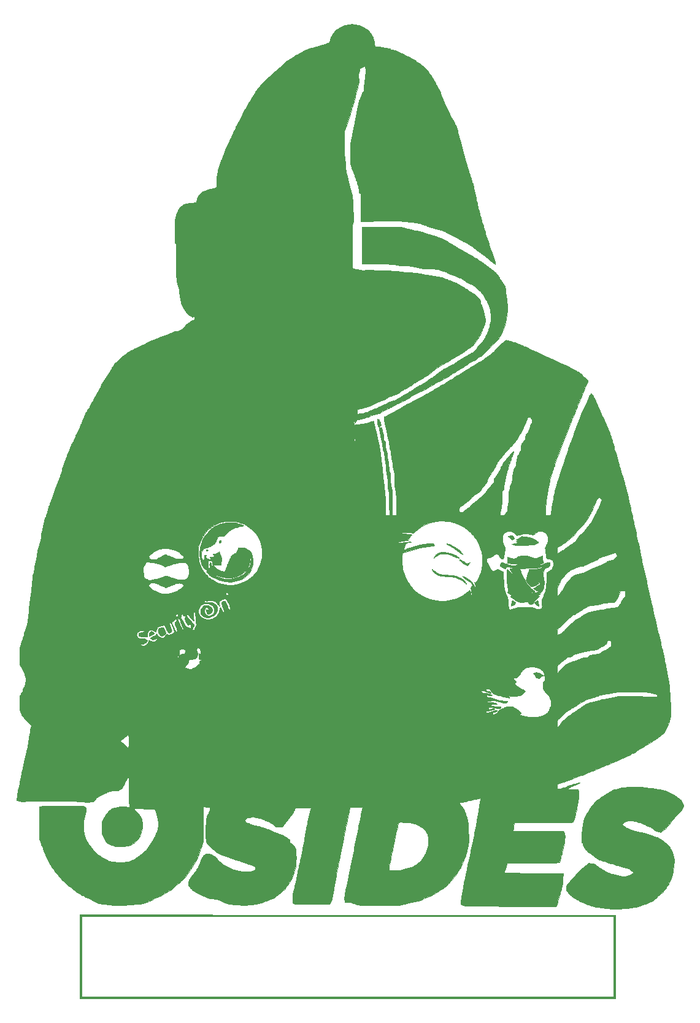
<source format=gbr>
%TF.GenerationSoftware,KiCad,Pcbnew,7.0.1*%
%TF.CreationDate,2023-09-13T18:48:41-05:00*%
%TF.ProjectId,Bsides-STL-Badge,42736964-6573-42d5-9354-4c2d42616467,rev?*%
%TF.SameCoordinates,Original*%
%TF.FileFunction,Soldermask,Top*%
%TF.FilePolarity,Negative*%
%FSLAX46Y46*%
G04 Gerber Fmt 4.6, Leading zero omitted, Abs format (unit mm)*
G04 Created by KiCad (PCBNEW 7.0.1) date 2023-09-13 18:48:41*
%MOMM*%
%LPD*%
G01*
G04 APERTURE LIST*
%ADD10C,0.010000*%
%ADD11C,6.400000*%
G04 APERTURE END LIST*
%TO.C,G\u002A\u002A\u002A*%
D10*
X128108842Y-143429866D02*
X165071133Y-143435164D01*
X165071133Y-154992164D01*
X128108842Y-154997461D01*
X91146550Y-155002759D01*
X91146550Y-143678580D01*
X91400550Y-143678580D01*
X91400550Y-154748747D01*
X164827717Y-154748747D01*
X164827717Y-143678580D01*
X91400550Y-143678580D01*
X91146550Y-143678580D01*
X91146550Y-143424568D01*
X128108842Y-143429866D01*
G36*
X128108842Y-143429866D02*
G01*
X165071133Y-143435164D01*
X165071133Y-154992164D01*
X128108842Y-154997461D01*
X91146550Y-155002759D01*
X91146550Y-143678580D01*
X91400550Y-143678580D01*
X91400550Y-154748747D01*
X164827717Y-154748747D01*
X164827717Y-143678580D01*
X91400550Y-143678580D01*
X91146550Y-143678580D01*
X91146550Y-143424568D01*
X128108842Y-143429866D01*
G37*
X168048760Y-125781018D02*
X168259409Y-125784437D01*
X168453833Y-125789711D01*
X168625938Y-125796843D01*
X168769634Y-125805832D01*
X168878827Y-125816679D01*
X168902300Y-125820035D01*
X168979535Y-125831193D01*
X169091980Y-125846107D01*
X169232763Y-125863931D01*
X169395013Y-125883820D01*
X169571857Y-125904926D01*
X169756424Y-125926405D01*
X169886550Y-125941210D01*
X170199210Y-125977285D01*
X170474490Y-126011088D01*
X170717224Y-126043497D01*
X170932247Y-126075394D01*
X171124396Y-126107656D01*
X171298504Y-126141164D01*
X171459407Y-126176796D01*
X171611941Y-126215433D01*
X171760940Y-126257952D01*
X171911239Y-126305235D01*
X171939717Y-126314622D01*
X172089826Y-126369258D01*
X172261576Y-126439856D01*
X172446893Y-126522409D01*
X172637703Y-126612910D01*
X172825930Y-126707353D01*
X173003502Y-126801730D01*
X173162342Y-126892033D01*
X173294378Y-126974257D01*
X173357883Y-127018420D01*
X173550282Y-127157807D01*
X173725419Y-127279834D01*
X173878558Y-127381289D01*
X174004963Y-127458961D01*
X174021660Y-127468552D01*
X174092784Y-127512435D01*
X174138123Y-127553150D01*
X174170555Y-127604770D01*
X174192682Y-127655445D01*
X174225905Y-127729468D01*
X174272364Y-127822549D01*
X174323398Y-127917516D01*
X174336805Y-127941195D01*
X174422319Y-128105678D01*
X174475614Y-128244703D01*
X174496504Y-128357712D01*
X174493937Y-128409684D01*
X174469817Y-128496549D01*
X174424555Y-128605188D01*
X174363618Y-128724447D01*
X174292475Y-128843176D01*
X174252559Y-128901992D01*
X174209289Y-128957023D01*
X174141689Y-129035834D01*
X174055345Y-129132251D01*
X173955842Y-129240098D01*
X173848764Y-129353201D01*
X173781438Y-129422830D01*
X173672523Y-129535189D01*
X173575975Y-129636705D01*
X173487631Y-129732347D01*
X173403329Y-129827086D01*
X173318907Y-129925894D01*
X173230203Y-130033740D01*
X173133054Y-130155597D01*
X173023298Y-130296433D01*
X172896773Y-130461221D01*
X172749317Y-130654931D01*
X172745315Y-130660201D01*
X172490228Y-130982753D01*
X172245321Y-131264870D01*
X172010072Y-131507077D01*
X171783957Y-131709898D01*
X171566455Y-131873856D01*
X171477498Y-131931286D01*
X171364530Y-132000480D01*
X171188148Y-131975805D01*
X170987576Y-131936267D01*
X170798128Y-131873658D01*
X170613030Y-131784527D01*
X170425510Y-131665422D01*
X170228794Y-131512892D01*
X170154293Y-131449022D01*
X170038437Y-131362084D01*
X169917202Y-131303504D01*
X169889710Y-131293890D01*
X169807822Y-131263744D01*
X169697230Y-131218672D01*
X169567073Y-131162723D01*
X169426486Y-131099947D01*
X169284609Y-131034394D01*
X169150580Y-130970114D01*
X169080639Y-130935314D01*
X168925948Y-130863745D01*
X168740839Y-130788849D01*
X168536625Y-130714416D01*
X168324619Y-130644235D01*
X168116134Y-130582098D01*
X167922482Y-130531792D01*
X167793059Y-130503970D01*
X167494388Y-130460286D01*
X167198401Y-130441910D01*
X166914282Y-130448863D01*
X166651219Y-130481169D01*
X166554879Y-130500977D01*
X166501827Y-130514961D01*
X166457284Y-130532772D01*
X166413343Y-130560002D01*
X166362096Y-130602242D01*
X166295636Y-130665085D01*
X166228065Y-130732086D01*
X166025942Y-130934210D01*
X166129092Y-131025187D01*
X166278063Y-131152947D01*
X166417132Y-131265158D01*
X166539725Y-131356690D01*
X166633984Y-131419241D01*
X166734945Y-131471581D01*
X166876747Y-131531347D01*
X167058597Y-131598289D01*
X167279704Y-131672155D01*
X167539276Y-131752695D01*
X167836522Y-131839657D01*
X168170651Y-131932790D01*
X168540871Y-132031844D01*
X168680050Y-132068182D01*
X169026437Y-132159126D01*
X169336049Y-132242813D01*
X169613528Y-132320732D01*
X169863518Y-132394372D01*
X170090664Y-132465222D01*
X170299608Y-132534772D01*
X170494996Y-132604509D01*
X170681471Y-132675923D01*
X170863676Y-132750503D01*
X171023008Y-132819420D01*
X171249120Y-132931842D01*
X171479589Y-133071631D01*
X171718798Y-133241776D01*
X171971125Y-133445266D01*
X172085611Y-133544524D01*
X172217637Y-133663376D01*
X172331930Y-133772442D01*
X172431256Y-133876530D01*
X172518381Y-133980449D01*
X172596070Y-134089005D01*
X172667090Y-134207006D01*
X172734207Y-134339260D01*
X172800186Y-134490575D01*
X172867793Y-134665758D01*
X172939794Y-134869618D01*
X173018955Y-135106961D01*
X173063677Y-135244619D01*
X173107429Y-135383004D01*
X173142975Y-135505110D01*
X173170538Y-135616686D01*
X173190344Y-135723476D01*
X173202618Y-135831227D01*
X173207585Y-135945686D01*
X173205471Y-136072599D01*
X173196500Y-136217712D01*
X173180899Y-136386772D01*
X173158891Y-136585525D01*
X173130704Y-136819717D01*
X173126687Y-136852330D01*
X173096538Y-137094031D01*
X173070186Y-137298388D01*
X173046846Y-137470143D01*
X173025734Y-137614037D01*
X173006066Y-137734811D01*
X172987058Y-137837207D01*
X172967925Y-137925966D01*
X172947883Y-138005829D01*
X172926148Y-138081538D01*
X172920111Y-138101164D01*
X172889673Y-138183486D01*
X172840942Y-138296387D01*
X172777030Y-138433919D01*
X172701048Y-138590137D01*
X172616109Y-138759095D01*
X172525324Y-138934848D01*
X172431806Y-139111451D01*
X172338667Y-139282956D01*
X172249018Y-139443419D01*
X172165971Y-139586895D01*
X172092638Y-139707436D01*
X172032131Y-139799099D01*
X172029416Y-139802932D01*
X171958010Y-139895261D01*
X171860907Y-140007263D01*
X171736839Y-140140244D01*
X171584540Y-140295509D01*
X171402742Y-140474363D01*
X171190176Y-140678114D01*
X171065963Y-140795369D01*
X170894314Y-140955544D01*
X170748445Y-141088955D01*
X170624357Y-141198924D01*
X170518051Y-141288775D01*
X170425529Y-141361832D01*
X170342791Y-141421419D01*
X170265840Y-141470858D01*
X170223740Y-141495375D01*
X170161750Y-141526754D01*
X170065538Y-141570958D01*
X169940452Y-141625765D01*
X169791839Y-141688955D01*
X169625048Y-141758307D01*
X169445427Y-141831601D01*
X169258322Y-141906615D01*
X169069082Y-141981128D01*
X168883055Y-142052920D01*
X168859967Y-142061717D01*
X168741445Y-142106895D01*
X168634005Y-142148018D01*
X168544989Y-142182266D01*
X168481737Y-142206812D01*
X168453186Y-142218161D01*
X168382178Y-142242070D01*
X168275439Y-142270457D01*
X168139191Y-142302150D01*
X167979657Y-142335972D01*
X167803059Y-142370750D01*
X167615620Y-142405309D01*
X167423563Y-142438474D01*
X167233110Y-142469072D01*
X167050484Y-142495927D01*
X166881907Y-142517865D01*
X166838550Y-142522912D01*
X166513910Y-142554438D01*
X166162091Y-142579413D01*
X165797834Y-142597192D01*
X165435879Y-142607134D01*
X165090966Y-142608595D01*
X164933550Y-142606041D01*
X164768755Y-142600799D01*
X164588287Y-142592824D01*
X164400895Y-142582693D01*
X164215331Y-142570985D01*
X164040343Y-142558275D01*
X163884684Y-142545142D01*
X163757103Y-142532163D01*
X163695300Y-142524355D01*
X163606954Y-142512259D01*
X163487260Y-142496446D01*
X163346899Y-142478296D01*
X163196547Y-142459189D01*
X163046885Y-142440506D01*
X163039133Y-142439548D01*
X162802780Y-142409355D01*
X162599782Y-142380526D01*
X162421306Y-142350913D01*
X162258520Y-142318367D01*
X162102593Y-142280738D01*
X161944692Y-142235878D01*
X161775984Y-142181635D01*
X161587637Y-142115863D01*
X161370819Y-142036410D01*
X161348773Y-142028204D01*
X161040260Y-141910750D01*
X160766934Y-141801080D01*
X160522955Y-141696540D01*
X160302484Y-141594480D01*
X160099679Y-141492246D01*
X159908701Y-141387188D01*
X159811217Y-141330016D01*
X159706300Y-141268281D01*
X159592708Y-141203193D01*
X159488302Y-141144923D01*
X159444634Y-141121261D01*
X159344315Y-141063408D01*
X159233502Y-140992899D01*
X159134415Y-140923943D01*
X159124773Y-140916752D01*
X159058377Y-140862090D01*
X158970770Y-140783240D01*
X158869141Y-140687350D01*
X158760679Y-140581570D01*
X158652573Y-140473047D01*
X158552011Y-140368928D01*
X158466182Y-140276363D01*
X158402275Y-140202500D01*
X158386976Y-140183124D01*
X158332852Y-140111997D01*
X158364785Y-139667497D01*
X158396717Y-139222997D01*
X158582033Y-139032497D01*
X158639866Y-138972205D01*
X158721658Y-138885730D01*
X158822738Y-138778073D01*
X158938434Y-138654233D01*
X159064074Y-138519210D01*
X159194986Y-138378004D01*
X159313853Y-138249330D01*
X159611620Y-137929437D01*
X159886159Y-137640974D01*
X160139840Y-137381651D01*
X160375031Y-137149180D01*
X160594102Y-136941273D01*
X160799421Y-136755639D01*
X160993357Y-136589992D01*
X161178279Y-136442041D01*
X161208217Y-136419074D01*
X161366967Y-136298037D01*
X161705633Y-136325562D01*
X161824957Y-136335053D01*
X161932836Y-136343247D01*
X162020668Y-136349521D01*
X162079851Y-136353251D01*
X162097539Y-136354001D01*
X162136573Y-136368060D01*
X162205910Y-136408688D01*
X162303832Y-136474760D01*
X162428624Y-136565154D01*
X162489122Y-136610468D01*
X162691165Y-136759890D01*
X162901062Y-136909312D01*
X163111117Y-137053566D01*
X163313630Y-137187486D01*
X163500901Y-137305905D01*
X163665234Y-137403657D01*
X163701093Y-137423850D01*
X163828740Y-137492071D01*
X163954539Y-137553014D01*
X164084215Y-137608606D01*
X164223498Y-137660772D01*
X164378112Y-137711437D01*
X164553786Y-137762529D01*
X164756246Y-137815972D01*
X164991220Y-137873693D01*
X165150762Y-137911311D01*
X165293118Y-137945496D01*
X165435198Y-137981425D01*
X165566644Y-138016351D01*
X165677099Y-138047523D01*
X165754012Y-138071445D01*
X165966419Y-138121981D01*
X166195581Y-138137068D01*
X166436803Y-138117752D01*
X166685390Y-138065082D01*
X166936646Y-137980103D01*
X167185876Y-137863864D01*
X167428384Y-137717410D01*
X167469607Y-137688877D01*
X167544325Y-137634226D01*
X167587895Y-137596598D01*
X167605203Y-137570792D01*
X167601132Y-137551607D01*
X167599947Y-137550104D01*
X167568808Y-137520748D01*
X167510383Y-137472623D01*
X167432040Y-137411275D01*
X167341146Y-137342250D01*
X167245071Y-137271094D01*
X167151180Y-137203354D01*
X167066843Y-137144574D01*
X167018467Y-137112396D01*
X166934477Y-137061342D01*
X166863650Y-137028688D01*
X166787316Y-137007560D01*
X166690383Y-136991578D01*
X166582029Y-136971202D01*
X166466505Y-136941228D01*
X166367701Y-136907907D01*
X166362300Y-136905722D01*
X166286055Y-136877896D01*
X166181150Y-136844316D01*
X166060163Y-136808791D01*
X165935671Y-136775131D01*
X165907217Y-136767890D01*
X165842435Y-136751244D01*
X165771915Y-136732286D01*
X165692983Y-136710187D01*
X165602963Y-136684119D01*
X165499179Y-136653250D01*
X165378957Y-136616753D01*
X165239621Y-136573797D01*
X165078495Y-136523553D01*
X164892905Y-136465191D01*
X164680175Y-136397883D01*
X164437630Y-136320799D01*
X164162594Y-136233108D01*
X163852393Y-136133983D01*
X163536550Y-136032904D01*
X163366022Y-135978302D01*
X163205937Y-135927045D01*
X163061340Y-135880748D01*
X162937274Y-135841027D01*
X162838785Y-135809496D01*
X162770917Y-135787771D01*
X162739826Y-135777822D01*
X162688482Y-135753183D01*
X162609056Y-135704388D01*
X162505737Y-135634675D01*
X162382718Y-135547286D01*
X162244188Y-135445457D01*
X162094338Y-135332430D01*
X161937360Y-135211444D01*
X161777445Y-135085737D01*
X161618782Y-134958550D01*
X161465563Y-134833122D01*
X161321978Y-134712692D01*
X161192219Y-134600499D01*
X161080477Y-134499783D01*
X161052145Y-134473284D01*
X160919434Y-134323508D01*
X160800590Y-134140853D01*
X160700002Y-133933699D01*
X160622062Y-133710425D01*
X160593531Y-133597955D01*
X160576610Y-133529591D01*
X160560191Y-133493081D01*
X160537405Y-133478592D01*
X160508480Y-133476247D01*
X160450479Y-133476247D01*
X160434348Y-133206372D01*
X160427244Y-132979493D01*
X160430372Y-132719076D01*
X160443160Y-132432514D01*
X160465037Y-132127199D01*
X160495431Y-131810525D01*
X160533770Y-131489884D01*
X160579482Y-131172670D01*
X160602563Y-131031497D01*
X160638127Y-130824351D01*
X160668739Y-130653079D01*
X160696067Y-130511741D01*
X160721779Y-130394398D01*
X160747542Y-130295111D01*
X160775025Y-130207941D01*
X160805896Y-130126948D01*
X160841822Y-130046193D01*
X160884471Y-129959738D01*
X160926037Y-129879651D01*
X161132303Y-129498277D01*
X161331665Y-129153538D01*
X161527225Y-128840934D01*
X161722086Y-128555968D01*
X161919350Y-128294139D01*
X162122118Y-128050950D01*
X162333494Y-127821900D01*
X162372383Y-127782142D01*
X162497323Y-127662829D01*
X162635445Y-127545875D01*
X162792774Y-127426780D01*
X162975335Y-127301045D01*
X163189152Y-127164170D01*
X163250800Y-127126084D01*
X163367772Y-127053249D01*
X163503730Y-126966977D01*
X163642598Y-126877555D01*
X163768298Y-126795267D01*
X163779967Y-126787534D01*
X164040173Y-126618987D01*
X164280688Y-126473126D01*
X164507891Y-126347692D01*
X164728159Y-126240426D01*
X164947872Y-126149068D01*
X165173408Y-126071358D01*
X165411146Y-126005039D01*
X165667464Y-125947849D01*
X165948741Y-125897531D01*
X166261355Y-125851824D01*
X166510467Y-125820377D01*
X166631613Y-125808980D01*
X166785269Y-125799431D01*
X166965343Y-125791733D01*
X167165743Y-125785885D01*
X167380377Y-125781889D01*
X167603152Y-125779745D01*
X167827977Y-125779455D01*
X168048760Y-125781018D01*
G36*
X168048760Y-125781018D02*
G01*
X168259409Y-125784437D01*
X168453833Y-125789711D01*
X168625938Y-125796843D01*
X168769634Y-125805832D01*
X168878827Y-125816679D01*
X168902300Y-125820035D01*
X168979535Y-125831193D01*
X169091980Y-125846107D01*
X169232763Y-125863931D01*
X169395013Y-125883820D01*
X169571857Y-125904926D01*
X169756424Y-125926405D01*
X169886550Y-125941210D01*
X170199210Y-125977285D01*
X170474490Y-126011088D01*
X170717224Y-126043497D01*
X170932247Y-126075394D01*
X171124396Y-126107656D01*
X171298504Y-126141164D01*
X171459407Y-126176796D01*
X171611941Y-126215433D01*
X171760940Y-126257952D01*
X171911239Y-126305235D01*
X171939717Y-126314622D01*
X172089826Y-126369258D01*
X172261576Y-126439856D01*
X172446893Y-126522409D01*
X172637703Y-126612910D01*
X172825930Y-126707353D01*
X173003502Y-126801730D01*
X173162342Y-126892033D01*
X173294378Y-126974257D01*
X173357883Y-127018420D01*
X173550282Y-127157807D01*
X173725419Y-127279834D01*
X173878558Y-127381289D01*
X174004963Y-127458961D01*
X174021660Y-127468552D01*
X174092784Y-127512435D01*
X174138123Y-127553150D01*
X174170555Y-127604770D01*
X174192682Y-127655445D01*
X174225905Y-127729468D01*
X174272364Y-127822549D01*
X174323398Y-127917516D01*
X174336805Y-127941195D01*
X174422319Y-128105678D01*
X174475614Y-128244703D01*
X174496504Y-128357712D01*
X174493937Y-128409684D01*
X174469817Y-128496549D01*
X174424555Y-128605188D01*
X174363618Y-128724447D01*
X174292475Y-128843176D01*
X174252559Y-128901992D01*
X174209289Y-128957023D01*
X174141689Y-129035834D01*
X174055345Y-129132251D01*
X173955842Y-129240098D01*
X173848764Y-129353201D01*
X173781438Y-129422830D01*
X173672523Y-129535189D01*
X173575975Y-129636705D01*
X173487631Y-129732347D01*
X173403329Y-129827086D01*
X173318907Y-129925894D01*
X173230203Y-130033740D01*
X173133054Y-130155597D01*
X173023298Y-130296433D01*
X172896773Y-130461221D01*
X172749317Y-130654931D01*
X172745315Y-130660201D01*
X172490228Y-130982753D01*
X172245321Y-131264870D01*
X172010072Y-131507077D01*
X171783957Y-131709898D01*
X171566455Y-131873856D01*
X171477498Y-131931286D01*
X171364530Y-132000480D01*
X171188148Y-131975805D01*
X170987576Y-131936267D01*
X170798128Y-131873658D01*
X170613030Y-131784527D01*
X170425510Y-131665422D01*
X170228794Y-131512892D01*
X170154293Y-131449022D01*
X170038437Y-131362084D01*
X169917202Y-131303504D01*
X169889710Y-131293890D01*
X169807822Y-131263744D01*
X169697230Y-131218672D01*
X169567073Y-131162723D01*
X169426486Y-131099947D01*
X169284609Y-131034394D01*
X169150580Y-130970114D01*
X169080639Y-130935314D01*
X168925948Y-130863745D01*
X168740839Y-130788849D01*
X168536625Y-130714416D01*
X168324619Y-130644235D01*
X168116134Y-130582098D01*
X167922482Y-130531792D01*
X167793059Y-130503970D01*
X167494388Y-130460286D01*
X167198401Y-130441910D01*
X166914282Y-130448863D01*
X166651219Y-130481169D01*
X166554879Y-130500977D01*
X166501827Y-130514961D01*
X166457284Y-130532772D01*
X166413343Y-130560002D01*
X166362096Y-130602242D01*
X166295636Y-130665085D01*
X166228065Y-130732086D01*
X166025942Y-130934210D01*
X166129092Y-131025187D01*
X166278063Y-131152947D01*
X166417132Y-131265158D01*
X166539725Y-131356690D01*
X166633984Y-131419241D01*
X166734945Y-131471581D01*
X166876747Y-131531347D01*
X167058597Y-131598289D01*
X167279704Y-131672155D01*
X167539276Y-131752695D01*
X167836522Y-131839657D01*
X168170651Y-131932790D01*
X168540871Y-132031844D01*
X168680050Y-132068182D01*
X169026437Y-132159126D01*
X169336049Y-132242813D01*
X169613528Y-132320732D01*
X169863518Y-132394372D01*
X170090664Y-132465222D01*
X170299608Y-132534772D01*
X170494996Y-132604509D01*
X170681471Y-132675923D01*
X170863676Y-132750503D01*
X171023008Y-132819420D01*
X171249120Y-132931842D01*
X171479589Y-133071631D01*
X171718798Y-133241776D01*
X171971125Y-133445266D01*
X172085611Y-133544524D01*
X172217637Y-133663376D01*
X172331930Y-133772442D01*
X172431256Y-133876530D01*
X172518381Y-133980449D01*
X172596070Y-134089005D01*
X172667090Y-134207006D01*
X172734207Y-134339260D01*
X172800186Y-134490575D01*
X172867793Y-134665758D01*
X172939794Y-134869618D01*
X173018955Y-135106961D01*
X173063677Y-135244619D01*
X173107429Y-135383004D01*
X173142975Y-135505110D01*
X173170538Y-135616686D01*
X173190344Y-135723476D01*
X173202618Y-135831227D01*
X173207585Y-135945686D01*
X173205471Y-136072599D01*
X173196500Y-136217712D01*
X173180899Y-136386772D01*
X173158891Y-136585525D01*
X173130704Y-136819717D01*
X173126687Y-136852330D01*
X173096538Y-137094031D01*
X173070186Y-137298388D01*
X173046846Y-137470143D01*
X173025734Y-137614037D01*
X173006066Y-137734811D01*
X172987058Y-137837207D01*
X172967925Y-137925966D01*
X172947883Y-138005829D01*
X172926148Y-138081538D01*
X172920111Y-138101164D01*
X172889673Y-138183486D01*
X172840942Y-138296387D01*
X172777030Y-138433919D01*
X172701048Y-138590137D01*
X172616109Y-138759095D01*
X172525324Y-138934848D01*
X172431806Y-139111451D01*
X172338667Y-139282956D01*
X172249018Y-139443419D01*
X172165971Y-139586895D01*
X172092638Y-139707436D01*
X172032131Y-139799099D01*
X172029416Y-139802932D01*
X171958010Y-139895261D01*
X171860907Y-140007263D01*
X171736839Y-140140244D01*
X171584540Y-140295509D01*
X171402742Y-140474363D01*
X171190176Y-140678114D01*
X171065963Y-140795369D01*
X170894314Y-140955544D01*
X170748445Y-141088955D01*
X170624357Y-141198924D01*
X170518051Y-141288775D01*
X170425529Y-141361832D01*
X170342791Y-141421419D01*
X170265840Y-141470858D01*
X170223740Y-141495375D01*
X170161750Y-141526754D01*
X170065538Y-141570958D01*
X169940452Y-141625765D01*
X169791839Y-141688955D01*
X169625048Y-141758307D01*
X169445427Y-141831601D01*
X169258322Y-141906615D01*
X169069082Y-141981128D01*
X168883055Y-142052920D01*
X168859967Y-142061717D01*
X168741445Y-142106895D01*
X168634005Y-142148018D01*
X168544989Y-142182266D01*
X168481737Y-142206812D01*
X168453186Y-142218161D01*
X168382178Y-142242070D01*
X168275439Y-142270457D01*
X168139191Y-142302150D01*
X167979657Y-142335972D01*
X167803059Y-142370750D01*
X167615620Y-142405309D01*
X167423563Y-142438474D01*
X167233110Y-142469072D01*
X167050484Y-142495927D01*
X166881907Y-142517865D01*
X166838550Y-142522912D01*
X166513910Y-142554438D01*
X166162091Y-142579413D01*
X165797834Y-142597192D01*
X165435879Y-142607134D01*
X165090966Y-142608595D01*
X164933550Y-142606041D01*
X164768755Y-142600799D01*
X164588287Y-142592824D01*
X164400895Y-142582693D01*
X164215331Y-142570985D01*
X164040343Y-142558275D01*
X163884684Y-142545142D01*
X163757103Y-142532163D01*
X163695300Y-142524355D01*
X163606954Y-142512259D01*
X163487260Y-142496446D01*
X163346899Y-142478296D01*
X163196547Y-142459189D01*
X163046885Y-142440506D01*
X163039133Y-142439548D01*
X162802780Y-142409355D01*
X162599782Y-142380526D01*
X162421306Y-142350913D01*
X162258520Y-142318367D01*
X162102593Y-142280738D01*
X161944692Y-142235878D01*
X161775984Y-142181635D01*
X161587637Y-142115863D01*
X161370819Y-142036410D01*
X161348773Y-142028204D01*
X161040260Y-141910750D01*
X160766934Y-141801080D01*
X160522955Y-141696540D01*
X160302484Y-141594480D01*
X160099679Y-141492246D01*
X159908701Y-141387188D01*
X159811217Y-141330016D01*
X159706300Y-141268281D01*
X159592708Y-141203193D01*
X159488302Y-141144923D01*
X159444634Y-141121261D01*
X159344315Y-141063408D01*
X159233502Y-140992899D01*
X159134415Y-140923943D01*
X159124773Y-140916752D01*
X159058377Y-140862090D01*
X158970770Y-140783240D01*
X158869141Y-140687350D01*
X158760679Y-140581570D01*
X158652573Y-140473047D01*
X158552011Y-140368928D01*
X158466182Y-140276363D01*
X158402275Y-140202500D01*
X158386976Y-140183124D01*
X158332852Y-140111997D01*
X158364785Y-139667497D01*
X158396717Y-139222997D01*
X158582033Y-139032497D01*
X158639866Y-138972205D01*
X158721658Y-138885730D01*
X158822738Y-138778073D01*
X158938434Y-138654233D01*
X159064074Y-138519210D01*
X159194986Y-138378004D01*
X159313853Y-138249330D01*
X159611620Y-137929437D01*
X159886159Y-137640974D01*
X160139840Y-137381651D01*
X160375031Y-137149180D01*
X160594102Y-136941273D01*
X160799421Y-136755639D01*
X160993357Y-136589992D01*
X161178279Y-136442041D01*
X161208217Y-136419074D01*
X161366967Y-136298037D01*
X161705633Y-136325562D01*
X161824957Y-136335053D01*
X161932836Y-136343247D01*
X162020668Y-136349521D01*
X162079851Y-136353251D01*
X162097539Y-136354001D01*
X162136573Y-136368060D01*
X162205910Y-136408688D01*
X162303832Y-136474760D01*
X162428624Y-136565154D01*
X162489122Y-136610468D01*
X162691165Y-136759890D01*
X162901062Y-136909312D01*
X163111117Y-137053566D01*
X163313630Y-137187486D01*
X163500901Y-137305905D01*
X163665234Y-137403657D01*
X163701093Y-137423850D01*
X163828740Y-137492071D01*
X163954539Y-137553014D01*
X164084215Y-137608606D01*
X164223498Y-137660772D01*
X164378112Y-137711437D01*
X164553786Y-137762529D01*
X164756246Y-137815972D01*
X164991220Y-137873693D01*
X165150762Y-137911311D01*
X165293118Y-137945496D01*
X165435198Y-137981425D01*
X165566644Y-138016351D01*
X165677099Y-138047523D01*
X165754012Y-138071445D01*
X165966419Y-138121981D01*
X166195581Y-138137068D01*
X166436803Y-138117752D01*
X166685390Y-138065082D01*
X166936646Y-137980103D01*
X167185876Y-137863864D01*
X167428384Y-137717410D01*
X167469607Y-137688877D01*
X167544325Y-137634226D01*
X167587895Y-137596598D01*
X167605203Y-137570792D01*
X167601132Y-137551607D01*
X167599947Y-137550104D01*
X167568808Y-137520748D01*
X167510383Y-137472623D01*
X167432040Y-137411275D01*
X167341146Y-137342250D01*
X167245071Y-137271094D01*
X167151180Y-137203354D01*
X167066843Y-137144574D01*
X167018467Y-137112396D01*
X166934477Y-137061342D01*
X166863650Y-137028688D01*
X166787316Y-137007560D01*
X166690383Y-136991578D01*
X166582029Y-136971202D01*
X166466505Y-136941228D01*
X166367701Y-136907907D01*
X166362300Y-136905722D01*
X166286055Y-136877896D01*
X166181150Y-136844316D01*
X166060163Y-136808791D01*
X165935671Y-136775131D01*
X165907217Y-136767890D01*
X165842435Y-136751244D01*
X165771915Y-136732286D01*
X165692983Y-136710187D01*
X165602963Y-136684119D01*
X165499179Y-136653250D01*
X165378957Y-136616753D01*
X165239621Y-136573797D01*
X165078495Y-136523553D01*
X164892905Y-136465191D01*
X164680175Y-136397883D01*
X164437630Y-136320799D01*
X164162594Y-136233108D01*
X163852393Y-136133983D01*
X163536550Y-136032904D01*
X163366022Y-135978302D01*
X163205937Y-135927045D01*
X163061340Y-135880748D01*
X162937274Y-135841027D01*
X162838785Y-135809496D01*
X162770917Y-135787771D01*
X162739826Y-135777822D01*
X162688482Y-135753183D01*
X162609056Y-135704388D01*
X162505737Y-135634675D01*
X162382718Y-135547286D01*
X162244188Y-135445457D01*
X162094338Y-135332430D01*
X161937360Y-135211444D01*
X161777445Y-135085737D01*
X161618782Y-134958550D01*
X161465563Y-134833122D01*
X161321978Y-134712692D01*
X161192219Y-134600499D01*
X161080477Y-134499783D01*
X161052145Y-134473284D01*
X160919434Y-134323508D01*
X160800590Y-134140853D01*
X160700002Y-133933699D01*
X160622062Y-133710425D01*
X160593531Y-133597955D01*
X160576610Y-133529591D01*
X160560191Y-133493081D01*
X160537405Y-133478592D01*
X160508480Y-133476247D01*
X160450479Y-133476247D01*
X160434348Y-133206372D01*
X160427244Y-132979493D01*
X160430372Y-132719076D01*
X160443160Y-132432514D01*
X160465037Y-132127199D01*
X160495431Y-131810525D01*
X160533770Y-131489884D01*
X160579482Y-131172670D01*
X160602563Y-131031497D01*
X160638127Y-130824351D01*
X160668739Y-130653079D01*
X160696067Y-130511741D01*
X160721779Y-130394398D01*
X160747542Y-130295111D01*
X160775025Y-130207941D01*
X160805896Y-130126948D01*
X160841822Y-130046193D01*
X160884471Y-129959738D01*
X160926037Y-129879651D01*
X161132303Y-129498277D01*
X161331665Y-129153538D01*
X161527225Y-128840934D01*
X161722086Y-128555968D01*
X161919350Y-128294139D01*
X162122118Y-128050950D01*
X162333494Y-127821900D01*
X162372383Y-127782142D01*
X162497323Y-127662829D01*
X162635445Y-127545875D01*
X162792774Y-127426780D01*
X162975335Y-127301045D01*
X163189152Y-127164170D01*
X163250800Y-127126084D01*
X163367772Y-127053249D01*
X163503730Y-126966977D01*
X163642598Y-126877555D01*
X163768298Y-126795267D01*
X163779967Y-126787534D01*
X164040173Y-126618987D01*
X164280688Y-126473126D01*
X164507891Y-126347692D01*
X164728159Y-126240426D01*
X164947872Y-126149068D01*
X165173408Y-126071358D01*
X165411146Y-126005039D01*
X165667464Y-125947849D01*
X165948741Y-125897531D01*
X166261355Y-125851824D01*
X166510467Y-125820377D01*
X166631613Y-125808980D01*
X166785269Y-125799431D01*
X166965343Y-125791733D01*
X167165743Y-125785885D01*
X167380377Y-125781889D01*
X167603152Y-125779745D01*
X167827977Y-125779455D01*
X168048760Y-125781018D01*
G37*
X134853715Y-87730993D02*
X143507082Y-87730993D01*
X143577939Y-87767635D01*
X143633887Y-87787906D01*
X143715452Y-87807256D01*
X143806020Y-87821819D01*
X143815760Y-87822956D01*
X143982724Y-87841636D01*
X144144678Y-87696790D01*
X144287060Y-87573468D01*
X144413426Y-87473895D01*
X144535402Y-87389753D01*
X144664612Y-87312724D01*
X144734230Y-87274983D01*
X144829080Y-87222725D01*
X144897077Y-87178077D01*
X144950035Y-87131411D01*
X144999767Y-87073100D01*
X145027608Y-87035895D01*
X145101915Y-86940061D01*
X145185218Y-86845084D01*
X145281043Y-86747968D01*
X145392915Y-86645714D01*
X145524362Y-86535324D01*
X145678908Y-86413800D01*
X145860079Y-86278146D01*
X146071402Y-86125362D01*
X146233737Y-86010427D01*
X146509499Y-85801113D01*
X146747211Y-85587017D01*
X146951153Y-85363935D01*
X147113559Y-85145768D01*
X147206148Y-85011101D01*
X147297431Y-84886152D01*
X147392668Y-84764701D01*
X147497121Y-84640531D01*
X147616050Y-84507421D01*
X147754716Y-84359154D01*
X147918379Y-84189511D01*
X147949247Y-84157914D01*
X148311656Y-83787497D01*
X148336939Y-83491164D01*
X148362222Y-83194830D01*
X148466569Y-83046664D01*
X148510845Y-82983029D01*
X148573215Y-82892329D01*
X148648166Y-82782639D01*
X148730182Y-82662032D01*
X148813750Y-82538582D01*
X148826609Y-82519532D01*
X148907188Y-82398692D01*
X148977285Y-82289682D01*
X149040725Y-82185508D01*
X149101332Y-82079175D01*
X149162930Y-81963691D01*
X149229344Y-81832061D01*
X149304399Y-81677293D01*
X149391918Y-81492392D01*
X149413764Y-81445825D01*
X149479935Y-81311297D01*
X149547660Y-81189383D01*
X149623421Y-81070063D01*
X149713703Y-80943315D01*
X149824990Y-80799118D01*
X149863037Y-80751462D01*
X149935345Y-80660642D01*
X150023878Y-80548248D01*
X150119177Y-80426354D01*
X150211779Y-80307035D01*
X150245551Y-80263247D01*
X150333233Y-80151848D01*
X150426915Y-80037091D01*
X150517527Y-79929822D01*
X150595995Y-79840886D01*
X150624549Y-79810134D01*
X150710438Y-79722784D01*
X150797562Y-79639420D01*
X150880612Y-79564537D01*
X150954280Y-79502628D01*
X151013256Y-79458185D01*
X151052230Y-79435702D01*
X151065571Y-79436893D01*
X151065459Y-79461167D01*
X151054749Y-79507188D01*
X151032339Y-79578135D01*
X150997129Y-79677186D01*
X150948017Y-79807519D01*
X150883903Y-79972314D01*
X150852627Y-80051580D01*
X150800408Y-80187418D01*
X150740624Y-80349644D01*
X150674883Y-80533367D01*
X150604793Y-80733697D01*
X150531963Y-80945745D01*
X150458000Y-81164621D01*
X150384514Y-81385435D01*
X150313111Y-81603297D01*
X150245401Y-81813318D01*
X150182992Y-82010608D01*
X150127491Y-82190277D01*
X150080508Y-82347434D01*
X150043650Y-82477191D01*
X150018525Y-82574658D01*
X150010287Y-82612747D01*
X149990626Y-82714571D01*
X149964911Y-82845658D01*
X149935559Y-82993792D01*
X149904989Y-83146759D01*
X149880369Y-83268914D01*
X149851181Y-83413427D01*
X149821652Y-83560255D01*
X149794044Y-83698105D01*
X149770620Y-83815685D01*
X149755282Y-83893330D01*
X149738544Y-83996994D01*
X149722843Y-84127086D01*
X149709841Y-84267707D01*
X149701202Y-84402957D01*
X149700633Y-84415779D01*
X149687501Y-84726561D01*
X149576596Y-84822310D01*
X149465690Y-84918059D01*
X149455104Y-85686278D01*
X149449561Y-85980809D01*
X149441100Y-86239448D01*
X149428962Y-86468579D01*
X149412390Y-86674587D01*
X149390626Y-86863857D01*
X149362913Y-87042776D01*
X149328494Y-87217727D01*
X149286610Y-87395096D01*
X149236504Y-87581269D01*
X149225849Y-87618664D01*
X149196088Y-87726231D01*
X149177607Y-87807576D01*
X149168612Y-87876738D01*
X149167306Y-87947757D01*
X149171897Y-88034673D01*
X149172170Y-88038567D01*
X149179355Y-88124510D01*
X149187301Y-88194444D01*
X149194685Y-88237507D01*
X149197284Y-88244942D01*
X149222014Y-88252640D01*
X149280077Y-88258880D01*
X149362482Y-88262972D01*
X149448625Y-88264247D01*
X149688036Y-88264247D01*
X149930661Y-87980911D01*
X150173287Y-87697576D01*
X150198334Y-87371618D01*
X150219637Y-87163107D01*
X150251050Y-86945528D01*
X150288901Y-86744216D01*
X150289923Y-86739495D01*
X150308446Y-86653433D01*
X150323191Y-86580226D01*
X150334617Y-86513494D01*
X150343181Y-86446857D01*
X150349341Y-86373935D01*
X150353555Y-86288345D01*
X150356281Y-86183709D01*
X150357976Y-86053645D01*
X150359099Y-85891772D01*
X150359738Y-85766580D01*
X150361806Y-85531943D01*
X150365512Y-85339077D01*
X150370878Y-85187453D01*
X150377923Y-85076541D01*
X150386667Y-85005809D01*
X150389206Y-84993997D01*
X150402826Y-84944303D01*
X150427095Y-84861232D01*
X150459907Y-84751770D01*
X150499153Y-84622905D01*
X150542727Y-84481625D01*
X150574337Y-84380164D01*
X150649388Y-84137589D01*
X150711527Y-83929920D01*
X150761873Y-83752121D01*
X150801543Y-83599158D01*
X150831656Y-83465995D01*
X150853330Y-83347597D01*
X150867683Y-83238929D01*
X150875832Y-83134955D01*
X150878896Y-83030640D01*
X150878998Y-83008090D01*
X150884162Y-82892288D01*
X150898256Y-82747963D01*
X150919398Y-82587522D01*
X150945710Y-82423372D01*
X150975310Y-82267920D01*
X151006320Y-82133574D01*
X151017935Y-82091145D01*
X151067871Y-81944686D01*
X151131688Y-81796163D01*
X151203198Y-81658098D01*
X151276212Y-81543014D01*
X151310589Y-81498894D01*
X151344712Y-81455570D01*
X151366760Y-81414633D01*
X151380544Y-81363828D01*
X151389874Y-81290897D01*
X151395315Y-81226330D01*
X151412970Y-81049088D01*
X151439802Y-80845142D01*
X151473645Y-80628575D01*
X151512336Y-80413468D01*
X151544380Y-80256262D01*
X151565253Y-80159363D01*
X151582394Y-80079005D01*
X151594070Y-80023374D01*
X151598545Y-80000653D01*
X151598550Y-80000558D01*
X151614302Y-79986549D01*
X151655119Y-79955683D01*
X151699092Y-79923966D01*
X151755900Y-79882100D01*
X151797925Y-79848206D01*
X151812808Y-79833540D01*
X151821435Y-79803919D01*
X151831155Y-79745106D01*
X151839458Y-79673701D01*
X151847853Y-79600171D01*
X151860839Y-79550049D01*
X151885979Y-79509014D01*
X151930835Y-79462745D01*
X151969641Y-79427164D01*
X152086349Y-79321330D01*
X152099537Y-78876830D01*
X152112724Y-78432330D01*
X152366010Y-78088038D01*
X152619296Y-77743745D01*
X152637378Y-77582513D01*
X152661688Y-77424535D01*
X152699279Y-77291016D01*
X152755901Y-77168650D01*
X152837303Y-77044131D01*
X152910380Y-76950664D01*
X152992142Y-76844063D01*
X153059385Y-76738484D01*
X153116453Y-76624568D01*
X153167689Y-76492959D01*
X153217437Y-76334299D01*
X153248153Y-76223078D01*
X153299964Y-76040422D01*
X153348925Y-75894260D01*
X153397370Y-75779071D01*
X153447630Y-75689337D01*
X153502040Y-75619534D01*
X153504256Y-75617164D01*
X153530812Y-75585337D01*
X153550088Y-75549770D01*
X153564741Y-75501229D01*
X153577432Y-75430480D01*
X153590820Y-75328288D01*
X153593221Y-75308266D01*
X153622435Y-75062869D01*
X153515367Y-74944570D01*
X153405176Y-74834100D01*
X153307186Y-74761435D01*
X153217706Y-74725144D01*
X153133044Y-74723794D01*
X153049511Y-74755954D01*
X153041458Y-74760725D01*
X152993140Y-74804560D01*
X152941002Y-74880442D01*
X152884041Y-74990430D01*
X152821257Y-75136581D01*
X152751648Y-75320955D01*
X152707201Y-75447830D01*
X152654982Y-75588201D01*
X152587784Y-75750591D01*
X152511916Y-75920425D01*
X152433686Y-76083131D01*
X152423166Y-76103997D01*
X152372512Y-76200942D01*
X152305838Y-76324139D01*
X152225905Y-76468818D01*
X152135473Y-76630209D01*
X152037304Y-76803542D01*
X151934159Y-76984048D01*
X151828799Y-77166957D01*
X151723984Y-77347498D01*
X151622477Y-77520903D01*
X151527037Y-77682400D01*
X151440427Y-77827221D01*
X151365407Y-77950595D01*
X151304739Y-78047753D01*
X151261183Y-78113925D01*
X151253040Y-78125414D01*
X151197939Y-78199057D01*
X151138021Y-78274369D01*
X151069722Y-78355279D01*
X150989474Y-78445714D01*
X150893712Y-78549603D01*
X150778869Y-78670873D01*
X150641380Y-78813453D01*
X150477678Y-78981271D01*
X150455575Y-79003830D01*
X150333246Y-79129873D01*
X150215547Y-79253460D01*
X150107165Y-79369497D01*
X150012784Y-79472888D01*
X149937092Y-79558539D01*
X149884772Y-79621357D01*
X149871525Y-79638830D01*
X149805432Y-79730851D01*
X149733147Y-79832093D01*
X149669861Y-79921277D01*
X149667529Y-79924580D01*
X149617317Y-79990473D01*
X149546035Y-80077072D01*
X149461989Y-80174605D01*
X149373487Y-80273299D01*
X149343673Y-80305580D01*
X149209145Y-80451773D01*
X149099402Y-80576052D01*
X149008933Y-80686078D01*
X148932230Y-80789509D01*
X148863785Y-80894005D01*
X148798089Y-81007224D01*
X148729633Y-81136826D01*
X148691704Y-81212058D01*
X148625096Y-81343932D01*
X148560324Y-81468101D01*
X148494292Y-81589824D01*
X148423902Y-81714364D01*
X148346057Y-81846983D01*
X148257660Y-81992942D01*
X148155613Y-82157502D01*
X148036819Y-82345926D01*
X147898181Y-82563475D01*
X147873422Y-82602164D01*
X147765857Y-82770193D01*
X147678663Y-82906879D01*
X147609446Y-83016571D01*
X147555813Y-83103619D01*
X147515370Y-83172370D01*
X147485724Y-83227174D01*
X147464481Y-83272379D01*
X147449248Y-83312335D01*
X147437631Y-83351390D01*
X147427236Y-83393893D01*
X147419780Y-83426395D01*
X147374376Y-83577638D01*
X147306195Y-83728223D01*
X147211344Y-83885165D01*
X147085931Y-84055480D01*
X147037366Y-84115580D01*
X146947185Y-84226755D01*
X146848773Y-84350812D01*
X146753870Y-84472804D01*
X146674218Y-84577783D01*
X146672432Y-84580184D01*
X146596284Y-84679696D01*
X146514793Y-84781425D01*
X146438367Y-84872623D01*
X146383764Y-84933829D01*
X146341768Y-84977239D01*
X146298821Y-85017830D01*
X146250052Y-85059183D01*
X146190593Y-85104874D01*
X146115573Y-85158481D01*
X146020123Y-85223582D01*
X145899373Y-85303756D01*
X145748454Y-85402580D01*
X145724800Y-85418004D01*
X145607912Y-85502573D01*
X145468766Y-85617960D01*
X145310732Y-85761289D01*
X145216800Y-85851170D01*
X145105213Y-85959038D01*
X145006514Y-86052354D01*
X144914452Y-86136381D01*
X144822779Y-86216380D01*
X144725243Y-86297614D01*
X144615594Y-86385345D01*
X144487583Y-86484835D01*
X144334959Y-86601345D01*
X144243133Y-86670902D01*
X144074870Y-86799345D01*
X143924634Y-86916438D01*
X143795318Y-87019806D01*
X143689818Y-87107070D01*
X143611025Y-87175856D01*
X143561835Y-87223785D01*
X143547242Y-87242388D01*
X143538634Y-87276267D01*
X143529913Y-87342091D01*
X143522246Y-87429489D01*
X143517883Y-87503118D01*
X143507082Y-87730993D01*
X134853715Y-87730993D01*
X134853432Y-87655705D01*
X134852598Y-87502714D01*
X134851153Y-87315405D01*
X134849183Y-87101787D01*
X134846772Y-86869868D01*
X134844007Y-86627658D01*
X134840974Y-86383167D01*
X134837756Y-86144403D01*
X134835971Y-86020580D01*
X134820795Y-84993997D01*
X134740013Y-84697664D01*
X134703894Y-84563663D01*
X134674451Y-84448435D01*
X134651022Y-84345501D01*
X134632945Y-84248381D01*
X134619559Y-84150593D01*
X134610202Y-84045659D01*
X134604213Y-83927097D01*
X134600930Y-83788429D01*
X134599691Y-83623173D01*
X134599834Y-83424850D01*
X134600156Y-83327889D01*
X134600350Y-83089510D01*
X134598708Y-82887733D01*
X134594746Y-82716849D01*
X134587978Y-82571147D01*
X134577922Y-82444917D01*
X134564093Y-82332451D01*
X134546007Y-82228038D01*
X134523180Y-82125969D01*
X134495127Y-82020534D01*
X134486855Y-81991648D01*
X134458893Y-81874815D01*
X134431698Y-81721709D01*
X134406255Y-81538390D01*
X134390422Y-81399222D01*
X134375157Y-81263491D01*
X134358674Y-81134030D01*
X134342277Y-81019949D01*
X134327272Y-80930358D01*
X134315615Y-80876664D01*
X134254299Y-80644408D01*
X134207909Y-80438434D01*
X134174681Y-80246119D01*
X134152849Y-80054842D01*
X134140648Y-79851982D01*
X134136313Y-79624915D01*
X134136236Y-79594060D01*
X134134399Y-79494691D01*
X134128018Y-79427420D01*
X134115444Y-79382110D01*
X134096626Y-79350643D01*
X134041288Y-79272093D01*
X133997977Y-79190373D01*
X133964940Y-79098466D01*
X133940424Y-78989354D01*
X133922676Y-78856019D01*
X133909942Y-78691445D01*
X133904235Y-78580497D01*
X133897694Y-78442525D01*
X133891118Y-78336787D01*
X133882868Y-78253214D01*
X133871306Y-78181737D01*
X133854791Y-78112286D01*
X133831686Y-78034793D01*
X133800350Y-77939189D01*
X133799372Y-77936253D01*
X133759027Y-77802567D01*
X133716908Y-77640713D01*
X133676390Y-77464542D01*
X133640851Y-77287905D01*
X133639408Y-77280086D01*
X133590723Y-77021050D01*
X133544751Y-76790139D01*
X133498509Y-76573532D01*
X133449013Y-76357405D01*
X133393281Y-76127936D01*
X133375072Y-76055114D01*
X133343180Y-75926791D01*
X133312413Y-75800336D01*
X133285420Y-75686817D01*
X133264847Y-75597306D01*
X133257381Y-75563047D01*
X133234531Y-75432583D01*
X133215953Y-75284209D01*
X133202604Y-75130687D01*
X133195443Y-74984779D01*
X133195426Y-74859247D01*
X133199695Y-74794675D01*
X133215300Y-74649520D01*
X133342912Y-74601612D01*
X133436777Y-74564251D01*
X133530721Y-74521880D01*
X133632534Y-74470461D01*
X133750011Y-74405960D01*
X133890945Y-74324340D01*
X133977300Y-74273069D01*
X134046755Y-74232642D01*
X134149160Y-74174534D01*
X134280189Y-74101133D01*
X134435518Y-74014828D01*
X134610825Y-73918010D01*
X134801784Y-73813066D01*
X135004071Y-73702387D01*
X135213364Y-73588362D01*
X135384883Y-73495283D01*
X135881431Y-73226324D01*
X136342774Y-72976421D01*
X136770913Y-72744435D01*
X137167852Y-72529228D01*
X137535592Y-72329664D01*
X137876135Y-72144604D01*
X138191482Y-71972911D01*
X138483637Y-71813446D01*
X138754600Y-71665073D01*
X139006374Y-71526652D01*
X139240961Y-71397047D01*
X139460362Y-71275120D01*
X139666580Y-71159733D01*
X139861617Y-71049748D01*
X140047474Y-70944027D01*
X140226153Y-70841433D01*
X140399657Y-70740827D01*
X140569988Y-70641073D01*
X140739146Y-70541033D01*
X140909135Y-70439567D01*
X141081957Y-70335540D01*
X141259612Y-70227813D01*
X141444104Y-70115248D01*
X141637434Y-69996708D01*
X141841604Y-69871054D01*
X142058616Y-69737149D01*
X142290472Y-69593856D01*
X142539174Y-69440036D01*
X142752722Y-69307948D01*
X142993400Y-69159333D01*
X143248718Y-69002107D01*
X143512229Y-68840215D01*
X143777488Y-68677600D01*
X144038050Y-68518206D01*
X144287470Y-68365975D01*
X144519302Y-68224852D01*
X144727100Y-68098780D01*
X144879972Y-68006426D01*
X145217790Y-67802249D01*
X145524113Y-67615656D01*
X145804211Y-67443248D01*
X146063355Y-67281625D01*
X146306816Y-67127385D01*
X146539864Y-66977129D01*
X146767771Y-66827457D01*
X146995807Y-66674969D01*
X147229242Y-66516263D01*
X147473348Y-66347941D01*
X147733396Y-66166602D01*
X147750490Y-66154624D01*
X147852644Y-66077741D01*
X147968490Y-65980297D01*
X148100316Y-65860100D01*
X148250413Y-65714955D01*
X148421070Y-65542670D01*
X148614577Y-65341050D01*
X148751336Y-65195749D01*
X148872597Y-65067334D01*
X148994793Y-64940188D01*
X149112172Y-64820129D01*
X149218985Y-64712979D01*
X149309481Y-64624555D01*
X149377912Y-64560678D01*
X149385456Y-64553979D01*
X149483679Y-64471215D01*
X149590930Y-64387033D01*
X149700881Y-64305759D01*
X149807203Y-64231719D01*
X149903568Y-64169238D01*
X149983649Y-64122641D01*
X150041115Y-64096254D01*
X150061477Y-64091914D01*
X150116483Y-64099074D01*
X150206176Y-64119498D01*
X150325598Y-64151601D01*
X150469790Y-64193799D01*
X150633795Y-64244506D01*
X150812657Y-64302138D01*
X151001416Y-64365110D01*
X151195116Y-64431836D01*
X151388799Y-64500733D01*
X151577507Y-64570215D01*
X151683217Y-64610347D01*
X151785461Y-64649795D01*
X151880617Y-64686937D01*
X151972069Y-64723257D01*
X152063195Y-64760238D01*
X152157379Y-64799365D01*
X152258000Y-64842120D01*
X152368441Y-64889988D01*
X152492083Y-64944451D01*
X152632307Y-65006995D01*
X152792494Y-65079102D01*
X152976025Y-65162255D01*
X153186282Y-65257940D01*
X153426647Y-65367638D01*
X153700500Y-65492835D01*
X153842217Y-65557670D01*
X154511710Y-65864474D01*
X155143391Y-66154898D01*
X155737192Y-66428910D01*
X156293047Y-66686478D01*
X156810888Y-66927571D01*
X157290648Y-67152155D01*
X157732260Y-67360200D01*
X158135658Y-67551673D01*
X158500774Y-67726542D01*
X158827541Y-67884776D01*
X159115893Y-68026342D01*
X159365761Y-68151208D01*
X159577080Y-68259343D01*
X159749782Y-68350714D01*
X159883800Y-68425290D01*
X159979068Y-68483038D01*
X159991133Y-68490997D01*
X160058463Y-68536897D01*
X160121717Y-68582146D01*
X160184989Y-68630271D01*
X160252372Y-68684800D01*
X160327958Y-68749259D01*
X160415841Y-68827177D01*
X160520114Y-68922080D01*
X160644870Y-69037496D01*
X160794203Y-69176952D01*
X160874842Y-69252554D01*
X161292883Y-69644814D01*
X161292883Y-69767063D01*
X161288965Y-69842407D01*
X161273549Y-69906065D01*
X161241147Y-69976040D01*
X161215160Y-70021927D01*
X161143697Y-70152266D01*
X161061809Y-70316293D01*
X160972478Y-70507538D01*
X160878689Y-70719536D01*
X160783426Y-70945819D01*
X160743049Y-71045164D01*
X160682786Y-71193777D01*
X160612144Y-71365948D01*
X160537466Y-71546342D01*
X160465094Y-71719624D01*
X160414778Y-71838914D01*
X160347894Y-71997622D01*
X160267149Y-72190966D01*
X160174448Y-72414293D01*
X160071692Y-72662949D01*
X159960785Y-72932282D01*
X159843630Y-73217639D01*
X159722130Y-73514366D01*
X159598189Y-73817810D01*
X159473710Y-74123319D01*
X159350596Y-74426239D01*
X159230750Y-74721917D01*
X159116075Y-75005700D01*
X159008475Y-75272935D01*
X158922433Y-75487511D01*
X158562669Y-76392615D01*
X158221102Y-77264095D01*
X157896269Y-78105819D01*
X157586703Y-78921652D01*
X157290941Y-79715460D01*
X157007518Y-80491112D01*
X156734967Y-81252472D01*
X156688085Y-81385080D01*
X156631843Y-81544161D01*
X156575817Y-81702081D01*
X156522831Y-81850918D01*
X156475711Y-81982750D01*
X156437282Y-82089653D01*
X156412586Y-82157664D01*
X156357686Y-82314004D01*
X156303693Y-82481757D01*
X156249335Y-82665647D01*
X156193338Y-82870401D01*
X156134427Y-83100743D01*
X156071331Y-83361400D01*
X156002774Y-83657097D01*
X155972740Y-83789792D01*
X155918766Y-84030907D01*
X155873076Y-84238416D01*
X155834235Y-84419914D01*
X155800808Y-84582999D01*
X155771360Y-84735267D01*
X155744455Y-84884313D01*
X155718658Y-85037735D01*
X155692534Y-85203128D01*
X155664647Y-85388088D01*
X155643240Y-85533747D01*
X155602281Y-85830731D01*
X155565414Y-86130640D01*
X155532954Y-86428856D01*
X155505216Y-86720762D01*
X155482512Y-87001739D01*
X155465159Y-87267169D01*
X155453469Y-87512435D01*
X155447758Y-87732917D01*
X155448339Y-87923998D01*
X155455527Y-88081060D01*
X155464185Y-88164885D01*
X155477487Y-88261932D01*
X155808143Y-88249594D01*
X155921324Y-88245234D01*
X156018240Y-88241240D01*
X156091635Y-88237933D01*
X156134252Y-88235632D01*
X156142020Y-88234876D01*
X156146448Y-88213876D01*
X156157442Y-88154523D01*
X156174414Y-88060187D01*
X156196773Y-87934239D01*
X156223928Y-87780051D01*
X156255291Y-87600992D01*
X156290271Y-87400433D01*
X156328277Y-87181746D01*
X156368720Y-86948300D01*
X156411011Y-86703468D01*
X156454558Y-86450618D01*
X156466626Y-86380414D01*
X156527859Y-86030597D01*
X156585171Y-85717283D01*
X156639671Y-85434941D01*
X156692465Y-85178039D01*
X156744660Y-84941047D01*
X156797364Y-84718432D01*
X156807728Y-84676497D01*
X156831212Y-84582339D01*
X156852481Y-84498124D01*
X156872725Y-84419961D01*
X156893137Y-84343956D01*
X156914909Y-84266216D01*
X156939231Y-84182848D01*
X156967297Y-84089960D01*
X157000297Y-83983657D01*
X157039423Y-83860048D01*
X157085867Y-83715239D01*
X157140820Y-83545337D01*
X157205475Y-83346449D01*
X157281022Y-83114682D01*
X157358476Y-82877330D01*
X157501038Y-82440788D01*
X157631743Y-82041159D01*
X157751735Y-81675071D01*
X157862154Y-81339150D01*
X157964145Y-81030021D01*
X158058850Y-80744310D01*
X158147412Y-80478644D01*
X158230972Y-80229649D01*
X158310675Y-79993950D01*
X158387661Y-79768175D01*
X158463075Y-79548948D01*
X158538059Y-79332897D01*
X158613755Y-79116647D01*
X158691306Y-78896824D01*
X158771854Y-78670055D01*
X158856543Y-78432965D01*
X158946515Y-78182181D01*
X158982151Y-78083080D01*
X159153642Y-77606723D01*
X159311499Y-77168869D01*
X159456234Y-76768119D01*
X159588362Y-76403078D01*
X159708395Y-76072349D01*
X159816847Y-75774534D01*
X159914231Y-75508236D01*
X160001062Y-75272060D01*
X160077852Y-75064608D01*
X160145116Y-74884482D01*
X160203366Y-74730287D01*
X160253116Y-74600625D01*
X160294880Y-74494100D01*
X160329171Y-74409314D01*
X160355499Y-74347164D01*
X160467728Y-74093488D01*
X160597999Y-73804214D01*
X160745293Y-73481542D01*
X160908593Y-73127674D01*
X161086879Y-72744811D01*
X161279135Y-72335155D01*
X161484342Y-71900907D01*
X161576569Y-71706622D01*
X161633756Y-71591736D01*
X161679698Y-71510974D01*
X161713117Y-71466439D01*
X161727675Y-71457914D01*
X161758599Y-71472098D01*
X161807413Y-71509193D01*
X161860745Y-71558455D01*
X161911253Y-71615540D01*
X161963536Y-71688448D01*
X162019817Y-71781295D01*
X162082319Y-71898196D01*
X162153268Y-72043266D01*
X162234886Y-72220622D01*
X162309676Y-72389247D01*
X162354418Y-72490442D01*
X162413692Y-72623088D01*
X162484331Y-72780178D01*
X162563172Y-72954707D01*
X162647049Y-73139666D01*
X162732799Y-73328051D01*
X162811597Y-73500497D01*
X162900605Y-73695876D01*
X162994259Y-73903225D01*
X163088651Y-74113769D01*
X163179873Y-74318737D01*
X163264016Y-74509354D01*
X163337173Y-74676848D01*
X163382079Y-74781080D01*
X163456133Y-74952479D01*
X163542381Y-75148953D01*
X163634938Y-75357300D01*
X163727924Y-75564315D01*
X163815453Y-75756794D01*
X163858359Y-75849997D01*
X163979311Y-76113499D01*
X164082528Y-76343200D01*
X164169647Y-76542940D01*
X164242308Y-76716555D01*
X164302150Y-76867886D01*
X164350812Y-77000769D01*
X164355462Y-77014164D01*
X164370726Y-77061634D01*
X164396484Y-77145619D01*
X164431506Y-77261958D01*
X164474558Y-77406490D01*
X164524410Y-77575052D01*
X164579829Y-77763483D01*
X164639585Y-77967622D01*
X164702446Y-78183306D01*
X164753237Y-78358247D01*
X164815138Y-78571754D01*
X164887108Y-78819874D01*
X164967394Y-79096570D01*
X165054242Y-79395805D01*
X165145901Y-79711543D01*
X165240618Y-80037746D01*
X165336639Y-80368377D01*
X165432212Y-80697401D01*
X165525585Y-81018779D01*
X165615005Y-81326477D01*
X165628962Y-81374497D01*
X165758325Y-81819483D01*
X165876632Y-82226441D01*
X165984584Y-82598013D01*
X166082881Y-82936838D01*
X166172224Y-83245557D01*
X166253312Y-83526812D01*
X166326845Y-83783243D01*
X166393524Y-84017490D01*
X166454048Y-84232195D01*
X166509119Y-84429999D01*
X166559435Y-84613541D01*
X166605698Y-84785462D01*
X166648607Y-84948404D01*
X166688862Y-85105007D01*
X166727165Y-85257912D01*
X166764213Y-85409760D01*
X166800709Y-85563190D01*
X166837352Y-85720845D01*
X166874842Y-85885365D01*
X166913879Y-86059390D01*
X166955164Y-86245561D01*
X166999396Y-86446519D01*
X167047277Y-86664905D01*
X167099505Y-86903360D01*
X167121743Y-87004830D01*
X167186367Y-87299632D01*
X167248605Y-87583664D01*
X167309015Y-87859476D01*
X167368152Y-88129616D01*
X167426571Y-88396635D01*
X167484828Y-88663082D01*
X167543478Y-88931505D01*
X167603076Y-89204454D01*
X167664179Y-89484478D01*
X167727341Y-89774127D01*
X167793119Y-90075949D01*
X167862067Y-90392495D01*
X167934742Y-90726312D01*
X168011698Y-91079952D01*
X168093492Y-91455961D01*
X168180678Y-91856891D01*
X168273812Y-92285290D01*
X168373450Y-92743708D01*
X168480147Y-93234693D01*
X168594459Y-93760795D01*
X168716941Y-94324564D01*
X168775274Y-94593080D01*
X168941639Y-95358136D01*
X169099878Y-96084191D01*
X169250544Y-96773679D01*
X169394186Y-97429035D01*
X169531357Y-98052692D01*
X169662607Y-98647085D01*
X169788488Y-99214647D01*
X169909552Y-99757812D01*
X170026349Y-100279015D01*
X170139430Y-100780689D01*
X170249348Y-101265268D01*
X170356652Y-101735186D01*
X170461895Y-102192878D01*
X170565628Y-102640777D01*
X170668402Y-103081317D01*
X170770768Y-103516933D01*
X170873277Y-103950057D01*
X170976482Y-104383125D01*
X171080932Y-104818570D01*
X171187180Y-105258827D01*
X171244158Y-105493914D01*
X171328508Y-105841684D01*
X171403776Y-106152837D01*
X171470939Y-106431880D01*
X171530972Y-106683315D01*
X171584850Y-106911650D01*
X171633549Y-107121388D01*
X171678046Y-107317034D01*
X171719314Y-107503094D01*
X171758331Y-107684072D01*
X171796072Y-107864474D01*
X171833512Y-108048804D01*
X171871627Y-108241567D01*
X171911393Y-108447269D01*
X171953785Y-108670414D01*
X171999779Y-108915508D01*
X172050351Y-109187054D01*
X172088496Y-109392582D01*
X172132417Y-109628885D01*
X172177376Y-109869791D01*
X172222159Y-110108861D01*
X172265555Y-110339658D01*
X172306347Y-110555742D01*
X172343325Y-110750675D01*
X172375274Y-110918020D01*
X172400980Y-111051336D01*
X172404872Y-111071330D01*
X172436231Y-111233993D01*
X172463338Y-111380198D01*
X172486685Y-111514978D01*
X172506766Y-111643366D01*
X172524074Y-111770394D01*
X172539103Y-111901094D01*
X172552347Y-112040500D01*
X172564298Y-112193643D01*
X172575451Y-112365557D01*
X172586299Y-112561273D01*
X172597335Y-112785825D01*
X172609052Y-113044244D01*
X172617620Y-113240914D01*
X172624914Y-113398815D01*
X172633021Y-113555293D01*
X172641405Y-113701264D01*
X172649530Y-113827642D01*
X172656861Y-113925342D01*
X172660059Y-113960580D01*
X172678891Y-114179679D01*
X172694425Y-114422125D01*
X172706487Y-114679356D01*
X172714905Y-114942809D01*
X172719505Y-115203922D01*
X172720115Y-115454131D01*
X172716561Y-115684875D01*
X172708670Y-115887590D01*
X172701250Y-115998842D01*
X172689668Y-116121109D01*
X172675110Y-116222527D01*
X172654303Y-116318287D01*
X172623973Y-116423582D01*
X172583140Y-116546914D01*
X172518581Y-116728235D01*
X172446311Y-116918819D01*
X172368617Y-117113587D01*
X172287787Y-117307461D01*
X172206107Y-117495361D01*
X172125865Y-117672209D01*
X172049348Y-117832925D01*
X171978844Y-117972432D01*
X171916641Y-118085649D01*
X171865024Y-118167498D01*
X171837773Y-118201971D01*
X171762096Y-118278154D01*
X171660381Y-118373260D01*
X171540320Y-118480630D01*
X171409607Y-118593607D01*
X171275933Y-118705532D01*
X171146992Y-118809747D01*
X171040133Y-118892359D01*
X170921090Y-118980417D01*
X170797254Y-119069014D01*
X170664709Y-119160701D01*
X170519541Y-119258030D01*
X170357834Y-119363551D01*
X170175673Y-119479815D01*
X169969143Y-119609372D01*
X169734328Y-119754775D01*
X169467314Y-119918574D01*
X169431467Y-119940476D01*
X169253246Y-120049537D01*
X169068971Y-120162686D01*
X168885833Y-120275481D01*
X168711024Y-120383480D01*
X168551734Y-120482243D01*
X168415154Y-120567326D01*
X168320217Y-120626880D01*
X168159896Y-120727127D01*
X168007326Y-120820538D01*
X167859065Y-120908837D01*
X167711667Y-120993744D01*
X167561688Y-121076984D01*
X167405686Y-121160277D01*
X167240216Y-121245346D01*
X167061834Y-121333913D01*
X166867097Y-121427701D01*
X166652560Y-121528432D01*
X166414780Y-121637827D01*
X166150313Y-121757610D01*
X165855716Y-121889502D01*
X165527543Y-122035226D01*
X165325133Y-122124701D01*
X165151775Y-122200719D01*
X164950538Y-122288068D01*
X164725010Y-122385243D01*
X164478776Y-122490741D01*
X164215423Y-122603058D01*
X163938538Y-122720690D01*
X163651707Y-122842134D01*
X163358517Y-122965886D01*
X163062554Y-123090442D01*
X162767405Y-123214299D01*
X162476656Y-123335952D01*
X162193895Y-123453899D01*
X161922706Y-123566635D01*
X161666678Y-123672657D01*
X161429395Y-123770461D01*
X161214446Y-123858544D01*
X161025417Y-123935401D01*
X160865893Y-123999529D01*
X160739462Y-124049424D01*
X160679050Y-124072634D01*
X160517271Y-124133426D01*
X160328523Y-124203739D01*
X160117481Y-124281875D01*
X159888823Y-124366133D01*
X159647224Y-124454813D01*
X159397361Y-124546217D01*
X159143910Y-124638645D01*
X158891549Y-124730397D01*
X158644952Y-124819774D01*
X158408798Y-124905075D01*
X158187761Y-124984603D01*
X157986519Y-125056656D01*
X157809749Y-125119535D01*
X157662126Y-125171541D01*
X157548326Y-125210975D01*
X157525217Y-125218837D01*
X157391290Y-125264212D01*
X157271305Y-125304970D01*
X157170886Y-125339191D01*
X157095657Y-125364957D01*
X157051242Y-125380347D01*
X157041554Y-125383881D01*
X157039962Y-125405204D01*
X157040329Y-125461643D01*
X157042489Y-125546033D01*
X157046276Y-125651209D01*
X157049553Y-125727840D01*
X157064965Y-126067914D01*
X157173382Y-126067860D01*
X157242202Y-126063762D01*
X157326706Y-126050944D01*
X157429851Y-126028533D01*
X157554588Y-125995653D01*
X157703873Y-125951428D01*
X157880659Y-125894985D01*
X158087899Y-125825449D01*
X158328548Y-125741943D01*
X158604717Y-125643896D01*
X158833357Y-125562317D01*
X159027718Y-125493706D01*
X159193201Y-125436283D01*
X159335208Y-125388267D01*
X159459139Y-125347879D01*
X159570398Y-125313339D01*
X159674385Y-125282866D01*
X159776502Y-125254682D01*
X159824463Y-125241961D01*
X159924896Y-125215552D01*
X160012721Y-125192332D01*
X160078499Y-125174808D01*
X160112791Y-125165481D01*
X160112842Y-125165466D01*
X160143622Y-125164391D01*
X160149862Y-125172195D01*
X160132362Y-125194177D01*
X160079326Y-125228292D01*
X159989887Y-125274966D01*
X159863182Y-125334626D01*
X159698344Y-125407696D01*
X159495513Y-125494180D01*
X159295805Y-125579775D01*
X159130551Y-125654687D01*
X158994154Y-125721958D01*
X158881022Y-125784629D01*
X158785561Y-125845742D01*
X158702175Y-125908338D01*
X158647090Y-125955480D01*
X158533999Y-126057159D01*
X158616983Y-126071900D01*
X158667232Y-126077153D01*
X158750023Y-126081749D01*
X158855567Y-126085308D01*
X158974075Y-126087453D01*
X159029995Y-126087860D01*
X159176092Y-126089348D01*
X159337695Y-126092535D01*
X159496269Y-126096969D01*
X159633276Y-126102202D01*
X159647413Y-126102863D01*
X159934802Y-126116646D01*
X159960069Y-126213988D01*
X159978713Y-126314567D01*
X159992587Y-126450337D01*
X160001429Y-126614396D01*
X160004979Y-126799842D01*
X160002976Y-126999773D01*
X159996559Y-127179164D01*
X159990163Y-127296065D01*
X159982136Y-127404898D01*
X159971505Y-127512906D01*
X159957299Y-127627331D01*
X159938546Y-127755418D01*
X159914274Y-127904408D01*
X159883510Y-128081545D01*
X159851711Y-128258664D01*
X159789896Y-128593488D01*
X159732640Y-128890266D01*
X159679098Y-129152938D01*
X159628422Y-129385441D01*
X159579766Y-129591718D01*
X159532284Y-129775707D01*
X159503755Y-129877914D01*
X159469697Y-129992085D01*
X159431172Y-130114432D01*
X159390652Y-130237827D01*
X159350611Y-130355143D01*
X159313523Y-130459255D01*
X159281860Y-130543034D01*
X159258095Y-130599355D01*
X159246179Y-130620106D01*
X159226147Y-130629268D01*
X159185031Y-130637578D01*
X159121389Y-130645062D01*
X159033778Y-130651742D01*
X158920754Y-130657644D01*
X158780876Y-130662789D01*
X158612699Y-130667203D01*
X158414782Y-130670909D01*
X158185681Y-130673931D01*
X157923952Y-130676293D01*
X157628154Y-130678019D01*
X157296844Y-130679132D01*
X156928577Y-130679657D01*
X156521912Y-130679618D01*
X156075406Y-130679037D01*
X155726050Y-130678291D01*
X155202316Y-130677069D01*
X154719380Y-130676061D01*
X154275707Y-130675273D01*
X153869762Y-130674711D01*
X153500012Y-130674382D01*
X153164920Y-130674293D01*
X152862952Y-130674449D01*
X152592573Y-130674857D01*
X152352249Y-130675523D01*
X152140444Y-130676453D01*
X151955624Y-130677654D01*
X151796255Y-130679132D01*
X151660800Y-130680893D01*
X151547726Y-130682944D01*
X151455498Y-130685291D01*
X151382580Y-130687940D01*
X151327439Y-130690898D01*
X151288539Y-130694170D01*
X151270468Y-130696597D01*
X151164636Y-130714520D01*
X151065088Y-131264592D01*
X151038358Y-131413454D01*
X151014266Y-131549848D01*
X150993824Y-131667855D01*
X150978048Y-131761553D01*
X150967950Y-131825023D01*
X150964546Y-131851705D01*
X150965951Y-131856502D01*
X150971702Y-131860868D01*
X150983701Y-131864822D01*
X151003845Y-131868384D01*
X151034036Y-131871576D01*
X151076173Y-131874416D01*
X151132155Y-131876927D01*
X151203883Y-131879127D01*
X151293257Y-131881037D01*
X151402177Y-131882678D01*
X151532541Y-131884070D01*
X151686251Y-131885233D01*
X151865205Y-131886187D01*
X152071305Y-131886953D01*
X152306449Y-131887551D01*
X152572537Y-131888001D01*
X152871470Y-131888324D01*
X153205147Y-131888539D01*
X153575468Y-131888668D01*
X153984333Y-131888731D01*
X154431108Y-131888747D01*
X157898667Y-131888747D01*
X157984971Y-132042205D01*
X158029620Y-132126091D01*
X158068688Y-132207443D01*
X158094748Y-132270648D01*
X158097310Y-132278338D01*
X158108555Y-132341726D01*
X158114962Y-132439081D01*
X158116838Y-132562351D01*
X158114493Y-132703486D01*
X158108235Y-132854433D01*
X158098372Y-133007140D01*
X158085214Y-133153555D01*
X158069068Y-133285628D01*
X158055535Y-133368556D01*
X158031292Y-133491343D01*
X157998208Y-133649023D01*
X157957719Y-133835426D01*
X157911262Y-134044379D01*
X157860274Y-134269709D01*
X157806193Y-134505245D01*
X157750456Y-134744814D01*
X157694500Y-134982243D01*
X157639762Y-135211362D01*
X157587679Y-135425997D01*
X157539688Y-135619976D01*
X157497227Y-135787128D01*
X157461733Y-135921280D01*
X157457896Y-135935279D01*
X157389853Y-136182395D01*
X157208826Y-136205812D01*
X157117155Y-136217842D01*
X157034235Y-136229027D01*
X156974673Y-136237388D01*
X156964300Y-136238934D01*
X156924037Y-136242095D01*
X156844523Y-136245557D01*
X156728837Y-136249276D01*
X156580061Y-136253210D01*
X156401275Y-136257315D01*
X156195558Y-136261549D01*
X155965992Y-136265868D01*
X155715657Y-136270230D01*
X155447633Y-136274592D01*
X155165001Y-136278911D01*
X154870841Y-136283144D01*
X154568233Y-136287248D01*
X154260258Y-136291181D01*
X153949997Y-136294899D01*
X153640529Y-136298359D01*
X153334935Y-136301519D01*
X153036295Y-136304335D01*
X152747691Y-136306765D01*
X152472201Y-136308766D01*
X152212908Y-136310295D01*
X151972890Y-136311309D01*
X151755229Y-136311765D01*
X151734256Y-136311779D01*
X150123712Y-136312580D01*
X149990981Y-136772955D01*
X149948484Y-136919021D01*
X149905778Y-137063418D01*
X149865612Y-137197021D01*
X149830737Y-137310705D01*
X149803903Y-137395347D01*
X149798200Y-137412616D01*
X149772163Y-137492530D01*
X149753071Y-137555363D01*
X149743689Y-137591806D01*
X149743409Y-137597161D01*
X149765006Y-137598891D01*
X149824314Y-137601567D01*
X149916727Y-137605034D01*
X150037638Y-137609136D01*
X150182437Y-137613718D01*
X150346520Y-137618627D01*
X150525277Y-137623705D01*
X150562484Y-137624731D01*
X150779219Y-137630881D01*
X151013076Y-137637883D01*
X151253368Y-137645393D01*
X151489411Y-137653067D01*
X151710518Y-137660560D01*
X151906003Y-137667527D01*
X152000717Y-137671087D01*
X152106624Y-137674371D01*
X152251227Y-137677625D01*
X152430886Y-137680813D01*
X152641962Y-137683900D01*
X152880817Y-137686850D01*
X153143813Y-137689629D01*
X153427310Y-137692201D01*
X153727671Y-137694530D01*
X154041256Y-137696581D01*
X154364428Y-137698318D01*
X154693546Y-137699706D01*
X155024974Y-137700710D01*
X155048717Y-137700767D01*
X155369797Y-137701522D01*
X155681874Y-137702276D01*
X155982003Y-137703020D01*
X156267240Y-137703745D01*
X156534639Y-137704444D01*
X156781257Y-137705109D01*
X157004150Y-137705731D01*
X157200372Y-137706302D01*
X157366979Y-137706814D01*
X157501027Y-137707259D01*
X157599571Y-137707629D01*
X157659667Y-137707916D01*
X157670282Y-137707989D01*
X157868265Y-137709580D01*
X157857651Y-138381622D01*
X157854452Y-138577103D01*
X157851026Y-138737287D01*
X157846420Y-138869204D01*
X157839679Y-138979883D01*
X157829852Y-139076354D01*
X157815985Y-139165648D01*
X157797124Y-139254794D01*
X157772317Y-139350821D01*
X157740611Y-139460761D01*
X157701051Y-139591642D01*
X157687599Y-139635747D01*
X157652769Y-139753286D01*
X157610952Y-139899736D01*
X157565520Y-140062959D01*
X157519847Y-140230819D01*
X157477306Y-140391182D01*
X157472836Y-140408330D01*
X157384306Y-140746576D01*
X157304951Y-141045248D01*
X157234277Y-141305988D01*
X157171789Y-141530437D01*
X157116990Y-141720235D01*
X157069387Y-141877024D01*
X157028485Y-142002444D01*
X156993787Y-142098136D01*
X156964799Y-142165741D01*
X156941027Y-142206899D01*
X156925696Y-142221748D01*
X156902643Y-142233061D01*
X156876424Y-142243368D01*
X156845165Y-142252695D01*
X156806989Y-142261070D01*
X156760021Y-142268520D01*
X156702385Y-142275071D01*
X156632206Y-142280750D01*
X156547609Y-142285585D01*
X156446717Y-142289603D01*
X156327656Y-142292829D01*
X156188550Y-142295292D01*
X156027522Y-142297019D01*
X155842699Y-142298035D01*
X155632204Y-142298369D01*
X155394161Y-142298046D01*
X155126696Y-142297095D01*
X154827933Y-142295542D01*
X154495995Y-142293413D01*
X154129009Y-142290737D01*
X153725097Y-142287539D01*
X153282386Y-142283847D01*
X152857967Y-142280200D01*
X152469823Y-142276745D01*
X152056226Y-142272902D01*
X151621271Y-142268714D01*
X151169050Y-142264229D01*
X150703657Y-142259492D01*
X150229184Y-142254548D01*
X149749726Y-142249442D01*
X149269376Y-142244222D01*
X148792227Y-142238932D01*
X148322372Y-142233618D01*
X147863905Y-142228325D01*
X147420919Y-142223099D01*
X146997508Y-142217987D01*
X146597764Y-142213032D01*
X146225781Y-142208282D01*
X145885653Y-142203782D01*
X145581473Y-142199577D01*
X145428467Y-142197370D01*
X145169698Y-142193394D01*
X144949792Y-142189578D01*
X144765278Y-142185783D01*
X144612688Y-142181871D01*
X144488552Y-142177702D01*
X144389399Y-142173137D01*
X144311760Y-142168039D01*
X144252166Y-142162267D01*
X144207146Y-142155683D01*
X144173232Y-142148149D01*
X144169050Y-142146975D01*
X144090374Y-142120343D01*
X144001772Y-142084279D01*
X143912622Y-142043391D01*
X143832301Y-142002288D01*
X143770188Y-141965577D01*
X143735660Y-141937868D01*
X143732191Y-141932295D01*
X143733246Y-141905805D01*
X143740820Y-141841592D01*
X143754275Y-141743660D01*
X143772973Y-141616011D01*
X143796277Y-141462645D01*
X143823549Y-141287567D01*
X143854153Y-141094777D01*
X143887450Y-140888278D01*
X143922805Y-140672073D01*
X143959578Y-140450162D01*
X143997133Y-140226550D01*
X144034833Y-140005237D01*
X144072040Y-139790226D01*
X144086123Y-139709830D01*
X144129900Y-139465866D01*
X144176799Y-139213511D01*
X144225302Y-138960394D01*
X144273889Y-138714144D01*
X144321044Y-138482391D01*
X144365247Y-138272766D01*
X144404980Y-138092898D01*
X144425212Y-138005914D01*
X144448220Y-137905017D01*
X144476761Y-137773041D01*
X144508643Y-137620530D01*
X144541672Y-137458027D01*
X144573655Y-137296076D01*
X144583728Y-137243914D01*
X144623833Y-137038237D01*
X144669404Y-136810914D01*
X144720986Y-136559356D01*
X144779129Y-136280972D01*
X144844378Y-135973174D01*
X144917282Y-135633373D01*
X144998386Y-135258980D01*
X145088240Y-134847406D01*
X145142943Y-134598080D01*
X145211907Y-134280581D01*
X145284474Y-133939715D01*
X145359429Y-133581569D01*
X145435557Y-133212234D01*
X145511644Y-132837798D01*
X145586474Y-132464351D01*
X145658833Y-132097981D01*
X145727505Y-131744779D01*
X145791278Y-131410833D01*
X145848934Y-131102233D01*
X145899261Y-130825067D01*
X145926252Y-130671664D01*
X145960501Y-130475847D01*
X145996648Y-130272369D01*
X146033049Y-130070263D01*
X146068063Y-129878562D01*
X146100044Y-129706299D01*
X146127350Y-129562507D01*
X146138068Y-129507497D01*
X146163344Y-129373074D01*
X146192654Y-129206955D01*
X146224304Y-129019386D01*
X146256601Y-128820616D01*
X146287851Y-128620893D01*
X146316358Y-128430462D01*
X146318090Y-128418554D01*
X146344076Y-128242802D01*
X146370605Y-128069337D01*
X146396470Y-127905640D01*
X146420460Y-127759196D01*
X146441366Y-127637487D01*
X146457978Y-127547996D01*
X146461911Y-127528707D01*
X146509133Y-127304470D01*
X145810050Y-127459462D01*
X145611762Y-127503583D01*
X145383988Y-127554534D01*
X145138501Y-127609663D01*
X144887072Y-127666321D01*
X144641474Y-127721857D01*
X144413479Y-127773622D01*
X144325438Y-127793684D01*
X144149088Y-127833816D01*
X143985611Y-127870815D01*
X143839623Y-127903653D01*
X143715740Y-127931300D01*
X143618576Y-127952728D01*
X143552747Y-127966906D01*
X143522868Y-127972806D01*
X143521767Y-127972914D01*
X143526789Y-127986676D01*
X143556060Y-128023297D01*
X143603820Y-128075775D01*
X143621919Y-128094622D01*
X143788533Y-128278914D01*
X143918627Y-128451957D01*
X144010955Y-128609215D01*
X144048170Y-128678674D01*
X144080144Y-128730403D01*
X144101054Y-128755168D01*
X144103595Y-128756080D01*
X144121486Y-128775531D01*
X144150515Y-128830970D01*
X144189043Y-128918023D01*
X144235434Y-129032318D01*
X144288051Y-129169481D01*
X144345258Y-129325140D01*
X144405417Y-129494922D01*
X144466891Y-129674453D01*
X144528045Y-129859361D01*
X144587241Y-130045274D01*
X144592638Y-130062619D01*
X144631554Y-130188755D01*
X144664493Y-130299255D01*
X144692089Y-130399159D01*
X144714975Y-130493507D01*
X144733784Y-130587338D01*
X144749150Y-130685692D01*
X144761706Y-130793609D01*
X144772085Y-130916129D01*
X144780920Y-131058290D01*
X144788846Y-131225133D01*
X144796495Y-131421697D01*
X144804500Y-131653022D01*
X144808821Y-131782914D01*
X144819378Y-132118456D01*
X144827378Y-132415432D01*
X144832674Y-132677539D01*
X144835121Y-132908474D01*
X144834576Y-133111936D01*
X144830891Y-133291620D01*
X144823923Y-133451226D01*
X144813526Y-133594451D01*
X144799554Y-133724993D01*
X144781863Y-133846548D01*
X144760308Y-133962816D01*
X144734743Y-134077492D01*
X144715738Y-134153580D01*
X144684813Y-134273984D01*
X144648529Y-134416773D01*
X144611626Y-134563223D01*
X144581784Y-134682747D01*
X144548052Y-134815480D01*
X144514427Y-134939918D01*
X144479272Y-135060403D01*
X144440951Y-135181280D01*
X144397828Y-135306891D01*
X144348266Y-135441580D01*
X144290630Y-135589691D01*
X144223283Y-135755566D01*
X144144589Y-135943548D01*
X144052912Y-136157982D01*
X143946616Y-136403211D01*
X143852335Y-136619044D01*
X143789550Y-136759867D01*
X143729897Y-136886945D01*
X143670214Y-137005323D01*
X143607337Y-137120047D01*
X143538103Y-137236162D01*
X143459349Y-137358712D01*
X143367911Y-137492744D01*
X143260626Y-137643302D01*
X143134330Y-137815431D01*
X142985862Y-138014177D01*
X142936335Y-138079997D01*
X142750250Y-138322933D01*
X142580805Y-138535278D01*
X142423140Y-138722910D01*
X142272392Y-138891704D01*
X142207675Y-138960812D01*
X142110935Y-139063966D01*
X142021153Y-139162218D01*
X141943612Y-139249590D01*
X141883594Y-139320102D01*
X141846381Y-139367776D01*
X141841046Y-139375767D01*
X141825101Y-139400499D01*
X141807898Y-139423374D01*
X141785959Y-139446812D01*
X141755808Y-139473232D01*
X141713965Y-139505055D01*
X141656954Y-139544700D01*
X141581296Y-139594587D01*
X141483513Y-139657136D01*
X141360128Y-139734767D01*
X141207662Y-139829899D01*
X141025800Y-139942987D01*
X140875664Y-140036516D01*
X140725779Y-140130301D01*
X140583103Y-140219958D01*
X140454594Y-140301103D01*
X140347211Y-140369352D01*
X140267912Y-140420321D01*
X140259569Y-140425749D01*
X139885955Y-140648065D01*
X139507977Y-140831043D01*
X139128566Y-140973281D01*
X139087059Y-140986321D01*
X138999332Y-141020000D01*
X138897916Y-141068771D01*
X138803266Y-141122704D01*
X138794187Y-141128498D01*
X138508403Y-141290279D01*
X138188255Y-141428291D01*
X137834593Y-141542261D01*
X137448267Y-141631916D01*
X137030127Y-141696983D01*
X137023424Y-141697794D01*
X136834845Y-141727724D01*
X136659781Y-141769256D01*
X136580800Y-141793918D01*
X136273795Y-141887982D01*
X135938081Y-141967760D01*
X135569571Y-142034110D01*
X135196357Y-142084226D01*
X135130812Y-142091236D01*
X135062496Y-142097236D01*
X134987894Y-142102285D01*
X134903490Y-142106440D01*
X134805769Y-142109759D01*
X134691213Y-142112300D01*
X134556308Y-142114120D01*
X134397538Y-142115277D01*
X134211387Y-142115828D01*
X133994338Y-142115833D01*
X133742877Y-142115347D01*
X133453487Y-142114429D01*
X133374050Y-142114136D01*
X133084518Y-142112855D01*
X132776675Y-142111147D01*
X132458115Y-142109075D01*
X132136428Y-142106702D01*
X131819207Y-142104090D01*
X131514045Y-142101302D01*
X131228535Y-142098401D01*
X130970267Y-142095447D01*
X130749383Y-142092542D01*
X130502044Y-142089236D01*
X130292293Y-142086500D01*
X130115405Y-142083620D01*
X129966654Y-142079884D01*
X129841314Y-142074580D01*
X129734661Y-142066994D01*
X129641967Y-142056414D01*
X129558508Y-142042128D01*
X129479559Y-142023422D01*
X129400392Y-141999585D01*
X129316284Y-141969904D01*
X129222508Y-141933665D01*
X129114338Y-141890157D01*
X128987049Y-141838667D01*
X128939633Y-141819638D01*
X128537467Y-141658762D01*
X128325800Y-141657963D01*
X128210864Y-141659328D01*
X128088909Y-141663659D01*
X127980975Y-141670129D01*
X127950813Y-141672708D01*
X127787493Y-141688252D01*
X127754500Y-141577458D01*
X127726178Y-141444479D01*
X127710101Y-141284488D01*
X127706951Y-141111197D01*
X127717410Y-140938317D01*
X127721103Y-140905747D01*
X127734543Y-140812740D01*
X127757002Y-140678841D01*
X127788390Y-140504500D01*
X127828620Y-140290165D01*
X127877605Y-140036288D01*
X127935257Y-139743319D01*
X128001487Y-139411706D01*
X128076209Y-139041901D01*
X128159333Y-138634353D01*
X128250774Y-138189512D01*
X128251533Y-138185830D01*
X128283516Y-138030305D01*
X128323169Y-137836680D01*
X128369802Y-137608358D01*
X128422725Y-137348737D01*
X128444061Y-137243914D01*
X133812305Y-137243914D01*
X133894802Y-137246573D01*
X133945920Y-137248664D01*
X134028975Y-137252557D01*
X134133635Y-137257747D01*
X134249565Y-137263732D01*
X134284217Y-137265565D01*
X134449512Y-137272121D01*
X134628375Y-137275332D01*
X134812771Y-137275390D01*
X134994666Y-137272487D01*
X135166025Y-137266814D01*
X135318814Y-137258563D01*
X135444999Y-137247927D01*
X135533050Y-137235761D01*
X135606040Y-137219748D01*
X135712177Y-137193291D01*
X135844167Y-137158467D01*
X135994717Y-137117352D01*
X136156535Y-137072021D01*
X136322326Y-137024553D01*
X136484799Y-136977022D01*
X136636660Y-136931505D01*
X136770615Y-136890079D01*
X136879372Y-136854820D01*
X136919467Y-136841054D01*
X137135837Y-136753988D01*
X137359589Y-136644653D01*
X137574617Y-136521628D01*
X137764814Y-136393492D01*
X137777521Y-136383996D01*
X137972489Y-136224563D01*
X138154255Y-136048599D01*
X138327280Y-135850722D01*
X138496024Y-135625552D01*
X138664948Y-135367709D01*
X138779937Y-135174882D01*
X138854065Y-135042469D01*
X138913296Y-134925703D01*
X138964025Y-134810100D01*
X139012649Y-134681182D01*
X139060925Y-134538658D01*
X139173415Y-134156211D01*
X139252382Y-133797092D01*
X139298013Y-133459021D01*
X139310493Y-133139719D01*
X139290010Y-132836907D01*
X139236750Y-132548303D01*
X139226827Y-132509428D01*
X139173611Y-132332292D01*
X139110983Y-132176035D01*
X139033607Y-132031920D01*
X138936144Y-131891206D01*
X138813259Y-131745154D01*
X138666468Y-131591862D01*
X138402970Y-131355631D01*
X138122738Y-131155977D01*
X137828146Y-130994280D01*
X137521571Y-130871923D01*
X137338071Y-130819246D01*
X137171324Y-130783554D01*
X136971313Y-130749765D01*
X136747098Y-130718906D01*
X136507738Y-130692004D01*
X136262295Y-130670084D01*
X136019828Y-130654173D01*
X135806027Y-130645696D01*
X135664579Y-130642907D01*
X135531600Y-130641723D01*
X135415009Y-130642100D01*
X135322720Y-130643999D01*
X135262650Y-130647378D01*
X135252845Y-130648559D01*
X135156936Y-130662941D01*
X135131170Y-130836636D01*
X135082213Y-131108619D01*
X135017109Y-131381721D01*
X134940556Y-131636832D01*
X134919812Y-131696585D01*
X134879096Y-131812430D01*
X134845690Y-131914188D01*
X134817755Y-132009902D01*
X134793455Y-132107616D01*
X134770952Y-132215372D01*
X134748411Y-132341215D01*
X134723994Y-132493187D01*
X134696779Y-132673175D01*
X134670392Y-132840225D01*
X134639389Y-133019766D01*
X134606241Y-133198513D01*
X134573421Y-133363181D01*
X134543401Y-133500486D01*
X134540657Y-133512160D01*
X134517766Y-133612150D01*
X134488108Y-133746907D01*
X134453111Y-133909665D01*
X134414204Y-134093657D01*
X134372814Y-134292117D01*
X134330368Y-134498280D01*
X134288294Y-134705379D01*
X134275810Y-134767414D01*
X134233731Y-134974824D01*
X134190384Y-135184490D01*
X134147267Y-135389434D01*
X134105879Y-135582678D01*
X134067719Y-135757247D01*
X134034283Y-135906162D01*
X134007071Y-136022446D01*
X134000824Y-136047997D01*
X133934172Y-136335396D01*
X133883916Y-136595525D01*
X133848175Y-136839296D01*
X133826478Y-137058705D01*
X133812305Y-137243914D01*
X128444061Y-137243914D01*
X128481248Y-137061219D01*
X128544679Y-136749205D01*
X128612329Y-136416095D01*
X128683508Y-136065289D01*
X128757524Y-135700188D01*
X128833689Y-135324194D01*
X128911311Y-134940705D01*
X128989701Y-134553123D01*
X129068167Y-134164849D01*
X129140965Y-133804330D01*
X129218221Y-133421615D01*
X129295606Y-133038347D01*
X129372466Y-132657758D01*
X129448148Y-132283080D01*
X129521999Y-131917544D01*
X129593365Y-131564383D01*
X129661594Y-131226827D01*
X129726031Y-130908110D01*
X129786024Y-130611461D01*
X129840919Y-130340114D01*
X129890063Y-130097299D01*
X129932802Y-129886249D01*
X129968484Y-129710195D01*
X129996455Y-129572369D01*
X129996734Y-129570997D01*
X130037175Y-129371625D01*
X130074921Y-129184935D01*
X130109154Y-129015021D01*
X130139054Y-128865978D01*
X130163802Y-128741901D01*
X130182579Y-128646886D01*
X130194565Y-128585026D01*
X130198941Y-128560418D01*
X130198946Y-128560289D01*
X130178540Y-128556867D01*
X130120227Y-128553698D01*
X130028433Y-128550863D01*
X129907584Y-128548444D01*
X129762106Y-128546521D01*
X129596424Y-128545175D01*
X129414965Y-128544487D01*
X129331620Y-128544414D01*
X128464190Y-128544414D01*
X128453132Y-128592039D01*
X128446189Y-128625605D01*
X128432605Y-128694406D01*
X128413611Y-128792083D01*
X128390440Y-128912276D01*
X128364325Y-129048624D01*
X128345449Y-129147664D01*
X128322498Y-129266193D01*
X128292034Y-129420214D01*
X128255264Y-129603794D01*
X128213392Y-129810999D01*
X128167625Y-130035895D01*
X128119167Y-130272549D01*
X128069224Y-130515027D01*
X128019002Y-130757394D01*
X127994984Y-130872747D01*
X127941483Y-131129807D01*
X127884741Y-131403419D01*
X127826424Y-131685485D01*
X127768200Y-131967907D01*
X127711734Y-132242588D01*
X127658694Y-132501430D01*
X127610746Y-132736336D01*
X127569557Y-132939208D01*
X127563687Y-132968247D01*
X127521036Y-133177489D01*
X127476503Y-133392574D01*
X127431738Y-133605756D01*
X127388393Y-133809285D01*
X127348120Y-133995414D01*
X127312570Y-134156394D01*
X127283395Y-134284477D01*
X127280547Y-134296644D01*
X127245258Y-134451332D01*
X127210139Y-134613200D01*
X127177655Y-134770317D01*
X127150269Y-134910752D01*
X127130444Y-135022574D01*
X127129745Y-135026894D01*
X127111344Y-135140691D01*
X127094435Y-135243646D01*
X127078144Y-135340366D01*
X127061595Y-135435456D01*
X127043912Y-135533522D01*
X127024220Y-135639172D01*
X127001645Y-135757010D01*
X126975309Y-135891643D01*
X126944339Y-136047678D01*
X126907859Y-136229720D01*
X126864994Y-136442375D01*
X126814867Y-136690250D01*
X126794909Y-136788830D01*
X126747755Y-137023164D01*
X126700367Y-137261410D01*
X126653964Y-137497259D01*
X126609766Y-137724398D01*
X126568991Y-137936516D01*
X126532859Y-138127303D01*
X126502590Y-138290448D01*
X126479403Y-138419638D01*
X126475898Y-138439830D01*
X126448133Y-138597386D01*
X126419157Y-138755606D01*
X126390800Y-138904938D01*
X126364890Y-139035828D01*
X126343258Y-139138723D01*
X126335543Y-139172767D01*
X126313143Y-139276267D01*
X126287586Y-139407317D01*
X126261533Y-139551537D01*
X126237642Y-139694545D01*
X126229883Y-139744267D01*
X126194567Y-139974066D01*
X126164370Y-140166404D01*
X126138512Y-140325739D01*
X126116212Y-140456529D01*
X126096690Y-140563234D01*
X126079167Y-140650311D01*
X126062862Y-140722219D01*
X126049967Y-140772574D01*
X126027206Y-140870409D01*
X126005448Y-140987070D01*
X125988998Y-141099179D01*
X125987559Y-141111447D01*
X125956675Y-141310066D01*
X125909976Y-141480461D01*
X125842665Y-141635282D01*
X125749942Y-141787180D01*
X125710317Y-141842372D01*
X125619939Y-141964080D01*
X123363953Y-141963342D01*
X122992436Y-141963198D01*
X122660704Y-141962958D01*
X122366209Y-141962523D01*
X122106404Y-141961792D01*
X121878739Y-141960667D01*
X121680668Y-141959048D01*
X121509641Y-141956835D01*
X121363111Y-141953930D01*
X121238530Y-141950233D01*
X121133350Y-141945644D01*
X121045023Y-141940064D01*
X120971000Y-141933393D01*
X120908733Y-141925533D01*
X120855675Y-141916384D01*
X120809277Y-141905846D01*
X120766992Y-141893820D01*
X120726270Y-141880207D01*
X120684565Y-141864907D01*
X120666565Y-141858114D01*
X120542663Y-141811231D01*
X120552690Y-141236780D01*
X120556777Y-141037917D01*
X120562177Y-140872490D01*
X120570046Y-140731604D01*
X120581538Y-140606362D01*
X120597808Y-140487867D01*
X120620011Y-140367224D01*
X120649302Y-140235535D01*
X120686835Y-140083905D01*
X120717926Y-139963830D01*
X120791638Y-139679926D01*
X120854971Y-139431238D01*
X120909204Y-139212285D01*
X120955617Y-139017589D01*
X120995488Y-138841668D01*
X121030096Y-138679042D01*
X121060721Y-138524231D01*
X121085881Y-138387358D01*
X121108201Y-138267292D01*
X121138786Y-138111195D01*
X121176512Y-137924312D01*
X121220258Y-137711893D01*
X121268902Y-137479183D01*
X121321321Y-137231430D01*
X121376394Y-136973883D01*
X121432999Y-136711788D01*
X121490014Y-136450392D01*
X121546316Y-136194944D01*
X121600783Y-135950690D01*
X121652295Y-135722878D01*
X121699245Y-135518830D01*
X121720616Y-135421550D01*
X121746749Y-135294221D01*
X121775345Y-135148539D01*
X121804104Y-134996195D01*
X121828294Y-134862664D01*
X121885820Y-134543749D01*
X121938406Y-134265347D01*
X121986358Y-134025963D01*
X122029983Y-133824101D01*
X122069586Y-133658266D01*
X122091937Y-133574024D01*
X122121462Y-133449970D01*
X122149678Y-133298422D01*
X122174013Y-133134197D01*
X122186103Y-133031747D01*
X122207066Y-132842246D01*
X122229787Y-132657177D01*
X122254974Y-132473018D01*
X122283333Y-132286251D01*
X122315569Y-132093353D01*
X122352389Y-131890806D01*
X122394499Y-131675087D01*
X122442606Y-131442678D01*
X122497416Y-131190057D01*
X122559635Y-130913705D01*
X122629969Y-130610100D01*
X122709124Y-130275723D01*
X122797808Y-129907052D01*
X122884467Y-129550742D01*
X122930394Y-129361389D01*
X122972603Y-129184878D01*
X123010131Y-129025413D01*
X123042018Y-128887199D01*
X123067301Y-128774439D01*
X123085020Y-128691341D01*
X123094212Y-128642107D01*
X123095014Y-128629992D01*
X123071895Y-128627407D01*
X123011271Y-128625166D01*
X122917968Y-128623265D01*
X122796815Y-128621699D01*
X122652637Y-128620466D01*
X122490262Y-128619561D01*
X122314516Y-128618981D01*
X122130226Y-128618722D01*
X121942220Y-128618781D01*
X121755323Y-128619153D01*
X121574364Y-128619835D01*
X121404168Y-128620824D01*
X121249564Y-128622116D01*
X121115377Y-128623706D01*
X121006434Y-128625592D01*
X120927563Y-128627770D01*
X120883590Y-128630235D01*
X120876055Y-128631685D01*
X120868689Y-128657485D01*
X120860395Y-128714964D01*
X120852584Y-128793531D01*
X120850014Y-128827022D01*
X120837159Y-129009171D01*
X120686232Y-129194834D01*
X120614578Y-129285731D01*
X120529602Y-129397766D01*
X120441704Y-129517014D01*
X120361285Y-129629552D01*
X120357826Y-129634497D01*
X120298312Y-129717926D01*
X120218068Y-129827838D01*
X120122295Y-129957249D01*
X120016191Y-130099178D01*
X119904957Y-130246643D01*
X119793790Y-130392661D01*
X119774640Y-130417664D01*
X119667701Y-130557307D01*
X119562804Y-130694583D01*
X119464441Y-130823592D01*
X119377105Y-130938433D01*
X119305285Y-131033205D01*
X119253476Y-131102008D01*
X119242907Y-131116164D01*
X119116883Y-131285497D01*
X118704841Y-131298876D01*
X118292800Y-131312255D01*
X118147635Y-131175382D01*
X117957632Y-131008773D01*
X117762050Y-130864003D01*
X117552041Y-130735748D01*
X117318752Y-130618685D01*
X117053335Y-130507488D01*
X117009368Y-130490669D01*
X116911551Y-130451770D01*
X116797488Y-130403396D01*
X116674873Y-130349138D01*
X116551397Y-130292590D01*
X116434753Y-130237345D01*
X116332634Y-130186995D01*
X116252731Y-130145133D01*
X116202737Y-130115352D01*
X116197300Y-130111391D01*
X116168349Y-130102061D01*
X116107410Y-130090104D01*
X116024593Y-130077337D01*
X115964467Y-130069544D01*
X115690232Y-130028122D01*
X115451591Y-129974359D01*
X115250994Y-129908821D01*
X115225586Y-129898531D01*
X115065496Y-129831885D01*
X114869398Y-129896304D01*
X114591538Y-129978878D01*
X114298293Y-130050291D01*
X114210915Y-130068573D01*
X114087197Y-130093416D01*
X114023925Y-130228626D01*
X113987871Y-130314853D01*
X113973478Y-130383822D01*
X113981699Y-130449505D01*
X114013488Y-130525869D01*
X114048593Y-130590222D01*
X114110692Y-130698954D01*
X114360246Y-130777459D01*
X114465801Y-130811592D01*
X114598330Y-130855850D01*
X114745025Y-130905878D01*
X114893079Y-130957320D01*
X114989310Y-130991355D01*
X115111415Y-131034004D01*
X115222615Y-131071138D01*
X115315709Y-131100487D01*
X115383496Y-131119779D01*
X115418773Y-131126747D01*
X115418827Y-131126747D01*
X115499955Y-131134252D01*
X115613260Y-131155594D01*
X115751564Y-131189014D01*
X115907688Y-131232751D01*
X116074455Y-131285047D01*
X116102050Y-131294226D01*
X116241859Y-131340595D01*
X116398740Y-131391793D01*
X116553965Y-131441752D01*
X116688803Y-131484402D01*
X116694717Y-131486247D01*
X116823314Y-131528773D01*
X116985008Y-131586135D01*
X117174174Y-131656061D01*
X117385185Y-131736277D01*
X117612417Y-131824511D01*
X117850245Y-131918489D01*
X118093043Y-132015938D01*
X118335186Y-132114585D01*
X118571050Y-132212157D01*
X118795008Y-132306380D01*
X119001437Y-132394981D01*
X119184710Y-132475687D01*
X119339202Y-132546226D01*
X119450423Y-132599856D01*
X119641540Y-132698706D01*
X119796160Y-132785681D01*
X119917666Y-132863117D01*
X120009436Y-132933349D01*
X120074853Y-132998714D01*
X120116516Y-133060042D01*
X120132193Y-133108460D01*
X120146705Y-133185263D01*
X120157613Y-133276521D01*
X120160123Y-133309215D01*
X120172376Y-133498342D01*
X120347062Y-133580202D01*
X120516124Y-133674816D01*
X120652233Y-133787027D01*
X120763468Y-133924015D01*
X120800271Y-133982988D01*
X120859184Y-134094515D01*
X120907352Y-134211253D01*
X120945835Y-134338883D01*
X120975693Y-134483086D01*
X120997986Y-134649542D01*
X121013774Y-134843933D01*
X121024117Y-135071938D01*
X121027600Y-135201330D01*
X121030210Y-135417739D01*
X121028994Y-135642774D01*
X121024270Y-135869166D01*
X121016356Y-136089645D01*
X121005571Y-136296942D01*
X120992233Y-136483787D01*
X120976659Y-136642910D01*
X120959168Y-136767044D01*
X120959058Y-136767664D01*
X120905710Y-137028202D01*
X120836991Y-137299844D01*
X120759299Y-137557387D01*
X120756347Y-137566283D01*
X120627190Y-137913915D01*
X120470976Y-138266161D01*
X120291668Y-138616732D01*
X120093232Y-138959340D01*
X119879631Y-139287696D01*
X119654830Y-139595512D01*
X119422794Y-139876499D01*
X119187488Y-140124368D01*
X119080703Y-140224223D01*
X118970910Y-140318514D01*
X118835102Y-140428625D01*
X118682773Y-140547329D01*
X118523417Y-140667398D01*
X118366528Y-140781603D01*
X118221599Y-140882717D01*
X118172889Y-140915376D01*
X118085690Y-140976789D01*
X118020425Y-141030345D01*
X117983306Y-141070731D01*
X117977639Y-141082353D01*
X117965128Y-141105055D01*
X117935767Y-141126186D01*
X117882706Y-141148962D01*
X117799092Y-141176601D01*
X117737628Y-141195032D01*
X117659592Y-141219803D01*
X117549297Y-141257426D01*
X117413902Y-141305325D01*
X117260568Y-141360921D01*
X117096458Y-141421639D01*
X116928731Y-141484902D01*
X116874544Y-141505615D01*
X116621545Y-141601781D01*
X116401267Y-141683185D01*
X116207446Y-141751560D01*
X116033817Y-141808641D01*
X115874114Y-141856161D01*
X115722072Y-141895854D01*
X115571427Y-141929455D01*
X115415914Y-141958698D01*
X115249266Y-141985316D01*
X115065220Y-142011044D01*
X115033133Y-142015273D01*
X114592992Y-142059725D01*
X114117870Y-142082559D01*
X113609174Y-142083794D01*
X113068311Y-142063451D01*
X112496686Y-142021549D01*
X112027467Y-141973580D01*
X111885328Y-141955122D01*
X111754127Y-141932515D01*
X111627470Y-141903604D01*
X111498961Y-141866235D01*
X111362206Y-141818252D01*
X111210811Y-141757499D01*
X111038379Y-141681823D01*
X110838517Y-141589068D01*
X110722610Y-141533843D01*
X110542780Y-141449516D01*
X110388487Y-141382666D01*
X110249732Y-141330608D01*
X110116513Y-141290657D01*
X109978833Y-141260128D01*
X109826690Y-141236334D01*
X109650086Y-141216592D01*
X109487467Y-141202157D01*
X109369824Y-141191503D01*
X109254382Y-141179420D01*
X109154598Y-141167413D01*
X109085300Y-141157224D01*
X108993031Y-141134235D01*
X108866779Y-141092113D01*
X108709622Y-141032185D01*
X108524639Y-140955778D01*
X108314907Y-140864218D01*
X108083504Y-140758834D01*
X107833509Y-140640951D01*
X107567999Y-140511896D01*
X107434300Y-140445548D01*
X107252846Y-140353487D01*
X107102592Y-140272919D01*
X106976018Y-140198219D01*
X106865608Y-140123761D01*
X106763843Y-140043920D01*
X106663204Y-139953071D01*
X106556174Y-139845587D01*
X106435234Y-139715843D01*
X106384547Y-139660067D01*
X106148035Y-139398636D01*
X106161493Y-139253829D01*
X106209978Y-138946355D01*
X106296145Y-138651900D01*
X106418226Y-138374651D01*
X106574448Y-138118798D01*
X106717981Y-137937774D01*
X106913100Y-137710400D01*
X107086308Y-137491910D01*
X107241274Y-137275840D01*
X107381664Y-137055725D01*
X107511147Y-136825103D01*
X107633390Y-136577507D01*
X107752062Y-136306474D01*
X107870830Y-136005540D01*
X107973015Y-135725871D01*
X108015892Y-135616318D01*
X108064283Y-135519081D01*
X108124142Y-135425341D01*
X108201426Y-135326277D01*
X108302091Y-135213070D01*
X108362847Y-135148623D01*
X108524826Y-134979080D01*
X108722302Y-134979080D01*
X108886762Y-134986889D01*
X109043522Y-135012049D01*
X109199780Y-135057158D01*
X109362732Y-135124816D01*
X109539577Y-135217622D01*
X109737512Y-135338174D01*
X109763930Y-135355216D01*
X109857005Y-135416777D01*
X109922568Y-135464721D01*
X109969282Y-135507421D01*
X110005811Y-135553248D01*
X110040817Y-135610573D01*
X110055374Y-135636842D01*
X110128270Y-135748680D01*
X110228536Y-135864895D01*
X110312757Y-135947731D01*
X110473002Y-136090436D01*
X110641623Y-136225512D01*
X110823882Y-136356346D01*
X111025040Y-136486327D01*
X111250360Y-136618844D01*
X111505105Y-136757285D01*
X111794535Y-136905039D01*
X111815800Y-136915605D01*
X112344967Y-137178112D01*
X112884717Y-137315478D01*
X113091680Y-137367402D01*
X113265770Y-137408832D01*
X113414839Y-137440821D01*
X113546741Y-137464420D01*
X113669331Y-137480681D01*
X113790462Y-137490657D01*
X113917989Y-137495400D01*
X114059765Y-137495961D01*
X114214395Y-137493587D01*
X114404567Y-137487600D01*
X114561961Y-137477006D01*
X114696057Y-137459734D01*
X114816336Y-137433710D01*
X114932279Y-137396863D01*
X115053364Y-137347118D01*
X115189073Y-137282403D01*
X115195958Y-137278965D01*
X115414133Y-137169830D01*
X115425701Y-136831164D01*
X115261167Y-136727456D01*
X115221689Y-136703169D01*
X115181374Y-136680079D01*
X115137151Y-136657049D01*
X115085951Y-136632940D01*
X115024704Y-136606614D01*
X114950341Y-136576935D01*
X114859791Y-136542765D01*
X114749986Y-136502965D01*
X114617855Y-136456398D01*
X114460329Y-136401926D01*
X114274339Y-136338412D01*
X114056813Y-136264719D01*
X113804684Y-136179707D01*
X113572633Y-136101652D01*
X113133079Y-135953359D01*
X112719658Y-135812797D01*
X112333698Y-135680441D01*
X111976527Y-135556765D01*
X111649472Y-135442242D01*
X111353862Y-135337346D01*
X111091024Y-135242550D01*
X110862287Y-135158329D01*
X110668977Y-135085156D01*
X110512423Y-135023505D01*
X110393953Y-134973849D01*
X110333880Y-134946230D01*
X110165093Y-134849991D01*
X110012658Y-134736781D01*
X109995214Y-134721588D01*
X109933884Y-134668090D01*
X109847262Y-134593944D01*
X109742740Y-134505405D01*
X109627711Y-134408728D01*
X109509568Y-134310167D01*
X109476883Y-134283041D01*
X109291346Y-134126227D01*
X109125602Y-133980040D01*
X108982310Y-133847068D01*
X108864131Y-133729896D01*
X108773727Y-133631111D01*
X108713758Y-133553299D01*
X108696968Y-133524954D01*
X108670342Y-133467799D01*
X108648779Y-133407699D01*
X108630903Y-133337545D01*
X108615340Y-133250227D01*
X108600715Y-133138637D01*
X108585653Y-132995666D01*
X108577024Y-132904747D01*
X108564223Y-132769866D01*
X108551016Y-132636546D01*
X108538549Y-132515966D01*
X108527969Y-132419304D01*
X108522771Y-132375580D01*
X108509132Y-132223761D01*
X108503368Y-132057949D01*
X108505274Y-131891517D01*
X108514645Y-131737842D01*
X108531277Y-131610296D01*
X108534762Y-131592414D01*
X108546439Y-131516419D01*
X108558037Y-131404138D01*
X108569095Y-131261615D01*
X108579152Y-131094895D01*
X108587749Y-130910023D01*
X108588797Y-130883371D01*
X108597544Y-130676236D01*
X108607661Y-130502941D01*
X108621126Y-130355096D01*
X108639918Y-130224307D01*
X108666018Y-130102186D01*
X108701405Y-129980339D01*
X108748058Y-129850377D01*
X108807956Y-129703907D01*
X108883080Y-129532539D01*
X108934326Y-129418611D01*
X109032886Y-129186094D01*
X109106416Y-128980454D01*
X109154251Y-128803741D01*
X109173983Y-128680294D01*
X109186031Y-128551267D01*
X108849916Y-128537328D01*
X108720129Y-128532360D01*
X108591456Y-128528163D01*
X108476037Y-128525085D01*
X108386015Y-128523473D01*
X108360342Y-128523317D01*
X108206883Y-128523247D01*
X108206883Y-130832380D01*
X108206865Y-131195169D01*
X108206781Y-131518189D01*
X108206587Y-131804005D01*
X108206238Y-132055183D01*
X108205689Y-132274286D01*
X108204897Y-132463879D01*
X108203817Y-132626528D01*
X108202404Y-132764797D01*
X108200613Y-132881251D01*
X108198402Y-132978454D01*
X108195724Y-133058972D01*
X108192536Y-133125369D01*
X108188793Y-133180210D01*
X108184450Y-133226060D01*
X108179463Y-133265483D01*
X108173789Y-133301044D01*
X108167381Y-133335308D01*
X108163127Y-133356505D01*
X108150061Y-133418356D01*
X108135898Y-133479307D01*
X108119262Y-133543709D01*
X108098777Y-133615914D01*
X108073067Y-133700274D01*
X108040757Y-133801142D01*
X108000471Y-133922868D01*
X107950833Y-134069806D01*
X107890467Y-134246308D01*
X107817998Y-134456724D01*
X107786481Y-134547983D01*
X107689888Y-134822485D01*
X107600501Y-135064894D01*
X107514668Y-135284033D01*
X107428739Y-135488726D01*
X107339061Y-135687796D01*
X107241983Y-135890067D01*
X107178862Y-136016247D01*
X106953786Y-136439814D01*
X106718919Y-136839492D01*
X106465692Y-137228991D01*
X106185539Y-137622017D01*
X106123307Y-137705192D01*
X105922832Y-137965146D01*
X105736363Y-138194804D01*
X105565372Y-138392472D01*
X105411330Y-138556456D01*
X105275708Y-138685064D01*
X105260699Y-138698075D01*
X105181775Y-138766355D01*
X105080215Y-138855151D01*
X104964867Y-138956676D01*
X104844575Y-139063145D01*
X104728185Y-139166770D01*
X104724967Y-139169646D01*
X104518629Y-139352415D01*
X104334739Y-139511081D01*
X104166270Y-139650717D01*
X104006197Y-139776396D01*
X103847496Y-139893190D01*
X103683142Y-140006171D01*
X103506109Y-140120412D01*
X103309373Y-140240985D01*
X103085909Y-140372962D01*
X102946967Y-140453459D01*
X102739120Y-140572672D01*
X102562793Y-140672288D01*
X102413305Y-140754660D01*
X102285975Y-140822138D01*
X102176124Y-140877073D01*
X102079071Y-140921818D01*
X101990136Y-140958723D01*
X101904638Y-140990139D01*
X101829780Y-141014721D01*
X101729537Y-141049011D01*
X101635102Y-141086364D01*
X101559838Y-141121255D01*
X101528800Y-141139136D01*
X101303152Y-141278032D01*
X101051929Y-141409284D01*
X100771472Y-141534456D01*
X100458118Y-141655114D01*
X100108206Y-141772820D01*
X99888383Y-141839964D01*
X99821587Y-141859442D01*
X99759945Y-141876398D01*
X99699616Y-141891265D01*
X99636759Y-141904471D01*
X99567532Y-141916449D01*
X99488096Y-141927629D01*
X99394607Y-141938442D01*
X99283227Y-141949318D01*
X99150112Y-141960688D01*
X98991423Y-141972983D01*
X98803318Y-141986634D01*
X98581956Y-142002071D01*
X98323496Y-142019724D01*
X98226800Y-142026287D01*
X97808603Y-142053505D01*
X97430148Y-142075674D01*
X97089152Y-142092843D01*
X96783332Y-142105062D01*
X96510405Y-142112379D01*
X96268087Y-142114843D01*
X96054096Y-142112505D01*
X95866149Y-142105412D01*
X95701962Y-142093615D01*
X95602133Y-142082858D01*
X95488693Y-142068779D01*
X95348209Y-142051429D01*
X95195657Y-142032652D01*
X95046017Y-142014293D01*
X94988300Y-142007232D01*
X94710214Y-141972688D01*
X94469809Y-141941257D01*
X94262644Y-141911822D01*
X94084279Y-141883268D01*
X93930272Y-141854478D01*
X93796184Y-141824339D01*
X93677572Y-141791733D01*
X93569996Y-141755546D01*
X93469017Y-141714662D01*
X93370192Y-141667964D01*
X93269081Y-141614339D01*
X93161243Y-141552669D01*
X93148092Y-141544942D01*
X93068287Y-141500006D01*
X92957501Y-141440585D01*
X92822969Y-141370405D01*
X92671928Y-141293192D01*
X92511614Y-141212671D01*
X92349261Y-141132568D01*
X92310717Y-141113780D01*
X92066417Y-140994739D01*
X91855724Y-140891250D01*
X91674019Y-140800676D01*
X91516680Y-140720379D01*
X91379089Y-140647723D01*
X91256625Y-140580072D01*
X91144668Y-140514787D01*
X91038598Y-140449234D01*
X90933796Y-140380773D01*
X90825641Y-140306770D01*
X90709513Y-140224587D01*
X90580793Y-140131587D01*
X90547991Y-140107713D01*
X90198710Y-139849038D01*
X89884015Y-139606876D01*
X89600751Y-139378560D01*
X89345764Y-139161426D01*
X89115900Y-138952809D01*
X88908005Y-138750042D01*
X88766814Y-138602584D01*
X88679592Y-138507233D01*
X88575104Y-138390638D01*
X88457306Y-138257410D01*
X88330154Y-138112165D01*
X88197604Y-137959514D01*
X88063612Y-137804072D01*
X87932134Y-137650451D01*
X87807126Y-137503265D01*
X87692543Y-137367127D01*
X87592342Y-137246650D01*
X87510478Y-137146449D01*
X87450908Y-137071135D01*
X87431800Y-137045734D01*
X87393576Y-136992533D01*
X87356980Y-136939080D01*
X87319878Y-136881537D01*
X87280136Y-136816067D01*
X87235618Y-136738834D01*
X87184192Y-136645999D01*
X87123722Y-136533725D01*
X87052074Y-136398175D01*
X86967114Y-136235512D01*
X86866708Y-136041898D01*
X86778171Y-135870559D01*
X86674813Y-135667557D01*
X86584074Y-135482375D01*
X86502797Y-135307300D01*
X86427821Y-135134621D01*
X86355988Y-134956624D01*
X86284141Y-134765598D01*
X86209118Y-134553830D01*
X86127763Y-134313608D01*
X86074821Y-134153296D01*
X86036491Y-134037972D01*
X86007722Y-133957060D01*
X85985509Y-133904546D01*
X85966848Y-133874416D01*
X85948733Y-133860656D01*
X85928160Y-133857253D01*
X85926900Y-133857247D01*
X85887474Y-133847463D01*
X85876086Y-133810738D01*
X85876050Y-133807044D01*
X85869094Y-133746422D01*
X85850072Y-133656017D01*
X85821750Y-133545697D01*
X85786892Y-133425328D01*
X85748266Y-133304779D01*
X85708638Y-133193916D01*
X85693125Y-133154493D01*
X85613068Y-132957664D01*
X85612267Y-130711184D01*
X85611467Y-128464705D01*
X85749050Y-128452629D01*
X86014815Y-128432672D01*
X86302546Y-128417691D01*
X86615699Y-128407627D01*
X86957729Y-128402425D01*
X87332091Y-128402025D01*
X87742240Y-128406371D01*
X88107970Y-128413443D01*
X88379579Y-128419350D01*
X88615518Y-128423781D01*
X88822422Y-128426712D01*
X89006929Y-128428120D01*
X89175677Y-128427981D01*
X89335302Y-128426273D01*
X89492442Y-128422973D01*
X89653733Y-128418058D01*
X89825813Y-128411504D01*
X89929467Y-128407105D01*
X90267198Y-128393441D01*
X90564831Y-128383779D01*
X90824415Y-128378163D01*
X91048000Y-128376642D01*
X91237637Y-128379261D01*
X91395374Y-128386068D01*
X91523262Y-128397109D01*
X91623351Y-128412430D01*
X91697689Y-128432080D01*
X91735143Y-128448240D01*
X91779573Y-128477802D01*
X91841529Y-128525985D01*
X91907688Y-128582422D01*
X91908418Y-128583076D01*
X92024703Y-128687258D01*
X92021629Y-128896294D01*
X92019074Y-128991269D01*
X92013531Y-129079040D01*
X92003728Y-129166599D01*
X91988392Y-129260938D01*
X91966253Y-129369052D01*
X91936037Y-129497932D01*
X91896473Y-129654573D01*
X91854637Y-129814414D01*
X91801597Y-130018550D01*
X91759486Y-130190777D01*
X91727067Y-130339735D01*
X91703104Y-130474061D01*
X91686359Y-130602395D01*
X91675597Y-130733375D01*
X91669578Y-130875640D01*
X91667069Y-131037829D01*
X91666745Y-131126747D01*
X91668805Y-131349046D01*
X91676487Y-131542682D01*
X91691252Y-131721119D01*
X91714560Y-131897824D01*
X91747873Y-132086259D01*
X91792651Y-132299892D01*
X91795351Y-132312080D01*
X91861434Y-132584028D01*
X91930839Y-132820231D01*
X92002911Y-133018767D01*
X92076996Y-133177713D01*
X92108472Y-133232069D01*
X92243187Y-133436819D01*
X92407840Y-133667192D01*
X92600606Y-133920824D01*
X92819659Y-134195351D01*
X93063177Y-134488409D01*
X93217283Y-134668695D01*
X93316503Y-134783003D01*
X93395946Y-134871874D01*
X93463180Y-134942188D01*
X93525774Y-135000824D01*
X93591296Y-135054661D01*
X93667315Y-135110580D01*
X93761398Y-135175460D01*
X93813550Y-135210695D01*
X94139335Y-135424636D01*
X94437009Y-135608372D01*
X94707596Y-135762411D01*
X94952115Y-135887266D01*
X95171589Y-135983445D01*
X95367038Y-136051460D01*
X95539484Y-136091821D01*
X95591550Y-136099162D01*
X95898319Y-136128197D01*
X96233622Y-136148657D01*
X96584482Y-136160268D01*
X96937924Y-136162760D01*
X97280970Y-136155860D01*
X97578745Y-136140813D01*
X97710267Y-136131452D01*
X97809405Y-136122570D01*
X97886042Y-136112239D01*
X97950059Y-136098534D01*
X98011337Y-136079525D01*
X98079758Y-136053286D01*
X98126814Y-136033909D01*
X98448328Y-135889034D01*
X98755775Y-135726866D01*
X99055290Y-135543323D01*
X99353007Y-135334322D01*
X99655063Y-135095781D01*
X99967591Y-134823619D01*
X100025967Y-134770252D01*
X100201199Y-134596233D01*
X100386162Y-134389341D01*
X100575914Y-134156415D01*
X100765515Y-133904291D01*
X100950021Y-133639806D01*
X101124493Y-133369798D01*
X101283988Y-133101103D01*
X101423565Y-132840559D01*
X101430246Y-132827241D01*
X101584536Y-132507913D01*
X101713320Y-132216842D01*
X101817801Y-131949442D01*
X101899181Y-131701126D01*
X101958664Y-131467306D01*
X101997453Y-131243397D01*
X102016750Y-131024811D01*
X102017758Y-130806961D01*
X102006267Y-130630785D01*
X101990975Y-130489634D01*
X101971531Y-130355467D01*
X101946103Y-130220105D01*
X101912859Y-130075370D01*
X101869967Y-129913084D01*
X101815594Y-129725070D01*
X101768868Y-129570997D01*
X101726159Y-129430591D01*
X101684640Y-129291371D01*
X101647126Y-129162975D01*
X101616430Y-129055038D01*
X101595366Y-128977198D01*
X101594333Y-128973159D01*
X101549967Y-128798654D01*
X100354050Y-128785731D01*
X100055248Y-128782508D01*
X99795818Y-128779761D01*
X99572800Y-128777519D01*
X99383234Y-128775809D01*
X99224161Y-128774660D01*
X99092621Y-128774098D01*
X98985656Y-128774153D01*
X98900304Y-128774851D01*
X98833608Y-128776221D01*
X98782607Y-128778291D01*
X98744341Y-128781089D01*
X98715852Y-128784642D01*
X98694180Y-128788978D01*
X98676365Y-128794126D01*
X98659448Y-128800113D01*
X98655005Y-128801746D01*
X98575210Y-128831050D01*
X98733927Y-128944560D01*
X98853492Y-129039427D01*
X98987396Y-129161551D01*
X99127336Y-129302421D01*
X99265007Y-129453524D01*
X99392105Y-129606350D01*
X99438955Y-129667162D01*
X99505199Y-129757331D01*
X99552753Y-129829533D01*
X99588230Y-129897136D01*
X99618245Y-129973503D01*
X99649411Y-130072001D01*
X99664162Y-130122246D01*
X99704948Y-130264603D01*
X99735374Y-130377395D01*
X99757670Y-130471476D01*
X99774061Y-130557699D01*
X99786776Y-130646918D01*
X99798043Y-130749987D01*
X99802548Y-130796526D01*
X99812490Y-131066305D01*
X99794937Y-131357182D01*
X99751607Y-131659616D01*
X99684217Y-131964065D01*
X99594484Y-132260986D01*
X99491719Y-132523747D01*
X99447830Y-132605212D01*
X99379801Y-132709016D01*
X99293477Y-132827618D01*
X99194706Y-132953476D01*
X99089335Y-133079050D01*
X98983210Y-133196798D01*
X98916436Y-133265723D01*
X98718086Y-133449974D01*
X98524503Y-133599543D01*
X98326199Y-133719608D01*
X98113684Y-133815347D01*
X97877467Y-133891937D01*
X97681807Y-133939335D01*
X97288294Y-134002458D01*
X96890744Y-134024415D01*
X96492935Y-134005644D01*
X96098647Y-133946586D01*
X95711660Y-133847679D01*
X95335751Y-133709363D01*
X95207723Y-133651828D01*
X94961479Y-133535734D01*
X94836216Y-133363116D01*
X94630598Y-133053913D01*
X94465966Y-132748930D01*
X94341441Y-132446109D01*
X94256141Y-132143397D01*
X94217739Y-131918109D01*
X94210334Y-131820115D01*
X94207315Y-131689796D01*
X94208270Y-131536886D01*
X94212787Y-131371122D01*
X94220455Y-131202236D01*
X94230861Y-131039966D01*
X94243593Y-130894045D01*
X94258240Y-130774210D01*
X94268656Y-130714613D01*
X94353853Y-130391078D01*
X94470705Y-130087310D01*
X94621873Y-129798230D01*
X94810018Y-129518756D01*
X95037802Y-129243808D01*
X95040579Y-129240745D01*
X95184806Y-129095099D01*
X95336598Y-128969984D01*
X95501302Y-128862886D01*
X95684268Y-128771288D01*
X95890842Y-128692677D01*
X96126374Y-128624535D01*
X96396212Y-128564349D01*
X96533467Y-128538618D01*
X96661882Y-128517147D01*
X96765931Y-128504147D01*
X96862501Y-128498577D01*
X96968476Y-128499391D01*
X97083800Y-128504609D01*
X97206933Y-128511078D01*
X97356118Y-128518528D01*
X97515110Y-128526169D01*
X97667663Y-128533210D01*
X97714736Y-128535307D01*
X98070506Y-128550984D01*
X98057972Y-128500074D01*
X98042737Y-128430728D01*
X98029322Y-128352093D01*
X98017532Y-128260732D01*
X98007171Y-128153205D01*
X97998043Y-128026074D01*
X97989953Y-127875900D01*
X97982704Y-127699246D01*
X97976102Y-127492672D01*
X97969949Y-127252740D01*
X97964052Y-126976012D01*
X97960494Y-126787580D01*
X97955528Y-126498775D01*
X97951866Y-126248253D01*
X97949521Y-126031986D01*
X97948502Y-125845943D01*
X97948821Y-125686095D01*
X97950489Y-125548413D01*
X97953516Y-125428867D01*
X97957913Y-125323426D01*
X97963692Y-125228062D01*
X97964751Y-125213394D01*
X97975136Y-125053697D01*
X97979844Y-124928415D01*
X97978926Y-124830016D01*
X97972433Y-124750971D01*
X97968063Y-124721777D01*
X97947748Y-124631109D01*
X97920576Y-124547066D01*
X97890583Y-124479380D01*
X97861804Y-124437787D01*
X97846871Y-124429411D01*
X97826769Y-124446234D01*
X97790431Y-124495115D01*
X97741168Y-124570561D01*
X97682293Y-124667081D01*
X97617116Y-124779181D01*
X97548951Y-124901370D01*
X97481107Y-125028155D01*
X97452374Y-125083664D01*
X97396839Y-125190841D01*
X97327729Y-125322237D01*
X97251872Y-125464975D01*
X97176097Y-125606184D01*
X97132373Y-125686914D01*
X96942397Y-126036164D01*
X96727349Y-126136262D01*
X96633406Y-126179542D01*
X96547439Y-126218348D01*
X96480419Y-126247770D01*
X96448800Y-126260877D01*
X96409103Y-126268959D01*
X96334386Y-126277564D01*
X96231944Y-126286106D01*
X96109076Y-126294003D01*
X95973080Y-126300671D01*
X95930217Y-126302366D01*
X95751348Y-126310519D01*
X95597958Y-126320530D01*
X95474881Y-126331992D01*
X95386952Y-126344494D01*
X95358367Y-126350820D01*
X95278785Y-126377075D01*
X95167768Y-126420594D01*
X95031165Y-126478586D01*
X94874823Y-126548259D01*
X94704591Y-126626822D01*
X94526315Y-126711484D01*
X94345843Y-126799455D01*
X94169024Y-126887942D01*
X94001704Y-126974155D01*
X93849731Y-127055303D01*
X93718953Y-127128594D01*
X93675967Y-127153843D01*
X93599392Y-127201212D01*
X93536121Y-127245675D01*
X93478152Y-127294579D01*
X93417486Y-127355270D01*
X93346123Y-127435092D01*
X93263217Y-127532848D01*
X93040967Y-127798141D01*
X92829300Y-127827319D01*
X92666821Y-127843534D01*
X92468592Y-127852946D01*
X92240624Y-127855675D01*
X91988931Y-127851839D01*
X91719526Y-127841559D01*
X91438419Y-127824955D01*
X91151626Y-127802146D01*
X91040717Y-127791710D01*
X90437467Y-127732425D01*
X87288680Y-127724528D01*
X86853535Y-127723480D01*
X86458567Y-127722634D01*
X86101617Y-127722006D01*
X85780530Y-127721611D01*
X85493146Y-127721465D01*
X85237310Y-127721584D01*
X85010865Y-127721983D01*
X84811653Y-127722677D01*
X84637517Y-127723683D01*
X84486300Y-127725016D01*
X84355845Y-127726692D01*
X84243995Y-127728726D01*
X84148593Y-127731134D01*
X84067482Y-127733932D01*
X83998504Y-127737135D01*
X83939503Y-127740759D01*
X83888322Y-127744820D01*
X83842803Y-127749333D01*
X83841078Y-127749522D01*
X83569260Y-127774012D01*
X83331563Y-127783220D01*
X83122478Y-127776754D01*
X82936499Y-127754220D01*
X82768118Y-127715224D01*
X82618731Y-127662279D01*
X82483496Y-127605815D01*
X82497242Y-127396054D01*
X82512711Y-127208252D01*
X82535634Y-127007961D01*
X82566771Y-126790762D01*
X82606882Y-126552234D01*
X82656728Y-126287957D01*
X82717069Y-125993512D01*
X82788664Y-125664479D01*
X82815777Y-125543623D01*
X82845379Y-125409868D01*
X82881019Y-125244473D01*
X82920618Y-125057348D01*
X82962099Y-124858399D01*
X83003383Y-124657535D01*
X83042392Y-124464666D01*
X83048850Y-124432373D01*
X83082355Y-124266804D01*
X83123358Y-124067928D01*
X83170164Y-123843759D01*
X83221078Y-123602314D01*
X83274404Y-123351608D01*
X83328446Y-123099656D01*
X83381510Y-122854474D01*
X83417019Y-122691830D01*
X83464819Y-122473606D01*
X83512084Y-122257513D01*
X83557599Y-122049129D01*
X83600148Y-121854032D01*
X83638515Y-121677799D01*
X83671485Y-121526007D01*
X83697844Y-121404234D01*
X83716375Y-121318057D01*
X83716815Y-121315997D01*
X83747289Y-121179962D01*
X83782213Y-121034660D01*
X83817582Y-120896184D01*
X83849390Y-120780629D01*
X83853785Y-120765664D01*
X83885999Y-120644025D01*
X83917908Y-120500989D01*
X83945129Y-120357295D01*
X83958934Y-120268247D01*
X83977031Y-120146393D01*
X83998298Y-120020438D01*
X84019839Y-119906755D01*
X84035640Y-119834330D01*
X84051569Y-119758118D01*
X84070853Y-119650207D01*
X84091811Y-119520933D01*
X84111170Y-119391274D01*
X96776272Y-119391274D01*
X96798988Y-119427329D01*
X96848963Y-119482180D01*
X96928159Y-119557930D01*
X97038543Y-119656679D01*
X97073217Y-119686922D01*
X97276574Y-119866560D01*
X97448467Y-120025110D01*
X97592140Y-120165725D01*
X97710836Y-120291557D01*
X97789402Y-120382980D01*
X97909300Y-120529463D01*
X97926797Y-119843230D01*
X97932577Y-119560591D01*
X97934437Y-119318056D01*
X97932364Y-119113576D01*
X97926347Y-118945102D01*
X97920833Y-118860379D01*
X97909739Y-118717611D01*
X97900331Y-118613609D01*
X97889682Y-118545058D01*
X97874864Y-118508643D01*
X97852952Y-118501049D01*
X97821016Y-118518961D01*
X97776132Y-118559062D01*
X97715371Y-118618039D01*
X97710775Y-118622473D01*
X97602178Y-118723796D01*
X97484758Y-118826383D01*
X97351890Y-118935680D01*
X97196949Y-119057137D01*
X97013309Y-119196198D01*
X97009717Y-119198884D01*
X96926393Y-119261192D01*
X96855946Y-119313938D01*
X96804975Y-119352175D01*
X96780081Y-119370957D01*
X96778850Y-119371913D01*
X96776272Y-119391274D01*
X84111170Y-119391274D01*
X84112760Y-119380629D01*
X84130376Y-119252247D01*
X84177839Y-118911857D01*
X84230610Y-118573535D01*
X84287213Y-118245453D01*
X84346175Y-117935780D01*
X84406020Y-117652688D01*
X84460726Y-117422201D01*
X84481142Y-117337143D01*
X84490195Y-117283565D01*
X84488459Y-117252333D01*
X84476510Y-117234311D01*
X84472747Y-117231343D01*
X84448651Y-117210785D01*
X84398575Y-117165952D01*
X84327531Y-117101405D01*
X84240531Y-117021706D01*
X84142587Y-116931416D01*
X84106021Y-116897575D01*
X83901602Y-116704411D01*
X157045711Y-116704411D01*
X157047308Y-116740992D01*
X157047373Y-116741321D01*
X157051378Y-116782118D01*
X157054828Y-116856927D01*
X157057491Y-116957430D01*
X157059131Y-117075308D01*
X157059550Y-117173936D01*
X157059550Y-117545667D01*
X157125385Y-117483499D01*
X157158423Y-117449220D01*
X157213775Y-117388334D01*
X157286396Y-117306538D01*
X157371245Y-117209532D01*
X157463278Y-117103014D01*
X157498856Y-117061497D01*
X157679045Y-116853286D01*
X157843137Y-116670181D01*
X157996681Y-116507454D01*
X158145224Y-116360379D01*
X158294313Y-116224227D01*
X158449498Y-116094270D01*
X158616325Y-115965783D01*
X158800343Y-115834036D01*
X159007100Y-115694303D01*
X159242143Y-115541857D01*
X159398971Y-115442372D01*
X159645537Y-115285944D01*
X159860922Y-115147063D01*
X160050575Y-115022056D01*
X160219948Y-114907252D01*
X160374492Y-114798977D01*
X160519655Y-114693561D01*
X160604162Y-114630425D01*
X160706919Y-114554289D01*
X160810991Y-114479623D01*
X160905644Y-114413976D01*
X160980146Y-114364895D01*
X160993856Y-114356407D01*
X161105024Y-114298956D01*
X161253441Y-114238147D01*
X161434310Y-114175545D01*
X161642834Y-114112717D01*
X161874217Y-114051226D01*
X162076050Y-114003261D01*
X162195361Y-113976008D01*
X162312165Y-113948582D01*
X162431943Y-113919583D01*
X162560175Y-113887611D01*
X162702342Y-113851267D01*
X162863924Y-113809152D01*
X163050401Y-113759865D01*
X163267254Y-113702007D01*
X163494217Y-113641103D01*
X163883571Y-113544658D01*
X164301592Y-113456220D01*
X164734985Y-113378225D01*
X165170451Y-113313111D01*
X165505050Y-113272610D01*
X165603427Y-113263817D01*
X165736083Y-113254615D01*
X165894969Y-113245420D01*
X166072041Y-113236648D01*
X166259249Y-113228714D01*
X166448548Y-113222035D01*
X166531633Y-113219567D01*
X166774471Y-113213731D01*
X166997917Y-113210571D01*
X167209596Y-113210317D01*
X167417133Y-113213199D01*
X167628152Y-113219446D01*
X167850278Y-113229288D01*
X168091136Y-113242954D01*
X168358349Y-113260674D01*
X168659542Y-113282676D01*
X168680050Y-113284228D01*
X168971751Y-113304868D01*
X169253713Y-113321976D01*
X169522872Y-113335526D01*
X169776165Y-113345494D01*
X170010530Y-113351855D01*
X170222905Y-113354584D01*
X170410225Y-113353657D01*
X170569429Y-113349048D01*
X170697454Y-113340734D01*
X170791236Y-113328688D01*
X170847714Y-113312887D01*
X170862249Y-113301870D01*
X170893197Y-113219359D01*
X170889659Y-113134048D01*
X170862815Y-113075229D01*
X170814728Y-113033897D01*
X170729694Y-112989229D01*
X170612833Y-112942641D01*
X170469264Y-112895548D01*
X170304106Y-112849366D01*
X170122480Y-112805509D01*
X169929504Y-112765393D01*
X169730297Y-112730434D01*
X169529979Y-112702047D01*
X169499822Y-112698404D01*
X169417707Y-112691343D01*
X169297539Y-112684720D01*
X169143593Y-112678572D01*
X168960148Y-112672933D01*
X168751480Y-112667837D01*
X168521867Y-112663320D01*
X168275586Y-112659417D01*
X168016913Y-112656161D01*
X167750126Y-112653589D01*
X167479503Y-112651735D01*
X167209321Y-112650634D01*
X166943856Y-112650320D01*
X166687386Y-112650829D01*
X166444188Y-112652195D01*
X166218540Y-112654453D01*
X166014718Y-112657639D01*
X165837000Y-112661786D01*
X165689662Y-112666929D01*
X165681237Y-112667299D01*
X165464241Y-112678012D01*
X165277593Y-112690075D01*
X165110243Y-112704890D01*
X164951139Y-112723856D01*
X164789233Y-112748374D01*
X164613472Y-112779844D01*
X164412807Y-112819667D01*
X164309133Y-112841167D01*
X164146083Y-112874048D01*
X163961248Y-112909278D01*
X163772461Y-112943582D01*
X163597554Y-112973684D01*
X163515383Y-112987002D01*
X163341953Y-113015615D01*
X163190661Y-113044141D01*
X163052296Y-113075182D01*
X162917647Y-113111342D01*
X162777499Y-113155221D01*
X162622643Y-113209421D01*
X162443865Y-113276544D01*
X162319802Y-113324683D01*
X162136270Y-113395859D01*
X161984453Y-113452994D01*
X161857012Y-113498386D01*
X161746610Y-113534332D01*
X161645908Y-113563132D01*
X161547567Y-113587083D01*
X161444250Y-113608484D01*
X161368919Y-113622481D01*
X161270290Y-113641713D01*
X161186403Y-113662622D01*
X161105948Y-113689239D01*
X161017615Y-113725595D01*
X160910093Y-113775720D01*
X160832617Y-113813612D01*
X160690024Y-113888987D01*
X160521667Y-113986294D01*
X160334766Y-114100929D01*
X160136542Y-114228288D01*
X159934214Y-114363767D01*
X159735002Y-114502762D01*
X159610133Y-114593161D01*
X159531721Y-114646701D01*
X159426557Y-114712645D01*
X159305699Y-114784354D01*
X159180206Y-114855194D01*
X159112717Y-114891647D01*
X158921750Y-114995251D01*
X158758582Y-115089860D01*
X158612008Y-115182931D01*
X158470820Y-115281920D01*
X158323811Y-115394283D01*
X158170800Y-115518350D01*
X158046464Y-115624665D01*
X157910423Y-115747014D01*
X157768537Y-115879598D01*
X157626670Y-116016617D01*
X157490683Y-116152272D01*
X157366439Y-116280764D01*
X157259800Y-116396292D01*
X157176627Y-116493057D01*
X157145891Y-116532300D01*
X157090634Y-116609334D01*
X157058696Y-116663615D01*
X157045711Y-116704411D01*
X83901602Y-116704411D01*
X83896466Y-116699558D01*
X83717776Y-116521709D01*
X83566320Y-116359659D01*
X83438465Y-116209042D01*
X83330578Y-116065488D01*
X83239028Y-115924630D01*
X83160181Y-115782099D01*
X83133469Y-115727997D01*
X83047242Y-115528745D01*
X82977642Y-115323272D01*
X82924009Y-115106576D01*
X82885681Y-114873655D01*
X82861999Y-114619505D01*
X82852300Y-114339126D01*
X82855926Y-114027515D01*
X82869337Y-113728279D01*
X82895435Y-113273728D01*
X83032030Y-113019196D01*
X83181967Y-112726367D01*
X83273534Y-112529046D01*
X146589318Y-112529046D01*
X146597556Y-112559993D01*
X146635354Y-112609996D01*
X146682805Y-112665480D01*
X146804300Y-112806997D01*
X146974200Y-112810925D01*
X147074385Y-112817441D01*
X147194855Y-112831427D01*
X147314772Y-112850303D01*
X147355200Y-112858086D01*
X147453899Y-112880644D01*
X147564563Y-112909744D01*
X147679651Y-112942947D01*
X147791627Y-112977813D01*
X147892951Y-113011904D01*
X147976087Y-113042779D01*
X148033495Y-113068000D01*
X148057638Y-113085127D01*
X148057747Y-113085422D01*
X148045501Y-113108214D01*
X148003548Y-113133937D01*
X147943817Y-113157864D01*
X147878234Y-113175263D01*
X147818727Y-113181404D01*
X147815913Y-113181323D01*
X147761751Y-113172047D01*
X147682416Y-113149695D01*
X147591457Y-113118301D01*
X147549935Y-113102133D01*
X147468662Y-113070144D01*
X147403658Y-113046290D01*
X147363718Y-113033704D01*
X147355456Y-113032845D01*
X147346739Y-113055351D01*
X147330565Y-113106209D01*
X147315994Y-113155327D01*
X147297304Y-113236274D01*
X147298064Y-113284785D01*
X147304382Y-113297042D01*
X147340613Y-113320973D01*
X147406487Y-113348108D01*
X147489949Y-113374333D01*
X147578946Y-113395533D01*
X147608633Y-113400915D01*
X147833262Y-113446817D01*
X148088903Y-113515501D01*
X148371620Y-113605859D01*
X148508795Y-113654079D01*
X148656045Y-113706378D01*
X148782064Y-113748482D01*
X148895449Y-113782221D01*
X149004797Y-113809428D01*
X149118707Y-113831935D01*
X149245775Y-113851573D01*
X149394601Y-113870175D01*
X149573780Y-113889572D01*
X149651217Y-113897492D01*
X149787234Y-113911663D01*
X149913285Y-113925533D01*
X150021660Y-113938193D01*
X150104646Y-113948739D01*
X150154534Y-113956264D01*
X150159217Y-113957187D01*
X150233300Y-113972934D01*
X150095717Y-114067299D01*
X149958133Y-114161664D01*
X149778217Y-114157699D01*
X149618011Y-114144346D01*
X149444782Y-114109572D01*
X149376050Y-114091263D01*
X149156432Y-114029509D01*
X148971676Y-113978251D01*
X148815784Y-113936915D01*
X148682756Y-113904928D01*
X148566594Y-113881717D01*
X148461299Y-113866707D01*
X148360873Y-113859325D01*
X148259318Y-113858997D01*
X148150634Y-113865149D01*
X148028823Y-113877209D01*
X147887886Y-113894601D01*
X147721826Y-113916754D01*
X147650967Y-113926290D01*
X147488990Y-113947752D01*
X147330722Y-113968210D01*
X147184045Y-113986682D01*
X147056843Y-114002189D01*
X146956999Y-114013749D01*
X146899550Y-114019739D01*
X146719633Y-114036477D01*
X146867800Y-114063725D01*
X146996298Y-114085127D01*
X147125992Y-114101678D01*
X147264616Y-114113878D01*
X147419902Y-114122226D01*
X147599584Y-114127224D01*
X147811395Y-114129372D01*
X147885321Y-114129537D01*
X148068010Y-114130340D01*
X148214208Y-114133147D01*
X148329746Y-114139006D01*
X148420457Y-114148965D01*
X148492170Y-114164069D01*
X148550719Y-114185368D01*
X148601933Y-114213909D01*
X148651646Y-114250739D01*
X148676706Y-114271685D01*
X148727335Y-114319125D01*
X148745890Y-114348909D01*
X148737382Y-114365462D01*
X148709916Y-114369969D01*
X148645500Y-114374257D01*
X148549520Y-114378161D01*
X148427359Y-114381515D01*
X148284401Y-114384157D01*
X148126030Y-114385920D01*
X148053133Y-114386374D01*
X147895086Y-114387576D01*
X147737271Y-114389602D01*
X147583691Y-114392311D01*
X147438350Y-114395562D01*
X147305250Y-114399212D01*
X147188396Y-114403121D01*
X147091791Y-114407149D01*
X147019439Y-114411152D01*
X146975343Y-114414990D01*
X146963506Y-114418523D01*
X146987932Y-114421607D01*
X147015967Y-114422975D01*
X147113880Y-114430248D01*
X147247314Y-114446035D01*
X147417607Y-114470531D01*
X147626099Y-114503933D01*
X147874129Y-114546439D01*
X147957883Y-114561250D01*
X148267436Y-114612303D01*
X148538285Y-114648408D01*
X148770193Y-114669541D01*
X148962927Y-114675679D01*
X149073726Y-114671098D01*
X149249050Y-114656872D01*
X149249050Y-114749536D01*
X149235010Y-114834739D01*
X149190332Y-114896425D01*
X149111178Y-114938705D01*
X149058550Y-114953605D01*
X148988796Y-114967290D01*
X148924425Y-114972859D01*
X148856992Y-114969096D01*
X148778054Y-114954782D01*
X148679168Y-114928698D01*
X148551890Y-114889625D01*
X148500255Y-114873038D01*
X148298253Y-114811202D01*
X148127649Y-114767140D01*
X147981978Y-114739692D01*
X147854778Y-114727697D01*
X147739584Y-114729995D01*
X147716099Y-114732208D01*
X147645054Y-114740690D01*
X147601522Y-114753345D01*
X147580398Y-114778773D01*
X147576571Y-114825575D01*
X147584935Y-114902354D01*
X147590577Y-114943583D01*
X147604647Y-115008700D01*
X147629574Y-115050230D01*
X147671251Y-115069555D01*
X147735572Y-115068053D01*
X147828429Y-115047103D01*
X147917943Y-115020220D01*
X148017302Y-114991891D01*
X148113645Y-114969845D01*
X148192306Y-114957217D01*
X148221097Y-114955414D01*
X148288409Y-114961681D01*
X148352867Y-114977739D01*
X148404376Y-114999472D01*
X148432841Y-115022764D01*
X148431066Y-115041030D01*
X148398320Y-115057477D01*
X148330565Y-115079692D01*
X148234471Y-115106040D01*
X148116710Y-115134883D01*
X147983953Y-115164586D01*
X147842871Y-115193513D01*
X147703883Y-115219370D01*
X147591117Y-115239356D01*
X147490040Y-115257573D01*
X147409536Y-115272396D01*
X147358490Y-115282202D01*
X147348685Y-115284270D01*
X147302334Y-115312371D01*
X147258064Y-115366398D01*
X147226372Y-115430787D01*
X147217129Y-115479289D01*
X147221613Y-115508187D01*
X147242469Y-115522199D01*
X147290609Y-115526464D01*
X147317592Y-115526601D01*
X147383734Y-115523292D01*
X147459158Y-115512829D01*
X147549524Y-115493809D01*
X147660492Y-115464833D01*
X147797722Y-115424499D01*
X147966873Y-115371408D01*
X148039732Y-115347911D01*
X148179053Y-115304676D01*
X148317462Y-115265237D01*
X148448673Y-115231036D01*
X148566398Y-115203517D01*
X148664348Y-115184126D01*
X148736237Y-115174305D01*
X148775775Y-115175498D01*
X148780090Y-115177898D01*
X148778266Y-115202680D01*
X148750639Y-115243033D01*
X148705651Y-115289638D01*
X148651744Y-115333176D01*
X148622643Y-115351708D01*
X148551738Y-115383824D01*
X148465257Y-115412132D01*
X148423550Y-115422117D01*
X148311879Y-115445155D01*
X148235287Y-115463457D01*
X148187216Y-115479920D01*
X148161105Y-115497441D01*
X148150395Y-115518917D01*
X148148501Y-115543604D01*
X148154634Y-115606856D01*
X148169917Y-115675739D01*
X148190016Y-115734964D01*
X148210600Y-115769245D01*
X148212945Y-115770986D01*
X148252103Y-115774628D01*
X148316792Y-115759858D01*
X148396604Y-115730632D01*
X148481130Y-115690906D01*
X148559960Y-115644637D01*
X148577842Y-115632307D01*
X148640749Y-115581050D01*
X148719990Y-115507451D01*
X148804918Y-115421789D01*
X148876881Y-115343490D01*
X149055140Y-115141161D01*
X149316136Y-115030110D01*
X149437691Y-114977695D01*
X149580585Y-114915002D01*
X149727757Y-114849570D01*
X149862147Y-114788939D01*
X149873467Y-114783777D01*
X150169800Y-114648497D01*
X150423800Y-114648648D01*
X150549293Y-114650492D01*
X150646297Y-114656953D01*
X150728550Y-114669686D01*
X150809791Y-114690343D01*
X150835638Y-114698213D01*
X151062847Y-114785614D01*
X151288061Y-114902637D01*
X151429217Y-114993464D01*
X151500855Y-115048272D01*
X151588563Y-115122110D01*
X151684163Y-115207347D01*
X151779480Y-115296350D01*
X151866336Y-115381487D01*
X151936558Y-115455126D01*
X151981569Y-115509079D01*
X152021976Y-115565328D01*
X151937263Y-115672498D01*
X151893464Y-115730955D01*
X151862860Y-115777619D01*
X151852550Y-115800676D01*
X151872376Y-115820115D01*
X151927979Y-115845940D01*
X152013542Y-115876645D01*
X152123253Y-115910723D01*
X152251295Y-115946666D01*
X152391853Y-115982968D01*
X152539115Y-116018122D01*
X152687263Y-116050621D01*
X152830484Y-116078957D01*
X152962963Y-116101625D01*
X153069633Y-116116095D01*
X153206661Y-116127361D01*
X153373253Y-116134489D01*
X153557743Y-116137553D01*
X153748469Y-116136627D01*
X153933767Y-116131787D01*
X154101972Y-116123107D01*
X154241421Y-116110663D01*
X154259174Y-116108471D01*
X154420960Y-116083995D01*
X154590402Y-116052106D01*
X154757498Y-116015178D01*
X154912248Y-115975585D01*
X155044650Y-115935701D01*
X155142713Y-115898782D01*
X155368282Y-115776384D01*
X155575969Y-115618429D01*
X155762447Y-115429113D01*
X155924392Y-115212629D01*
X156058476Y-114973175D01*
X156161375Y-114714943D01*
X156205444Y-114558270D01*
X156226902Y-114430657D01*
X156237859Y-114281034D01*
X156238340Y-114124614D01*
X156228373Y-113976612D01*
X156207984Y-113852241D01*
X156204189Y-113837165D01*
X156140687Y-113647718D01*
X156050506Y-113460558D01*
X155930562Y-113270762D01*
X155777772Y-113073402D01*
X155605698Y-112881080D01*
X155462745Y-112727191D01*
X155348669Y-112598121D01*
X155260735Y-112490533D01*
X155196211Y-112401086D01*
X155153653Y-112328989D01*
X155131927Y-112265600D01*
X155111983Y-112168532D01*
X155094839Y-112046431D01*
X155081512Y-111907944D01*
X155073021Y-111761718D01*
X155070366Y-111621664D01*
X155075290Y-111511350D01*
X155092651Y-111420241D01*
X155127310Y-111337041D01*
X155184126Y-111250451D01*
X155267962Y-111149175D01*
X155279057Y-111136636D01*
X155341531Y-111064232D01*
X155379311Y-111013235D01*
X155397373Y-110974857D01*
X155400694Y-110940307D01*
X155398913Y-110924969D01*
X155391586Y-110877118D01*
X155379875Y-110799361D01*
X155365578Y-110703675D01*
X155354579Y-110629634D01*
X155309152Y-110373228D01*
X155253135Y-110154054D01*
X155184015Y-109967791D01*
X155099283Y-109810115D01*
X154996428Y-109676704D01*
X154872938Y-109563237D01*
X154726305Y-109465389D01*
X154656273Y-109427431D01*
X154483884Y-109346348D01*
X157043264Y-109346348D01*
X157044811Y-109470109D01*
X157047809Y-109627784D01*
X157051117Y-109779536D01*
X157066167Y-110449554D01*
X157133685Y-110217037D01*
X157173336Y-110094754D01*
X157217283Y-109982687D01*
X157260094Y-109894264D01*
X157273034Y-109872582D01*
X157331844Y-109787057D01*
X157400777Y-109699442D01*
X157484239Y-109605026D01*
X157586640Y-109499094D01*
X157712387Y-109376934D01*
X157865888Y-109233833D01*
X157897990Y-109204404D01*
X158046602Y-109070047D01*
X158175660Y-108958414D01*
X158292062Y-108865698D01*
X158402704Y-108788095D01*
X158514484Y-108721798D01*
X158634299Y-108663002D01*
X158769048Y-108607901D01*
X158925627Y-108552690D01*
X159110934Y-108493561D01*
X159278558Y-108442663D01*
X159418504Y-108399396D01*
X159560437Y-108353247D01*
X159693181Y-108308006D01*
X159805561Y-108267467D01*
X159874717Y-108240377D01*
X159985572Y-108194149D01*
X160106338Y-108143727D01*
X160216190Y-108097808D01*
X160248441Y-108084311D01*
X160461724Y-108006280D01*
X160681305Y-107949885D01*
X160921872Y-107911589D01*
X161001210Y-107903015D01*
X161250461Y-107878624D01*
X161535243Y-107552476D01*
X161747438Y-107538420D01*
X162025116Y-107515487D01*
X162283599Y-107483817D01*
X162545622Y-107440506D01*
X162611540Y-107428060D01*
X162725690Y-107405267D01*
X162808258Y-107385824D01*
X162869398Y-107366003D01*
X162919267Y-107342077D01*
X162968019Y-107310317D01*
X163003124Y-107284310D01*
X163150615Y-107180013D01*
X163320392Y-107074677D01*
X163519966Y-106963761D01*
X163617726Y-106912753D01*
X163726387Y-106853797D01*
X163840711Y-106786555D01*
X163943819Y-106721173D01*
X163993434Y-106686942D01*
X164088871Y-106617912D01*
X164197486Y-106539356D01*
X164298150Y-106466555D01*
X164312581Y-106456119D01*
X164386385Y-106403208D01*
X164449147Y-106359056D01*
X164491639Y-106330116D01*
X164502531Y-106323294D01*
X164513422Y-106296082D01*
X164519008Y-106235532D01*
X164519830Y-106150236D01*
X164516430Y-106048783D01*
X164509348Y-105939764D01*
X164499127Y-105831771D01*
X164486308Y-105733392D01*
X164471432Y-105653219D01*
X164457268Y-105605039D01*
X164420953Y-105515080D01*
X164026425Y-105515080D01*
X163981592Y-105636789D01*
X163950056Y-105722804D01*
X163918217Y-105810270D01*
X163902508Y-105853747D01*
X163868929Y-105926700D01*
X163826685Y-105993147D01*
X163813528Y-106009061D01*
X163750688Y-106065976D01*
X163656476Y-106135459D01*
X163538195Y-106212861D01*
X163403147Y-106293529D01*
X163258632Y-106372813D01*
X163176717Y-106414664D01*
X163047429Y-106481907D01*
X162918356Y-106554448D01*
X162797040Y-106627567D01*
X162691024Y-106696544D01*
X162607853Y-106756660D01*
X162555067Y-106803196D01*
X162554208Y-106804138D01*
X162523506Y-106829306D01*
X162480906Y-106843003D01*
X162413971Y-106848320D01*
X162374394Y-106848799D01*
X162059594Y-106860517D01*
X161715301Y-106893981D01*
X161347637Y-106948053D01*
X160962723Y-107021596D01*
X160566682Y-107113471D01*
X160165636Y-107222542D01*
X159864133Y-107315305D01*
X159686289Y-107374297D01*
X159542909Y-107425610D01*
X159427477Y-107472179D01*
X159333477Y-107516942D01*
X159254393Y-107562834D01*
X159183707Y-107612791D01*
X159157318Y-107633757D01*
X159071437Y-107703731D01*
X159008598Y-107751981D01*
X158958605Y-107783005D01*
X158911264Y-107801299D01*
X158856381Y-107811360D01*
X158783761Y-107817687D01*
X158732377Y-107821217D01*
X158524363Y-107835642D01*
X158241748Y-108045746D01*
X158045824Y-108192105D01*
X157880173Y-108317551D01*
X157740474Y-108425572D01*
X157622408Y-108519659D01*
X157521654Y-108603299D01*
X157433893Y-108679984D01*
X157354805Y-108753201D01*
X157300715Y-108805820D01*
X157223937Y-108883559D01*
X157155529Y-108955739D01*
X157102727Y-109014530D01*
X157072767Y-109052103D01*
X157072015Y-109053257D01*
X157062021Y-109072057D01*
X157054288Y-109096620D01*
X157048680Y-109131639D01*
X157045064Y-109181805D01*
X157043304Y-109251811D01*
X157043264Y-109346348D01*
X154483884Y-109346348D01*
X154465276Y-109337596D01*
X154285716Y-109271615D01*
X154105513Y-109226699D01*
X153912588Y-109200059D01*
X153694863Y-109188907D01*
X153619967Y-109188158D01*
X153338343Y-109200687D01*
X153076594Y-109238692D01*
X152838024Y-109300990D01*
X152625934Y-109386394D01*
X152443629Y-109493719D01*
X152294411Y-109621780D01*
X152241289Y-109682868D01*
X152197010Y-109743811D01*
X152138314Y-109831600D01*
X152071646Y-109936243D01*
X152003451Y-110047750D01*
X151975699Y-110094576D01*
X151877890Y-110258439D01*
X151794066Y-110389128D01*
X151718609Y-110490988D01*
X151645900Y-110568367D01*
X151570321Y-110625610D01*
X151486255Y-110667064D01*
X151388083Y-110697076D01*
X151270187Y-110719992D01*
X151144104Y-110737942D01*
X151044071Y-110751869D01*
X150961300Y-110765130D01*
X150903710Y-110776327D01*
X150879222Y-110784063D01*
X150878883Y-110784729D01*
X150895654Y-110800623D01*
X150940387Y-110832426D01*
X151004716Y-110874313D01*
X151032342Y-110891529D01*
X151140918Y-110964704D01*
X151235985Y-111040750D01*
X151310762Y-111113395D01*
X151358472Y-111176362D01*
X151370782Y-111204830D01*
X151370633Y-111235041D01*
X151350974Y-111270614D01*
X151306529Y-111318994D01*
X151257387Y-111364883D01*
X151131846Y-111478490D01*
X151314250Y-111651151D01*
X151492363Y-111803718D01*
X151709174Y-111961395D01*
X151961657Y-112122132D01*
X152246785Y-112283880D01*
X152254717Y-112288139D01*
X152357096Y-112343856D01*
X152448324Y-112395015D01*
X152520823Y-112437255D01*
X152567014Y-112466209D01*
X152577508Y-112474012D01*
X152612889Y-112529011D01*
X152612204Y-112595774D01*
X152579052Y-112671277D01*
X152517035Y-112752496D01*
X152429750Y-112836405D01*
X152320800Y-112919979D01*
X152193782Y-113000195D01*
X152052297Y-113074027D01*
X151899945Y-113138450D01*
X151740326Y-113190439D01*
X151717604Y-113196554D01*
X151467156Y-113245497D01*
X151196683Y-113268673D01*
X150919849Y-113265948D01*
X150650318Y-113237191D01*
X150501861Y-113208333D01*
X150431894Y-113192456D01*
X150380130Y-113181300D01*
X150358720Y-113177414D01*
X150363010Y-113194728D01*
X150382845Y-113240737D01*
X150414309Y-113306544D01*
X150424892Y-113327749D01*
X150459055Y-113399128D01*
X150482440Y-113454963D01*
X150491101Y-113485589D01*
X150490419Y-113488267D01*
X150466811Y-113488494D01*
X150410611Y-113481309D01*
X150330656Y-113468015D01*
X150250935Y-113452949D01*
X150195768Y-113441783D01*
X150139107Y-113429754D01*
X150077319Y-113415954D01*
X150006774Y-113399472D01*
X149923840Y-113379400D01*
X149824887Y-113354828D01*
X149706282Y-113324846D01*
X149564395Y-113288545D01*
X149395594Y-113245016D01*
X149196248Y-113193349D01*
X148962726Y-113132634D01*
X148730467Y-113072144D01*
X148222467Y-112939770D01*
X148095467Y-112757733D01*
X147999511Y-112629289D01*
X147897109Y-112508015D01*
X147794964Y-112400856D01*
X147699784Y-112314755D01*
X147618274Y-112256657D01*
X147604185Y-112249000D01*
X147504832Y-112213121D01*
X147409702Y-112204650D01*
X147327136Y-112222000D01*
X147265477Y-112263585D01*
X147235079Y-112319181D01*
X147224297Y-112395008D01*
X147240154Y-112453458D01*
X147286426Y-112497950D01*
X147366888Y-112531905D01*
X147485313Y-112558744D01*
X147502800Y-112561739D01*
X147620565Y-112583584D01*
X147705700Y-112605932D01*
X147767775Y-112632671D01*
X147816356Y-112667687D01*
X147850992Y-112703192D01*
X147901161Y-112768783D01*
X147916016Y-112811370D01*
X147895507Y-112831369D01*
X147839586Y-112829196D01*
X147836175Y-112828572D01*
X147747842Y-112807286D01*
X147632325Y-112772724D01*
X147501068Y-112728931D01*
X147365515Y-112679950D01*
X147237111Y-112629825D01*
X147127301Y-112582598D01*
X147090613Y-112565162D01*
X147004576Y-112523658D01*
X146943003Y-112498495D01*
X146892755Y-112486565D01*
X146840697Y-112484757D01*
X146773692Y-112489964D01*
X146773113Y-112490020D01*
X146673982Y-112500111D01*
X146613756Y-112511103D01*
X146589318Y-112529046D01*
X83273534Y-112529046D01*
X83316565Y-112436320D01*
X83434306Y-112153496D01*
X83533670Y-111882339D01*
X83613137Y-111627289D01*
X83671189Y-111392790D01*
X83706305Y-111183284D01*
X83717050Y-111016425D01*
X83700377Y-110772804D01*
X83651337Y-110507787D01*
X83571395Y-110225421D01*
X83462016Y-109929754D01*
X83324668Y-109624833D01*
X83160816Y-109314706D01*
X83130269Y-109263738D01*
X105645834Y-109263738D01*
X105664293Y-109280053D01*
X105714452Y-109307281D01*
X105788219Y-109341896D01*
X105877499Y-109380369D01*
X105974200Y-109419174D01*
X106070228Y-109454783D01*
X106132550Y-109475867D01*
X106248059Y-109510301D01*
X106338607Y-109528465D01*
X106418235Y-109530544D01*
X106500984Y-109516726D01*
X106600896Y-109487197D01*
X106615651Y-109482290D01*
X106851875Y-109383666D01*
X107074410Y-109252850D01*
X107238340Y-109125991D01*
X107317150Y-109056754D01*
X107396453Y-108987173D01*
X107462084Y-108929674D01*
X107476007Y-108917497D01*
X107566960Y-108837997D01*
X107616695Y-109018250D01*
X107643583Y-109107928D01*
X107663720Y-109157094D01*
X107677640Y-109166939D01*
X107681170Y-109161249D01*
X107689179Y-109117958D01*
X107694315Y-109042917D01*
X107696631Y-108946607D01*
X107696181Y-108839510D01*
X107693019Y-108732108D01*
X107687198Y-108634882D01*
X107678773Y-108558313D01*
X107678054Y-108553800D01*
X107668270Y-108486164D01*
X107663691Y-108437716D01*
X107664745Y-108420829D01*
X107687224Y-108411831D01*
X107739482Y-108395030D01*
X107810507Y-108373954D01*
X107815300Y-108372580D01*
X107892036Y-108350706D01*
X107937638Y-108335624D01*
X107961320Y-108321319D01*
X107972297Y-108301774D01*
X107979785Y-108270975D01*
X107981378Y-108264167D01*
X107985986Y-108242249D01*
X107984004Y-108225186D01*
X107969821Y-108210428D01*
X107937821Y-108195426D01*
X107882392Y-108177632D01*
X107797919Y-108154497D01*
X107678789Y-108123471D01*
X107661842Y-108119082D01*
X107571883Y-108095782D01*
X107574369Y-107921973D01*
X107577094Y-107816795D01*
X107582115Y-107692312D01*
X107588471Y-107571424D01*
X107590244Y-107543098D01*
X107603633Y-107338033D01*
X107857633Y-107528459D01*
X107863866Y-107331394D01*
X107862275Y-107133681D01*
X107842576Y-106970581D01*
X107802918Y-106837619D01*
X107741452Y-106730322D01*
X107656331Y-106644217D01*
X107552628Y-106578362D01*
X107416956Y-106508328D01*
X107354452Y-106651996D01*
X107322069Y-106724105D01*
X107294759Y-106780750D01*
X107277916Y-106810798D01*
X107276904Y-106812034D01*
X107250392Y-106815767D01*
X107194003Y-106810706D01*
X107119017Y-106797968D01*
X107104663Y-106794998D01*
X106899475Y-106761452D01*
X106697083Y-106747162D01*
X106509132Y-106752423D01*
X106353322Y-106776085D01*
X106185467Y-106815369D01*
X106502967Y-106830076D01*
X106640531Y-106836708D01*
X106787597Y-106844230D01*
X106927544Y-106851767D01*
X107043748Y-106858445D01*
X107054946Y-106859125D01*
X107289425Y-106873467D01*
X107356571Y-107029617D01*
X107394392Y-107126350D01*
X107415043Y-107207643D01*
X107423041Y-107294412D01*
X107423717Y-107340391D01*
X107413477Y-107488888D01*
X107384935Y-107637720D01*
X107341358Y-107777260D01*
X107286010Y-107897882D01*
X107222158Y-107989959D01*
X107194020Y-108017443D01*
X107133674Y-108051227D01*
X107032460Y-108085270D01*
X106890019Y-108119657D01*
X106705993Y-108154474D01*
X106480022Y-108189807D01*
X106461893Y-108192406D01*
X106368103Y-108206295D01*
X106291201Y-108218660D01*
X106239987Y-108228024D01*
X106223229Y-108232512D01*
X106216688Y-108255131D01*
X106205161Y-108309684D01*
X106190659Y-108386356D01*
X106183501Y-108426585D01*
X106173595Y-108483138D01*
X106163831Y-108530130D01*
X106151165Y-108572477D01*
X106132553Y-108615092D01*
X106104953Y-108662892D01*
X106065320Y-108720792D01*
X106010610Y-108793705D01*
X105937781Y-108886548D01*
X105843788Y-109004235D01*
X105764732Y-109102830D01*
X105712054Y-109169855D01*
X105671332Y-109224169D01*
X105648594Y-109257611D01*
X105645834Y-109263738D01*
X83130269Y-109263738D01*
X83008990Y-109061385D01*
X82862432Y-108829440D01*
X82853081Y-107894033D01*
X82852385Y-107818846D01*
X104670167Y-107818846D01*
X104686935Y-107881131D01*
X104719093Y-107916297D01*
X104773756Y-107945339D01*
X104808746Y-107939318D01*
X104828042Y-107901622D01*
X104835901Y-107851435D01*
X104840568Y-107781559D01*
X104841094Y-107753455D01*
X104835628Y-107684775D01*
X104815977Y-107655156D01*
X104778035Y-107662543D01*
X104727821Y-107696783D01*
X104683981Y-107752713D01*
X104670167Y-107818846D01*
X82852385Y-107818846D01*
X82850672Y-107633932D01*
X82850401Y-107577690D01*
X104857207Y-107577690D01*
X104858725Y-107599735D01*
X104879397Y-107594107D01*
X104929488Y-107573495D01*
X105000409Y-107541559D01*
X105049225Y-107518561D01*
X105134937Y-107478519D01*
X105199700Y-107452956D01*
X105258258Y-107438629D01*
X105325356Y-107432292D01*
X105415737Y-107430701D01*
X105448625Y-107430664D01*
X105664283Y-107430664D01*
X105695698Y-107314247D01*
X105728144Y-107178850D01*
X105741676Y-107072475D01*
X105734562Y-106985451D01*
X105705067Y-106908108D01*
X105651457Y-106830778D01*
X105598292Y-106771093D01*
X105490603Y-106657227D01*
X105445087Y-106699987D01*
X105382957Y-106733091D01*
X105304540Y-106742084D01*
X105229561Y-106725103D01*
X105221452Y-106721082D01*
X105191207Y-106713872D01*
X105147984Y-106722535D01*
X105082846Y-106749584D01*
X105032344Y-106774265D01*
X104883717Y-106849112D01*
X104881822Y-106970555D01*
X104879816Y-107042293D01*
X104875864Y-107141815D01*
X104870585Y-107254650D01*
X104865947Y-107342504D01*
X104861041Y-107440550D01*
X104858048Y-107521783D01*
X104857207Y-107577690D01*
X82850401Y-107577690D01*
X82849595Y-107410517D01*
X82850669Y-107218143D01*
X82854715Y-107051165D01*
X82862552Y-106903938D01*
X82874999Y-106770817D01*
X82892876Y-106646158D01*
X82917002Y-106524316D01*
X82948198Y-106399646D01*
X82987282Y-106266504D01*
X83035075Y-106119244D01*
X83092396Y-105952221D01*
X83160063Y-105759792D01*
X83164972Y-105745897D01*
X83223233Y-105575692D01*
X83285374Y-105385100D01*
X83346807Y-105188805D01*
X83402944Y-105001491D01*
X83449197Y-104837844D01*
X83452619Y-104825147D01*
X83455352Y-104814985D01*
X99012781Y-104814985D01*
X99040890Y-104948368D01*
X99106598Y-105075819D01*
X99174433Y-105157508D01*
X99223688Y-105201355D01*
X99275984Y-105231078D01*
X99340929Y-105249287D01*
X99428131Y-105258594D01*
X99547195Y-105261608D01*
X99557654Y-105261654D01*
X99776908Y-105267555D01*
X99959688Y-105284508D01*
X100110707Y-105313781D01*
X100234679Y-105356639D01*
X100336315Y-105414349D01*
X100420330Y-105488177D01*
X100426793Y-105495217D01*
X100503323Y-105579927D01*
X100440512Y-105671220D01*
X100367412Y-105765593D01*
X100286743Y-105843169D01*
X100191782Y-105907653D01*
X100075803Y-105962753D01*
X99932080Y-106012171D01*
X99753890Y-106059615D01*
X99721706Y-106067276D01*
X99437560Y-106134042D01*
X99583596Y-106196377D01*
X99731256Y-106252688D01*
X99856458Y-106283072D01*
X99970015Y-106287781D01*
X100082738Y-106267067D01*
X100205438Y-106221181D01*
X100227050Y-106211367D01*
X100349163Y-106145723D01*
X100445492Y-106070493D01*
X100522750Y-105977550D01*
X100587651Y-105858768D01*
X100646908Y-105706022D01*
X100648528Y-105701246D01*
X100679888Y-105613860D01*
X100704414Y-105560607D01*
X100726038Y-105534677D01*
X100747935Y-105529189D01*
X100784128Y-105538124D01*
X100848896Y-105559288D01*
X100931557Y-105589064D01*
X100985352Y-105609578D01*
X101174520Y-105668410D01*
X101343916Y-105689917D01*
X101493455Y-105674126D01*
X101623050Y-105621061D01*
X101732617Y-105530750D01*
X101822069Y-105403216D01*
X101848149Y-105350804D01*
X101880747Y-105276951D01*
X101904115Y-105219494D01*
X101914514Y-105187809D01*
X101914434Y-105184576D01*
X101894012Y-105190652D01*
X101842695Y-105211874D01*
X101767761Y-105245083D01*
X101676487Y-105287121D01*
X101656001Y-105296739D01*
X101510733Y-105360627D01*
X101392080Y-105401088D01*
X101292098Y-105419138D01*
X101202840Y-105415795D01*
X101116360Y-105392075D01*
X101069439Y-105371830D01*
X100991162Y-105327596D01*
X100949939Y-105284008D01*
X100941148Y-105234279D01*
X100950201Y-105196682D01*
X100966958Y-105167354D01*
X101000303Y-105137564D01*
X101056793Y-105102983D01*
X101142982Y-105059279D01*
X101196523Y-105033931D01*
X101300967Y-104985996D01*
X101405634Y-104939373D01*
X101496544Y-104900218D01*
X101547210Y-104879488D01*
X101615581Y-104850486D01*
X101659111Y-104821831D01*
X101690665Y-104780970D01*
X101723106Y-104715349D01*
X101729125Y-104701968D01*
X101786796Y-104573164D01*
X101835200Y-104668414D01*
X101889181Y-104764395D01*
X101952602Y-104861526D01*
X102017656Y-104949043D01*
X102076539Y-105016177D01*
X102106811Y-105043056D01*
X102244760Y-105126031D01*
X102409650Y-105193476D01*
X102455855Y-105207830D01*
X102577302Y-105243136D01*
X102710916Y-105168415D01*
X102864778Y-105060470D01*
X102991929Y-104925974D01*
X103072041Y-104799214D01*
X103093031Y-104757791D01*
X157038383Y-104757791D01*
X157117758Y-104743034D01*
X157184390Y-104727192D01*
X157266749Y-104703064D01*
X157312114Y-104688008D01*
X157397758Y-104652830D01*
X157491440Y-104606752D01*
X157541155Y-104578702D01*
X157626008Y-104520778D01*
X157728995Y-104440587D01*
X157839743Y-104347160D01*
X157947881Y-104249529D01*
X158043039Y-104156725D01*
X158110901Y-104082541D01*
X158156173Y-104032880D01*
X158228081Y-103959543D01*
X158321745Y-103867115D01*
X158432287Y-103760187D01*
X158554828Y-103643344D01*
X158684488Y-103521175D01*
X158816389Y-103398268D01*
X158945651Y-103279210D01*
X159067395Y-103168590D01*
X159176742Y-103070994D01*
X159268813Y-102991011D01*
X159297268Y-102967013D01*
X159644767Y-102701331D01*
X160001481Y-102476520D01*
X160075800Y-102435441D01*
X160153898Y-102391389D01*
X160258291Y-102329769D01*
X160379812Y-102256138D01*
X160509298Y-102176052D01*
X160637585Y-102095071D01*
X160647300Y-102088863D01*
X160775930Y-102007918D01*
X160907407Y-101927553D01*
X161032332Y-101853342D01*
X161141307Y-101790864D01*
X161224936Y-101745695D01*
X161229383Y-101743434D01*
X161306944Y-101705335D01*
X161374650Y-101675837D01*
X161442030Y-101652171D01*
X161518616Y-101631567D01*
X161613937Y-101611256D01*
X161737524Y-101588468D01*
X161800883Y-101577366D01*
X162201936Y-101505971D01*
X162619556Y-101428498D01*
X163038230Y-101347920D01*
X163442446Y-101267210D01*
X163736545Y-101206325D01*
X163921143Y-101168074D01*
X164073641Y-101138254D01*
X164203123Y-101115498D01*
X164318671Y-101098438D01*
X164429370Y-101085705D01*
X164544302Y-101075932D01*
X164646712Y-101069248D01*
X164860536Y-101053643D01*
X165038491Y-101031922D01*
X165186980Y-101000260D01*
X165312405Y-100954832D01*
X165421168Y-100891813D01*
X165519673Y-100807379D01*
X165614322Y-100697704D01*
X165711517Y-100558963D01*
X165817661Y-100387332D01*
X165833841Y-100360053D01*
X165954195Y-100158998D01*
X166058136Y-99991283D01*
X166148525Y-99852558D01*
X166228228Y-99738473D01*
X166300107Y-99644679D01*
X166323147Y-99616788D01*
X166415217Y-99507578D01*
X166415217Y-98680841D01*
X166314675Y-98668074D01*
X166244409Y-98659045D01*
X166185511Y-98651296D01*
X166169565Y-98649130D01*
X166127756Y-98648998D01*
X166057983Y-98654296D01*
X165974104Y-98663918D01*
X165959534Y-98665891D01*
X165794070Y-98688830D01*
X165618767Y-99152132D01*
X165557273Y-99312573D01*
X165505873Y-99440894D01*
X165460848Y-99544991D01*
X165418482Y-99632761D01*
X165375055Y-99712100D01*
X165326849Y-99790905D01*
X165294859Y-99840048D01*
X165198746Y-99976396D01*
X165111990Y-100079558D01*
X165029132Y-100156002D01*
X165026365Y-100158172D01*
X164906476Y-100251680D01*
X164523138Y-100280194D01*
X164147405Y-100312386D01*
X163809759Y-100350463D01*
X163506281Y-100395065D01*
X163233052Y-100446829D01*
X162986152Y-100506395D01*
X162804765Y-100560154D01*
X162676469Y-100597757D01*
X162547009Y-100626792D01*
X162406447Y-100648770D01*
X162244842Y-100665204D01*
X162052257Y-100677607D01*
X162023133Y-100679065D01*
X161847288Y-100689903D01*
X161695249Y-100705701D01*
X161559796Y-100729147D01*
X161433705Y-100762928D01*
X161309755Y-100809731D01*
X161180725Y-100872244D01*
X161039392Y-100953153D01*
X160878535Y-101055147D01*
X160710800Y-101167395D01*
X160596759Y-101244370D01*
X160494554Y-101311922D01*
X160397169Y-101374303D01*
X160297585Y-101435768D01*
X160188785Y-101500569D01*
X160063752Y-101572961D01*
X159915468Y-101657195D01*
X159740356Y-101755600D01*
X159553942Y-101860339D01*
X159398638Y-101948972D01*
X159268498Y-102025866D01*
X159157577Y-102095387D01*
X159059930Y-102161903D01*
X158969612Y-102229780D01*
X158880679Y-102303383D01*
X158787185Y-102387080D01*
X158683185Y-102485236D01*
X158562734Y-102602219D01*
X158488300Y-102675204D01*
X158360333Y-102799668D01*
X158217307Y-102936805D01*
X158070238Y-103076184D01*
X157930137Y-103207371D01*
X157808018Y-103319935D01*
X157798852Y-103328281D01*
X157681481Y-103436607D01*
X157557851Y-103553437D01*
X157437690Y-103669391D01*
X157330731Y-103775091D01*
X157253810Y-103853686D01*
X157038383Y-104079321D01*
X157038383Y-104757791D01*
X103093031Y-104757791D01*
X103125680Y-104693361D01*
X103226823Y-104724880D01*
X103341985Y-104746094D01*
X103486457Y-104745930D01*
X103486717Y-104745913D01*
X103550114Y-104740455D01*
X103605427Y-104731304D01*
X103661363Y-104715353D01*
X103726627Y-104689494D01*
X103809925Y-104650620D01*
X103919963Y-104595624D01*
X103948578Y-104581077D01*
X104051690Y-104527989D01*
X104140876Y-104480968D01*
X104209559Y-104443568D01*
X104251165Y-104419344D01*
X104260532Y-104412419D01*
X104256452Y-104388504D01*
X104239235Y-104331888D01*
X104211328Y-104249235D01*
X104175176Y-104147204D01*
X104133226Y-104032458D01*
X104087924Y-103911658D01*
X104041716Y-103791465D01*
X103997048Y-103678540D01*
X103956367Y-103579544D01*
X103944219Y-103551033D01*
X103897183Y-103448253D01*
X103842706Y-103338646D01*
X103791563Y-103243780D01*
X103785247Y-103232842D01*
X103740147Y-103158957D01*
X103703888Y-103112579D01*
X103665648Y-103083724D01*
X103614605Y-103062409D01*
X103592684Y-103055193D01*
X103483478Y-103020270D01*
X103498001Y-103108800D01*
X103505224Y-103145411D01*
X103516892Y-103191310D01*
X103534471Y-103250968D01*
X103559427Y-103328856D01*
X103593225Y-103429444D01*
X103637331Y-103557204D01*
X103693211Y-103716607D01*
X103749057Y-103874664D01*
X103784995Y-103980033D01*
X103814960Y-104075311D01*
X103836247Y-104151330D01*
X103846148Y-104198922D01*
X103846530Y-104204863D01*
X103831598Y-104261346D01*
X103792317Y-104332331D01*
X103737009Y-104405402D01*
X103673995Y-104468139D01*
X103665472Y-104475045D01*
X103578830Y-104526247D01*
X103500162Y-104536234D01*
X103427878Y-104504685D01*
X103360390Y-104431284D01*
X103347178Y-104411317D01*
X103285830Y-104304847D01*
X103213967Y-104164115D01*
X103134405Y-103995038D01*
X103049960Y-103803535D01*
X102990365Y-103661529D01*
X102867832Y-103363728D01*
X102727483Y-103411677D01*
X102656651Y-103435203D01*
X102556671Y-103467511D01*
X102438868Y-103504982D01*
X102314570Y-103543999D01*
X102264047Y-103559700D01*
X102139522Y-103598973D01*
X102048848Y-103629804D01*
X101985146Y-103655281D01*
X101941533Y-103678492D01*
X101911129Y-103702526D01*
X101888851Y-103728092D01*
X101824420Y-103836379D01*
X101769560Y-103980659D01*
X101723282Y-104163603D01*
X101718062Y-104189269D01*
X101695854Y-104286797D01*
X101675752Y-104346061D01*
X101658409Y-104365195D01*
X101656799Y-104364809D01*
X101629637Y-104349426D01*
X101576492Y-104315688D01*
X101506215Y-104269297D01*
X101458914Y-104237355D01*
X101310610Y-104146106D01*
X101180308Y-104088822D01*
X101061879Y-104064689D01*
X100949191Y-104072892D01*
X100836116Y-104112614D01*
X100773823Y-104146233D01*
X100701427Y-104196766D01*
X100643173Y-104256353D01*
X100596951Y-104330515D01*
X100560646Y-104424770D01*
X100532147Y-104544637D01*
X100509341Y-104695635D01*
X100490114Y-104883284D01*
X100489653Y-104888592D01*
X100476991Y-105034686D01*
X100060979Y-105020081D01*
X99870947Y-105012608D01*
X99718655Y-105004577D01*
X99599506Y-104995408D01*
X99508906Y-104984523D01*
X99442261Y-104971340D01*
X99394975Y-104955281D01*
X99362454Y-104935766D01*
X99357204Y-104931294D01*
X99334535Y-104906379D01*
X99322083Y-104875532D01*
X99317949Y-104827690D01*
X99320232Y-104751793D01*
X99321725Y-104724673D01*
X99331742Y-104620614D01*
X99347467Y-104558136D01*
X99361121Y-104539425D01*
X99404465Y-104520032D01*
X99479979Y-104494798D01*
X99578356Y-104466370D01*
X99690294Y-104437399D01*
X99806488Y-104410531D01*
X99835467Y-104404380D01*
X99919542Y-104386551D01*
X99990705Y-104370855D01*
X100036194Y-104360120D01*
X100041842Y-104358605D01*
X100073205Y-104332721D01*
X100074004Y-104288002D01*
X100045352Y-104233692D01*
X100023859Y-104209298D01*
X99997735Y-104184875D01*
X99971984Y-104169555D01*
X99937163Y-104161894D01*
X99883832Y-104160444D01*
X99802548Y-104163760D01*
X99746727Y-104166852D01*
X99633953Y-104175143D01*
X99549438Y-104187079D01*
X99479116Y-104205612D01*
X99408917Y-104233694D01*
X99392849Y-104241092D01*
X99251552Y-104326135D01*
X99141657Y-104431245D01*
X99064404Y-104551224D01*
X99021033Y-104680871D01*
X99012781Y-104814985D01*
X83455352Y-104814985D01*
X83517482Y-104583995D01*
X83572943Y-104379410D01*
X83620284Y-104206993D01*
X83660789Y-104062349D01*
X83695742Y-103941080D01*
X83726425Y-103838791D01*
X83754122Y-103751084D01*
X83780116Y-103673562D01*
X83805691Y-103601830D01*
X83823932Y-103552966D01*
X83861237Y-103447876D01*
X83892416Y-103342826D01*
X83920046Y-103227100D01*
X83946703Y-103089979D01*
X83958873Y-103017374D01*
X103827252Y-103017374D01*
X103887274Y-103160269D01*
X103917649Y-103233125D01*
X103959111Y-103333327D01*
X104006768Y-103449015D01*
X104055730Y-103568332D01*
X104068483Y-103599497D01*
X104123127Y-103727611D01*
X104185136Y-103864208D01*
X104247302Y-103993881D01*
X104302420Y-104101228D01*
X104308117Y-104111692D01*
X104360686Y-104205664D01*
X104399688Y-104268896D01*
X104430856Y-104308329D01*
X104459925Y-104330899D01*
X104492629Y-104343544D01*
X104501681Y-104345879D01*
X104554788Y-104354331D01*
X104586706Y-104343189D01*
X104602679Y-104305603D01*
X104607950Y-104234722D01*
X104608226Y-104206675D01*
X104601939Y-104131005D01*
X104581062Y-104040957D01*
X104543190Y-103927210D01*
X104520815Y-103868008D01*
X104458370Y-103705132D01*
X104410349Y-103574796D01*
X104374742Y-103470528D01*
X104349538Y-103385854D01*
X104332725Y-103314303D01*
X104322294Y-103249402D01*
X104318910Y-103218143D01*
X104314494Y-103143740D01*
X104320304Y-103084917D01*
X104340938Y-103031421D01*
X104380997Y-102973000D01*
X104445078Y-102899402D01*
X104477671Y-102864269D01*
X104527897Y-102809458D01*
X104552852Y-102775423D01*
X104556297Y-102752127D01*
X104541993Y-102729537D01*
X104532267Y-102718587D01*
X104484369Y-102672793D01*
X104436044Y-102634197D01*
X104379954Y-102594215D01*
X104103603Y-102805794D01*
X103827252Y-103017374D01*
X83958873Y-103017374D01*
X83973059Y-102932747D01*
X84023468Y-102603348D01*
X84032105Y-102540586D01*
X104677228Y-102540586D01*
X104686885Y-102591981D01*
X104704921Y-102662933D01*
X104728418Y-102743284D01*
X104754459Y-102822873D01*
X104780127Y-102891542D01*
X104796165Y-102927385D01*
X104831414Y-103000686D01*
X104875831Y-103097715D01*
X104922434Y-103203068D01*
X104947255Y-103260830D01*
X105015555Y-103416970D01*
X105084398Y-103565492D01*
X105151227Y-103701616D01*
X105213486Y-103820562D01*
X105268620Y-103917549D01*
X105314072Y-103987800D01*
X105347287Y-104026532D01*
X105359967Y-104032671D01*
X105390015Y-104019726D01*
X105431041Y-103990427D01*
X105480948Y-103948848D01*
X105423249Y-103774172D01*
X105359102Y-103591691D01*
X105280440Y-103386483D01*
X105193110Y-103172936D01*
X105102963Y-102965439D01*
X105032542Y-102813036D01*
X104909700Y-102555743D01*
X104796167Y-102536543D01*
X104732865Y-102526206D01*
X104690009Y-102519907D01*
X104678867Y-102518908D01*
X104677228Y-102540586D01*
X84032105Y-102540586D01*
X84045654Y-102442125D01*
X105087316Y-102442125D01*
X105209749Y-102574368D01*
X105264056Y-102637460D01*
X105314359Y-102706958D01*
X105365648Y-102791048D01*
X105422915Y-102897918D01*
X105491150Y-103035753D01*
X105491577Y-103036637D01*
X105594876Y-103241131D01*
X105689372Y-103408855D01*
X105774373Y-103538722D01*
X105849186Y-103629645D01*
X105894508Y-103669110D01*
X105952172Y-103697158D01*
X106026692Y-103718544D01*
X106052263Y-103722879D01*
X106133851Y-103741042D01*
X106213749Y-103769996D01*
X106231866Y-103778884D01*
X106323271Y-103813028D01*
X106411722Y-103820089D01*
X106485449Y-103800043D01*
X106513550Y-103779414D01*
X106539420Y-103746680D01*
X106551680Y-103708207D01*
X106549809Y-103656079D01*
X106533286Y-103582382D01*
X106501588Y-103479203D01*
X106491827Y-103449660D01*
X106458539Y-103356769D01*
X106424218Y-103281254D01*
X106381290Y-103210009D01*
X106322182Y-103129931D01*
X106268528Y-103063316D01*
X106205694Y-102987777D01*
X106152664Y-102925974D01*
X106115061Y-102884325D01*
X106098551Y-102869247D01*
X106102382Y-102885260D01*
X106123897Y-102926248D01*
X106143575Y-102959205D01*
X106191010Y-103041960D01*
X106236571Y-103132060D01*
X106274840Y-103217652D01*
X106300404Y-103286882D01*
X106307770Y-103318592D01*
X106301965Y-103348034D01*
X106271585Y-103372632D01*
X106208284Y-103399079D01*
X106206633Y-103399670D01*
X106142720Y-103421378D01*
X106094267Y-103435820D01*
X106078553Y-103439106D01*
X106057697Y-103421680D01*
X106023382Y-103371773D01*
X105978780Y-103295836D01*
X105927062Y-103200316D01*
X105871399Y-103091665D01*
X105814964Y-102976332D01*
X105760928Y-102860766D01*
X105741234Y-102816330D01*
X106047883Y-102816330D01*
X106058467Y-102826914D01*
X106069050Y-102816330D01*
X106058467Y-102805747D01*
X106047883Y-102816330D01*
X105741234Y-102816330D01*
X105712463Y-102751416D01*
X105672739Y-102654732D01*
X105644929Y-102577164D01*
X105633573Y-102534215D01*
X105634828Y-102492981D01*
X105655543Y-102441087D01*
X105699658Y-102369665D01*
X105719237Y-102341414D01*
X105768975Y-102266659D01*
X105792952Y-102218831D01*
X105793373Y-102193080D01*
X105788728Y-102188606D01*
X105755967Y-102175818D01*
X105694602Y-102157649D01*
X105630301Y-102141158D01*
X105942339Y-102141158D01*
X105943450Y-102175572D01*
X105949050Y-102207832D01*
X105962173Y-102241914D01*
X105985855Y-102281789D01*
X106023129Y-102331430D01*
X106077030Y-102394809D01*
X106150593Y-102475901D01*
X106246851Y-102578677D01*
X106368839Y-102707110D01*
X106397869Y-102737565D01*
X106503404Y-102849776D01*
X106603723Y-102959278D01*
X106693526Y-103060064D01*
X106767509Y-103146127D01*
X106820371Y-103211461D01*
X106839573Y-103237955D01*
X106883453Y-103307955D01*
X106906547Y-103359719D01*
X106913789Y-103408637D01*
X106911042Y-103460787D01*
X106894485Y-103535306D01*
X106857380Y-103639508D01*
X106801950Y-103767389D01*
X106781546Y-103810585D01*
X106736809Y-103904878D01*
X106699663Y-103985566D01*
X106673569Y-104044948D01*
X106661992Y-104075324D01*
X106661717Y-104077072D01*
X106682437Y-104090924D01*
X106742912Y-104102373D01*
X106840612Y-104111037D01*
X106910425Y-104114522D01*
X106966816Y-104114881D01*
X106992828Y-104104267D01*
X106999048Y-104079321D01*
X107000348Y-104074108D01*
X107000886Y-104049289D01*
X107009580Y-103993006D01*
X107031624Y-103917092D01*
X107055870Y-103853497D01*
X107092174Y-103767519D01*
X107134811Y-103664591D01*
X107174223Y-103567805D01*
X107238095Y-103409113D01*
X107213116Y-102975138D01*
X107197178Y-102729247D01*
X107178764Y-102499165D01*
X107158348Y-102288363D01*
X107136407Y-102100306D01*
X107113414Y-101938462D01*
X107089845Y-101806300D01*
X107066175Y-101707286D01*
X107042878Y-101644889D01*
X107028291Y-101625705D01*
X106998413Y-101605988D01*
X106973338Y-101602925D01*
X106938138Y-101618503D01*
X106896754Y-101643226D01*
X106824876Y-101687046D01*
X106840274Y-101913021D01*
X106847343Y-102015603D01*
X106856476Y-102146444D01*
X106866692Y-102291579D01*
X106877011Y-102437044D01*
X106881422Y-102498830D01*
X106889500Y-102617603D01*
X106895726Y-102720967D01*
X106899741Y-102801839D01*
X106901181Y-102853134D01*
X106900276Y-102868068D01*
X106884364Y-102858716D01*
X106851078Y-102824545D01*
X106825173Y-102794212D01*
X106704412Y-102650184D01*
X106581973Y-102510349D01*
X106461546Y-102378415D01*
X106346823Y-102258092D01*
X106241494Y-102153091D01*
X106149251Y-102067119D01*
X106073784Y-102003888D01*
X106018785Y-101967105D01*
X105994205Y-101959080D01*
X105967487Y-101979179D01*
X105949848Y-102036686D01*
X105942479Y-102127416D01*
X105942339Y-102141158D01*
X105630301Y-102141158D01*
X105617371Y-102137842D01*
X105610319Y-102136165D01*
X105531128Y-102116099D01*
X105482189Y-102097572D01*
X105452296Y-102073557D01*
X105430242Y-102037030D01*
X105421238Y-102017639D01*
X105382059Y-101957743D01*
X105328372Y-101907155D01*
X105273948Y-101877668D01*
X105254013Y-101874414D01*
X105233672Y-101893479D01*
X105207448Y-101944331D01*
X105178738Y-102017449D01*
X105150937Y-102103317D01*
X105127442Y-102192415D01*
X105112073Y-102272264D01*
X105087316Y-102442125D01*
X84045654Y-102442125D01*
X84063769Y-102310497D01*
X84080470Y-102168729D01*
X104402712Y-102168729D01*
X104416821Y-102190293D01*
X104443188Y-102197969D01*
X104544824Y-102209642D01*
X104638691Y-102206670D01*
X104711382Y-102189952D01*
X104733152Y-102178511D01*
X104767003Y-102145049D01*
X104774357Y-102100862D01*
X104770910Y-102072476D01*
X104749714Y-102003978D01*
X104714802Y-101938506D01*
X104714215Y-101937677D01*
X104676869Y-101895238D01*
X104639979Y-101883471D01*
X104612375Y-101887480D01*
X104529419Y-101916041D01*
X104472216Y-101961983D01*
X104433198Y-102034005D01*
X104408843Y-102121477D01*
X104402712Y-102168729D01*
X84080470Y-102168729D01*
X84094486Y-102049768D01*
X84116140Y-101816731D01*
X84129123Y-101609830D01*
X84135183Y-101492730D01*
X107523647Y-101492730D01*
X107537694Y-101701775D01*
X107587433Y-101889582D01*
X107674498Y-102060058D01*
X107800521Y-102217107D01*
X107845062Y-102261144D01*
X108033764Y-102410711D01*
X108244061Y-102526517D01*
X108470137Y-102607057D01*
X108706172Y-102650828D01*
X108946349Y-102656328D01*
X109184851Y-102622053D01*
X109214206Y-102614910D01*
X109451070Y-102537892D01*
X109668790Y-102430859D01*
X109874913Y-102289502D01*
X110045359Y-102140371D01*
X110149940Y-102035636D01*
X110232208Y-101940723D01*
X110296626Y-101846861D01*
X110347659Y-101745279D01*
X110389771Y-101627204D01*
X110427426Y-101483866D01*
X110462089Y-101321542D01*
X110484059Y-101215280D01*
X110504526Y-101122696D01*
X110521490Y-101052402D01*
X110532951Y-101013011D01*
X110534657Y-101009120D01*
X110551450Y-101002244D01*
X110580328Y-101027541D01*
X110619107Y-101079535D01*
X110658400Y-101143743D01*
X110707332Y-101233708D01*
X110759262Y-101336108D01*
X110807549Y-101437623D01*
X110845553Y-101524931D01*
X110859714Y-101562205D01*
X110891022Y-101592385D01*
X110931427Y-101599480D01*
X110993668Y-101603239D01*
X111064824Y-101612047D01*
X111069340Y-101612778D01*
X111148381Y-101625844D01*
X111115077Y-101512004D01*
X111097900Y-101458750D01*
X111068466Y-101373423D01*
X111029461Y-101263558D01*
X110983573Y-101136690D01*
X110933487Y-101000353D01*
X110912243Y-100943145D01*
X110852640Y-100781355D01*
X110807830Y-100653119D01*
X110777047Y-100552623D01*
X110759524Y-100474050D01*
X110754498Y-100411585D01*
X110761202Y-100359410D01*
X110778871Y-100311712D01*
X110806740Y-100262673D01*
X110820003Y-100242240D01*
X110898967Y-100149315D01*
X110985948Y-100094594D01*
X111077550Y-100079495D01*
X111159971Y-100100419D01*
X111211151Y-100142165D01*
X111270276Y-100223415D01*
X111336406Y-100342280D01*
X111408598Y-100496874D01*
X111485912Y-100685309D01*
X111567405Y-100905699D01*
X111581033Y-100944558D01*
X111616488Y-101043837D01*
X111644769Y-101112585D01*
X111671795Y-101160529D01*
X111703484Y-101197397D01*
X111745754Y-101232916D01*
X111765612Y-101247926D01*
X111822889Y-101287100D01*
X111866781Y-101310510D01*
X111886376Y-101313417D01*
X111892307Y-101287283D01*
X111896394Y-101229122D01*
X111898073Y-101149220D01*
X111897845Y-101105299D01*
X111886928Y-100958940D01*
X111856779Y-100809334D01*
X111805358Y-100651262D01*
X111730626Y-100479501D01*
X111630543Y-100288832D01*
X111503069Y-100074033D01*
X111481496Y-100039467D01*
X111415783Y-99941477D01*
X111358410Y-99876024D01*
X111300132Y-99837137D01*
X111231705Y-99818845D01*
X111143885Y-99815175D01*
X111134562Y-99815361D01*
X111052831Y-99824359D01*
X110964297Y-99849385D01*
X110862914Y-99893130D01*
X110742635Y-99958289D01*
X110597414Y-100047552D01*
X110562306Y-100070180D01*
X110459293Y-100139646D01*
X110392014Y-100191417D01*
X110358534Y-100227112D01*
X110354288Y-100243835D01*
X110367001Y-100294015D01*
X110383732Y-100369494D01*
X110402695Y-100460996D01*
X110422106Y-100559245D01*
X110440181Y-100654967D01*
X110455134Y-100738885D01*
X110465181Y-100801725D01*
X110468537Y-100834210D01*
X110468268Y-100836195D01*
X110453972Y-100827286D01*
X110419067Y-100789394D01*
X110367916Y-100727715D01*
X110304887Y-100647447D01*
X110260050Y-100588344D01*
X110137105Y-100432405D01*
X110024770Y-100310164D01*
X109915935Y-100216871D01*
X109803492Y-100147776D01*
X109680333Y-100098129D01*
X109539350Y-100063181D01*
X109452311Y-100048602D01*
X109372205Y-100039172D01*
X109293800Y-100035961D01*
X109205282Y-100039276D01*
X109094836Y-100049422D01*
X109002254Y-100060247D01*
X108714354Y-100095650D01*
X108295954Y-99933398D01*
X108315182Y-99988447D01*
X108334468Y-100034887D01*
X108366603Y-100103878D01*
X108404657Y-100180544D01*
X108404932Y-100181080D01*
X108475454Y-100318664D01*
X108929865Y-100310715D01*
X109088781Y-100308462D01*
X109212252Y-100308182D01*
X109307130Y-100310205D01*
X109380272Y-100314864D01*
X109438533Y-100322489D01*
X109488767Y-100333412D01*
X109507623Y-100338626D01*
X109679506Y-100410002D01*
X109832542Y-100516273D01*
X109961602Y-100652288D01*
X110061555Y-100812892D01*
X110115109Y-100948919D01*
X110146775Y-101104079D01*
X110154063Y-101269773D01*
X110137618Y-101431602D01*
X110098085Y-101575169D01*
X110085733Y-101604228D01*
X109991748Y-101762447D01*
X109862853Y-101912119D01*
X109706276Y-102048760D01*
X109529247Y-102167886D01*
X109338993Y-102265013D01*
X109142743Y-102335656D01*
X108947725Y-102375332D01*
X108831300Y-102382414D01*
X108698165Y-102371641D01*
X108549411Y-102342420D01*
X108403497Y-102299393D01*
X108278880Y-102247205D01*
X108265228Y-102240001D01*
X108122072Y-102144965D01*
X107998447Y-102029217D01*
X107905287Y-101903143D01*
X107899172Y-101892370D01*
X107870004Y-101836257D01*
X107851590Y-101787159D01*
X107841491Y-101732432D01*
X107837265Y-101659432D01*
X107836467Y-101567497D01*
X107840489Y-101448392D01*
X107855218Y-101347583D01*
X107884649Y-101256281D01*
X107932775Y-101165695D01*
X108003591Y-101067036D01*
X108101090Y-100951513D01*
X108132209Y-100916622D01*
X108317739Y-100710247D01*
X108489853Y-100710666D01*
X108702815Y-100719606D01*
X108881741Y-100746324D01*
X109031690Y-100792360D01*
X109157719Y-100859253D01*
X109262096Y-100945722D01*
X109351071Y-101046625D01*
X109407343Y-101142262D01*
X109436546Y-101245317D01*
X109444347Y-101355830D01*
X109441348Y-101446520D01*
X109428439Y-101515495D01*
X109400781Y-101583068D01*
X109381476Y-101619818D01*
X109327222Y-101704363D01*
X109265224Y-101766060D01*
X109185678Y-101811298D01*
X109078779Y-101846463D01*
X109008005Y-101863131D01*
X108924634Y-101881514D01*
X108856383Y-101897339D01*
X108814475Y-101907976D01*
X108808174Y-101909961D01*
X108787096Y-101896823D01*
X108757754Y-101850238D01*
X108723122Y-101777570D01*
X108686177Y-101686187D01*
X108649891Y-101583455D01*
X108617240Y-101476740D01*
X108591199Y-101373408D01*
X108590826Y-101371705D01*
X108582306Y-101328601D01*
X108582691Y-101300351D01*
X108597716Y-101286320D01*
X108633114Y-101285872D01*
X108694619Y-101298371D01*
X108787965Y-101323182D01*
X108856424Y-101342255D01*
X109072048Y-101402499D01*
X108990266Y-101239844D01*
X108911992Y-101106109D01*
X108831691Y-101011420D01*
X108750558Y-100956939D01*
X108684860Y-100943080D01*
X108633683Y-100950780D01*
X108586549Y-100979200D01*
X108535045Y-101030448D01*
X108437847Y-101167646D01*
X108378563Y-101318605D01*
X108357392Y-101477858D01*
X108374532Y-101639937D01*
X108430183Y-101799374D01*
X108502603Y-101921401D01*
X108605597Y-102031950D01*
X108728222Y-102108330D01*
X108865148Y-102150562D01*
X109011042Y-102158669D01*
X109160574Y-102132670D01*
X109308414Y-102072589D01*
X109449229Y-101978446D01*
X109516643Y-101917305D01*
X109620201Y-101793152D01*
X109690273Y-101657290D01*
X109732994Y-101497573D01*
X109735213Y-101484622D01*
X109744748Y-101304723D01*
X109712989Y-101132647D01*
X109640506Y-100969937D01*
X109527869Y-100818140D01*
X109465775Y-100755240D01*
X109293905Y-100621311D01*
X109104378Y-100521599D01*
X108902926Y-100457028D01*
X108695279Y-100428521D01*
X108487167Y-100437002D01*
X108284323Y-100483393D01*
X108142284Y-100542018D01*
X107962795Y-100653605D01*
X107809412Y-100793463D01*
X107685481Y-100956450D01*
X107594351Y-101137421D01*
X107539368Y-101331234D01*
X107523647Y-101492730D01*
X84135183Y-101492730D01*
X84138115Y-101436101D01*
X84149194Y-101269297D01*
X84163093Y-101103058D01*
X84180542Y-100931026D01*
X84202275Y-100746841D01*
X84229024Y-100544144D01*
X84261520Y-100316575D01*
X84300497Y-100057776D01*
X84328970Y-99874164D01*
X84366014Y-99633264D01*
X84396522Y-99424610D01*
X84421639Y-99238817D01*
X84432141Y-99152087D01*
X111339550Y-99152087D01*
X111344908Y-99207670D01*
X111368702Y-99239735D01*
X111408342Y-99260523D01*
X111484140Y-99286299D01*
X111540597Y-99284238D01*
X111591595Y-99252743D01*
X111607666Y-99237554D01*
X111644218Y-99191594D01*
X111654639Y-99142613D01*
X111651185Y-99100962D01*
X111628551Y-99017890D01*
X111588793Y-98948349D01*
X111539342Y-98902565D01*
X111497751Y-98889914D01*
X111452727Y-98908897D01*
X111407660Y-98958251D01*
X111369424Y-99026584D01*
X111344894Y-99102501D01*
X111339550Y-99152087D01*
X84432141Y-99152087D01*
X84442506Y-99066498D01*
X84460269Y-98898268D01*
X84476069Y-98724743D01*
X84489656Y-98554971D01*
X84503275Y-98397792D01*
X84520880Y-98227090D01*
X84540712Y-98058172D01*
X84559960Y-97914228D01*
X100687390Y-97914228D01*
X100688294Y-97951732D01*
X100703846Y-98003483D01*
X100705839Y-98009339D01*
X100744820Y-98094036D01*
X100805867Y-98178341D01*
X100893592Y-98267181D01*
X101012609Y-98365487D01*
X101099600Y-98430086D01*
X101190833Y-98495859D01*
X101278081Y-98558783D01*
X101350877Y-98611310D01*
X101395414Y-98643472D01*
X101518588Y-98720868D01*
X101673339Y-98800081D01*
X101849321Y-98877031D01*
X102036191Y-98947641D01*
X102223603Y-99007831D01*
X102401214Y-99053522D01*
X102470717Y-99067465D01*
X102595367Y-99083356D01*
X102751556Y-99093076D01*
X102928976Y-99096851D01*
X103117319Y-99094906D01*
X103306276Y-99087468D01*
X103485539Y-99074763D01*
X103644800Y-99057015D01*
X103750393Y-99039437D01*
X103989924Y-98977700D01*
X104240192Y-98889026D01*
X104485268Y-98779358D01*
X104580138Y-98729930D01*
X104763482Y-98624370D01*
X104936973Y-98513697D01*
X105093195Y-98403152D01*
X105224732Y-98297976D01*
X105321907Y-98205841D01*
X105402862Y-98112078D01*
X105451574Y-98035561D01*
X105470159Y-97968811D01*
X105460737Y-97904347D01*
X105426514Y-97836407D01*
X105359167Y-97749288D01*
X105279365Y-97687103D01*
X105179967Y-97646835D01*
X105053831Y-97625471D01*
X104913692Y-97619914D01*
X104787806Y-97623443D01*
X104666789Y-97635222D01*
X104544353Y-97657035D01*
X104414212Y-97690670D01*
X104270080Y-97737911D01*
X104105671Y-97800545D01*
X103914697Y-97880357D01*
X103763612Y-97946616D01*
X103635036Y-98002744D01*
X103506722Y-98056888D01*
X103388749Y-98104930D01*
X103291194Y-98142748D01*
X103234983Y-98162754D01*
X103070519Y-98216939D01*
X102877277Y-98150589D01*
X102796565Y-98120855D01*
X102687072Y-98077636D01*
X102558566Y-98024939D01*
X102420816Y-97966775D01*
X102283589Y-97907152D01*
X102276135Y-97903859D01*
X102140358Y-97844597D01*
X102004635Y-97786752D01*
X101878422Y-97734255D01*
X101771178Y-97691034D01*
X101692360Y-97661021D01*
X101687935Y-97659439D01*
X101607380Y-97631909D01*
X101542376Y-97613996D01*
X101480012Y-97604007D01*
X101407374Y-97600249D01*
X101311553Y-97601031D01*
X101253633Y-97602520D01*
X101141041Y-97606613D01*
X101060518Y-97612667D01*
X101001799Y-97622451D01*
X100954622Y-97637732D01*
X100908721Y-97660278D01*
X100904383Y-97662679D01*
X100823812Y-97722538D01*
X100751777Y-97801995D01*
X100741732Y-97816293D01*
X100704185Y-97874555D01*
X100687390Y-97914228D01*
X84559960Y-97914228D01*
X84561014Y-97906347D01*
X84573524Y-97824721D01*
X84596981Y-97659714D01*
X84618201Y-97467902D01*
X84635648Y-97264808D01*
X84647107Y-97080164D01*
X84659962Y-96870242D01*
X84676758Y-96695881D01*
X84698720Y-96550396D01*
X84727072Y-96427101D01*
X84763039Y-96319310D01*
X84802831Y-96230235D01*
X84830355Y-96164297D01*
X84849340Y-96088577D01*
X84862331Y-95990742D01*
X84868641Y-95911343D01*
X84877192Y-95801028D01*
X84888437Y-95692822D01*
X84903469Y-95580316D01*
X84923386Y-95457102D01*
X84925169Y-95447436D01*
X99941300Y-95447436D01*
X99942012Y-95872217D01*
X99945987Y-96123914D01*
X99957507Y-96342753D01*
X99977326Y-96537658D01*
X100006199Y-96717556D01*
X100018664Y-96779009D01*
X100034439Y-96836856D01*
X100058501Y-96879254D01*
X100100737Y-96918943D01*
X100160113Y-96961288D01*
X100290741Y-97042698D01*
X100426571Y-97114782D01*
X100558614Y-97173648D01*
X100677883Y-97215405D01*
X100775391Y-97236162D01*
X100798550Y-97237703D01*
X100837596Y-97234839D01*
X100909556Y-97226242D01*
X101005576Y-97213089D01*
X101116805Y-97196559D01*
X101168967Y-97188411D01*
X101331776Y-97157319D01*
X101527164Y-97111075D01*
X101748923Y-97051494D01*
X101990847Y-96980392D01*
X102246730Y-96899584D01*
X102510363Y-96810884D01*
X102742406Y-96728268D01*
X102845975Y-96691090D01*
X102936526Y-96659864D01*
X103006073Y-96637248D01*
X103046634Y-96625900D01*
X103052360Y-96625080D01*
X103079134Y-96631879D01*
X103140148Y-96651021D01*
X103229772Y-96680622D01*
X103342375Y-96718797D01*
X103472326Y-96763663D01*
X103595587Y-96806839D01*
X103924858Y-96918480D01*
X104227068Y-97011822D01*
X104499810Y-97086210D01*
X104740681Y-97140991D01*
X104947276Y-97175510D01*
X104955663Y-97176568D01*
X105092652Y-97188460D01*
X105239521Y-97192538D01*
X105385166Y-97189240D01*
X105518481Y-97179007D01*
X105628362Y-97162279D01*
X105683090Y-97147744D01*
X105816734Y-97081067D01*
X105942363Y-96979142D01*
X106053693Y-96849020D01*
X106078824Y-96807125D01*
X108036254Y-96807125D01*
X108065522Y-96810465D01*
X108079883Y-96810669D01*
X108118392Y-96808463D01*
X108122930Y-96802968D01*
X108116925Y-96800989D01*
X108063241Y-96797698D01*
X108042842Y-96800989D01*
X108036254Y-96807125D01*
X106078824Y-96807125D01*
X106089486Y-96789353D01*
X107835064Y-96789353D01*
X107855869Y-96792742D01*
X107883323Y-96788851D01*
X107883651Y-96781625D01*
X107855321Y-96776572D01*
X107843081Y-96779954D01*
X107835064Y-96789353D01*
X106089486Y-96789353D01*
X106102924Y-96766954D01*
X107606266Y-96766954D01*
X107635383Y-96769905D01*
X107665432Y-96766578D01*
X107661842Y-96759229D01*
X107618506Y-96756433D01*
X107608925Y-96759229D01*
X107606266Y-96766954D01*
X106102924Y-96766954D01*
X106116605Y-96744150D01*
X107314946Y-96744150D01*
X107343060Y-96747814D01*
X107349633Y-96747954D01*
X107385782Y-96745666D01*
X107388965Y-96739040D01*
X107387078Y-96738196D01*
X107345058Y-96734009D01*
X107323578Y-96737412D01*
X107314946Y-96744150D01*
X106116605Y-96744150D01*
X106144441Y-96697751D01*
X106196047Y-96572172D01*
X106237766Y-96400370D01*
X106260024Y-96200628D01*
X106262829Y-95982598D01*
X106246191Y-95755930D01*
X106210120Y-95530274D01*
X106194976Y-95461963D01*
X106137271Y-95262954D01*
X106065587Y-95101465D01*
X105976241Y-94974674D01*
X105865553Y-94879763D01*
X105729839Y-94813911D01*
X105565419Y-94774298D01*
X105368609Y-94758105D01*
X105275300Y-94757610D01*
X105149419Y-94761421D01*
X105027896Y-94770286D01*
X104905334Y-94785424D01*
X104776333Y-94808052D01*
X104635496Y-94839387D01*
X104477424Y-94880648D01*
X104296720Y-94933052D01*
X104087984Y-94997816D01*
X103845820Y-95076158D01*
X103808184Y-95088528D01*
X103636918Y-95144871D01*
X103475616Y-95197859D01*
X103329369Y-95245827D01*
X103203266Y-95287107D01*
X103102399Y-95320033D01*
X103031859Y-95342938D01*
X102997744Y-95353846D01*
X102957086Y-95364054D01*
X102921585Y-95363282D01*
X102879787Y-95348147D01*
X102820236Y-95315267D01*
X102775494Y-95288229D01*
X102541210Y-95159766D01*
X102286836Y-95049188D01*
X102009011Y-94955649D01*
X101704375Y-94878298D01*
X101369570Y-94816287D01*
X101001236Y-94768768D01*
X100596013Y-94734891D01*
X100581520Y-94733968D01*
X100438574Y-94724944D01*
X100278943Y-94907720D01*
X100161808Y-95055485D01*
X100064390Y-95205612D01*
X100030306Y-95268967D01*
X99941300Y-95447436D01*
X84925169Y-95447436D01*
X84949280Y-95316770D01*
X84982249Y-95152911D01*
X85023386Y-94959117D01*
X85059966Y-94791601D01*
X85095760Y-94626145D01*
X85131821Y-94454250D01*
X85165992Y-94286578D01*
X85196117Y-94133792D01*
X85220037Y-94006551D01*
X85225615Y-93975019D01*
X100650150Y-93975019D01*
X100715412Y-94145924D01*
X100780675Y-94316829D01*
X101101821Y-94323257D01*
X101229612Y-94325927D01*
X101356813Y-94328781D01*
X101470696Y-94331521D01*
X101558530Y-94333848D01*
X101576648Y-94334382D01*
X101730329Y-94339080D01*
X102116398Y-94146121D01*
X102379303Y-94009317D01*
X102605655Y-93879706D01*
X102800058Y-93754578D01*
X102886102Y-93693304D01*
X102902790Y-93682935D01*
X102922428Y-93677194D01*
X102949057Y-93677462D01*
X102986717Y-93685121D01*
X103039448Y-93701550D01*
X103111291Y-93728131D01*
X103206286Y-93766244D01*
X103328474Y-93817269D01*
X103481896Y-93882588D01*
X103645467Y-93952779D01*
X103880125Y-94051534D01*
X104083204Y-94131916D01*
X104260453Y-94195523D01*
X104417618Y-94243955D01*
X104560446Y-94278811D01*
X104694686Y-94301690D01*
X104826084Y-94314190D01*
X104957812Y-94317914D01*
X105055313Y-94316640D01*
X105125123Y-94310789D01*
X105181858Y-94297316D01*
X105240132Y-94273174D01*
X105288168Y-94249072D01*
X105396988Y-94180889D01*
X105463527Y-94110886D01*
X105487798Y-94039043D01*
X105476715Y-93980048D01*
X105452788Y-93943719D01*
X105404202Y-93885372D01*
X105337165Y-93811960D01*
X105257887Y-93730434D01*
X105223425Y-93696413D01*
X105071444Y-93563099D01*
X107502644Y-93563099D01*
X107527473Y-93973544D01*
X107588221Y-94378809D01*
X107618186Y-94518997D01*
X107731887Y-94918465D01*
X107884971Y-95307383D01*
X108074914Y-95681183D01*
X108299190Y-96035297D01*
X108555273Y-96365158D01*
X108763261Y-96590444D01*
X108828789Y-96657821D01*
X108880413Y-96713765D01*
X108912452Y-96751924D01*
X108919977Y-96765708D01*
X108888421Y-96777819D01*
X108823723Y-96789667D01*
X108735071Y-96800298D01*
X108631651Y-96808756D01*
X108522649Y-96814086D01*
X108441480Y-96815458D01*
X108351784Y-96816270D01*
X108281408Y-96818371D01*
X108238669Y-96821417D01*
X108229814Y-96824180D01*
X108252716Y-96828135D01*
X108311178Y-96834001D01*
X108398498Y-96841223D01*
X108507974Y-96849249D01*
X108632904Y-96857527D01*
X108637823Y-96857836D01*
X109037012Y-96882894D01*
X109198739Y-96999444D01*
X109282312Y-97057121D01*
X109388671Y-97126834D01*
X109503859Y-97199600D01*
X109608939Y-97263482D01*
X110008432Y-97479502D01*
X110408392Y-97653391D01*
X110809637Y-97785346D01*
X111212986Y-97875569D01*
X111619257Y-97924259D01*
X112029268Y-97931616D01*
X112281467Y-97915901D01*
X112720586Y-97854748D01*
X113145523Y-97753750D01*
X113555575Y-97613183D01*
X113950042Y-97433322D01*
X114328224Y-97214445D01*
X114662717Y-96977654D01*
X114821816Y-96849250D01*
X114967779Y-96719343D01*
X115110994Y-96577966D01*
X115261845Y-96415152D01*
X115333416Y-96334039D01*
X115568682Y-96064164D01*
X115911550Y-96064164D01*
X115922133Y-96074747D01*
X115932717Y-96064164D01*
X115922133Y-96053580D01*
X115911550Y-96064164D01*
X115568682Y-96064164D01*
X115577909Y-96053580D01*
X115675938Y-96050193D01*
X115728203Y-96047582D01*
X115740161Y-96044252D01*
X115713836Y-96039376D01*
X115705175Y-96038268D01*
X115658342Y-96027038D01*
X115636577Y-96011142D01*
X115636383Y-96009603D01*
X115645423Y-95984380D01*
X115670268Y-95928749D01*
X115707505Y-95850022D01*
X115753723Y-95755512D01*
X115772951Y-95716940D01*
X115937724Y-95369505D01*
X116072210Y-95043489D01*
X116178182Y-94732665D01*
X116257412Y-94430806D01*
X116311675Y-94131684D01*
X116342741Y-93829073D01*
X116349584Y-93691320D01*
X116349945Y-93286919D01*
X116321346Y-92907902D01*
X116262408Y-92547537D01*
X116171752Y-92199093D01*
X116047998Y-91855839D01*
X115912077Y-91555664D01*
X115698295Y-91168847D01*
X115454082Y-90810801D01*
X115325862Y-90656685D01*
X134480698Y-90656685D01*
X134496978Y-90663035D01*
X134517050Y-90668393D01*
X134570829Y-90677750D01*
X134659446Y-90688586D01*
X134775461Y-90700197D01*
X134911434Y-90711878D01*
X135059926Y-90722922D01*
X135162633Y-90729610D01*
X135313041Y-90739449D01*
X135453795Y-90749827D01*
X135577971Y-90760140D01*
X135678641Y-90769787D01*
X135748881Y-90778166D01*
X135776467Y-90783011D01*
X135822247Y-90791580D01*
X135902624Y-90803734D01*
X136010108Y-90818460D01*
X136137213Y-90834748D01*
X136276450Y-90851585D01*
X136330366Y-90857845D01*
X136472467Y-90874375D01*
X136605499Y-90890261D01*
X136721916Y-90904570D01*
X136814168Y-90916369D01*
X136874708Y-90924723D01*
X136887618Y-90926764D01*
X136975637Y-90941830D01*
X136868386Y-91083491D01*
X136813938Y-91158148D01*
X136745694Y-91255742D01*
X136672500Y-91363439D01*
X136605294Y-91465182D01*
X136449452Y-91705214D01*
X136208209Y-91743176D01*
X136066457Y-91766453D01*
X135898113Y-91795655D01*
X135713769Y-91828808D01*
X135524021Y-91863937D01*
X135339462Y-91899070D01*
X135170685Y-91932232D01*
X135028285Y-91961450D01*
X134975190Y-91972883D01*
X134882085Y-91994181D01*
X134825619Y-92009731D01*
X134800824Y-92021598D01*
X134802733Y-92031843D01*
X134816440Y-92038813D01*
X134855018Y-92046697D01*
X134926783Y-92054592D01*
X135022595Y-92061730D01*
X135133317Y-92067342D01*
X135173217Y-92068782D01*
X135285307Y-92071424D01*
X135385422Y-92071056D01*
X135483300Y-92066983D01*
X135588678Y-92058505D01*
X135711295Y-92044926D01*
X135860889Y-92025549D01*
X135952465Y-92012964D01*
X136219718Y-91979065D01*
X136446773Y-91957340D01*
X136633965Y-91947758D01*
X136680951Y-91947247D01*
X136778410Y-91947938D01*
X136857289Y-91949824D01*
X136909821Y-91952620D01*
X136928238Y-91956044D01*
X136928097Y-91956255D01*
X136904986Y-91962807D01*
X136848111Y-91974364D01*
X136765534Y-91989406D01*
X136665317Y-92006409D01*
X136644111Y-92009871D01*
X136500796Y-92033432D01*
X136392841Y-92052878D01*
X136313797Y-92070753D01*
X136257219Y-92089599D01*
X136216657Y-92111959D01*
X136185667Y-92140376D01*
X136157799Y-92177392D01*
X136136515Y-92210067D01*
X136100082Y-92276629D01*
X136064385Y-92363262D01*
X136026986Y-92476772D01*
X135985450Y-92623967D01*
X135977147Y-92655318D01*
X135948301Y-92769498D01*
X135924913Y-92870569D01*
X135908574Y-92950931D01*
X135900876Y-93002986D01*
X135901237Y-93017986D01*
X135919992Y-93039958D01*
X135956746Y-93045279D01*
X136016777Y-93033071D01*
X136105360Y-93002458D01*
X136183677Y-92971063D01*
X136429703Y-92873630D01*
X136696246Y-92776163D01*
X136976265Y-92680729D01*
X137262717Y-92589397D01*
X137548562Y-92504236D01*
X137826757Y-92427315D01*
X138090262Y-92360700D01*
X138332033Y-92306463D01*
X138545031Y-92266669D01*
X138620286Y-92255303D01*
X138848676Y-92225755D01*
X139067603Y-92201463D01*
X139272496Y-92182685D01*
X139458781Y-92169679D01*
X139621887Y-92162702D01*
X139757241Y-92162013D01*
X139860270Y-92167869D01*
X139926404Y-92180528D01*
X139929047Y-92181490D01*
X140017137Y-92230196D01*
X140067964Y-92296879D01*
X140083883Y-92382261D01*
X140077998Y-92442688D01*
X140063301Y-92485242D01*
X140057425Y-92492105D01*
X140026226Y-92502032D01*
X139962907Y-92512334D01*
X139877641Y-92521591D01*
X139808717Y-92526791D01*
X139267610Y-92575350D01*
X138705818Y-92654263D01*
X138130385Y-92761896D01*
X137548357Y-92896613D01*
X136966776Y-93056781D01*
X136392688Y-93240766D01*
X135833136Y-93446934D01*
X135820022Y-93452110D01*
X135482577Y-93585513D01*
X135584243Y-93627236D01*
X135685909Y-93668958D01*
X135672977Y-93765894D01*
X135668405Y-93816493D01*
X135663167Y-93901299D01*
X135657659Y-94012204D01*
X135652278Y-94141094D01*
X135647417Y-94279859D01*
X135646566Y-94307330D01*
X135644183Y-94676780D01*
X135661235Y-95025951D01*
X135699286Y-95361397D01*
X135759904Y-95689672D01*
X135844655Y-96017330D01*
X135955107Y-96350922D01*
X136092824Y-96697003D01*
X136259375Y-97062127D01*
X136348208Y-97242471D01*
X136430616Y-97394525D01*
X136532969Y-97565143D01*
X136646905Y-97741410D01*
X136764066Y-97910410D01*
X136876090Y-98059229D01*
X136880460Y-98064723D01*
X137183624Y-98411527D01*
X137516534Y-98730670D01*
X137876041Y-99020802D01*
X138258998Y-99280578D01*
X138662259Y-99508648D01*
X139082676Y-99703665D01*
X139517103Y-99864282D01*
X139962392Y-99989151D01*
X140415396Y-100076924D01*
X140872969Y-100126254D01*
X141331963Y-100135792D01*
X141671383Y-100116376D01*
X142026059Y-100069435D01*
X142397918Y-99993147D01*
X142776757Y-99890448D01*
X143152375Y-99764274D01*
X143514569Y-99617561D01*
X143693220Y-99534613D01*
X144049686Y-99341743D01*
X144372045Y-99126256D01*
X144663140Y-98886196D01*
X144740861Y-98812920D01*
X144988947Y-98572013D01*
X145055092Y-98799755D01*
X145086702Y-98918390D01*
X145118131Y-99053615D01*
X145147477Y-99195292D01*
X145172836Y-99333285D01*
X145192307Y-99457457D01*
X145203986Y-99557674D01*
X145206506Y-99606392D01*
X145213195Y-99700714D01*
X145233114Y-99757203D01*
X145267315Y-99778570D01*
X145273576Y-99778914D01*
X145290167Y-99776809D01*
X145301114Y-99766042D01*
X145307084Y-99739935D01*
X145308745Y-99691810D01*
X145306764Y-99614988D01*
X145301808Y-99502791D01*
X145301604Y-99498455D01*
X145287288Y-99253812D01*
X145268354Y-99040113D01*
X145243489Y-98846096D01*
X145211382Y-98660502D01*
X145194172Y-98576505D01*
X145142930Y-98337179D01*
X145395012Y-97910813D01*
X145327951Y-97812988D01*
X145169089Y-97617931D01*
X144976945Y-97445919D01*
X144755936Y-97300736D01*
X144687633Y-97264473D01*
X144585165Y-97203274D01*
X144458963Y-97111702D01*
X144312090Y-96992158D01*
X144147609Y-96847042D01*
X144105115Y-96807991D01*
X144046535Y-96752002D01*
X144003516Y-96707492D01*
X143982746Y-96681530D01*
X143982080Y-96677995D01*
X144007275Y-96679070D01*
X144062943Y-96694869D01*
X144141149Y-96722302D01*
X144233962Y-96758282D01*
X144333450Y-96799721D01*
X144431679Y-96843531D01*
X144520719Y-96886622D01*
X144529367Y-96891060D01*
X144807944Y-97058186D01*
X145061918Y-97258341D01*
X145197161Y-97389322D01*
X145306589Y-97510449D01*
X145400997Y-97631437D01*
X145487099Y-97762499D01*
X145571608Y-97913851D01*
X145660693Y-98094550D01*
X145709545Y-98198160D01*
X145753835Y-98291954D01*
X145789511Y-98367358D01*
X145812518Y-98415797D01*
X145816564Y-98424247D01*
X145828671Y-98444292D01*
X145834784Y-98437638D01*
X145835469Y-98399422D01*
X145831291Y-98324783D01*
X145830118Y-98307830D01*
X145807427Y-98121308D01*
X145767091Y-97926004D01*
X145713698Y-97742137D01*
X145683181Y-97659936D01*
X145649261Y-97572026D01*
X145634216Y-97520419D01*
X145638163Y-97503470D01*
X145661217Y-97519534D01*
X145690771Y-97551854D01*
X145750272Y-97621378D01*
X145835782Y-97509521D01*
X146043160Y-97205714D01*
X146227100Y-96868245D01*
X146386872Y-96499179D01*
X146521742Y-96100583D01*
X146630978Y-95674523D01*
X146713849Y-95223066D01*
X146752777Y-94921164D01*
X146764652Y-94752681D01*
X146767958Y-94556451D01*
X146766998Y-94514756D01*
X147344283Y-94514756D01*
X147347158Y-94611269D01*
X147359277Y-94687868D01*
X147385415Y-94758521D01*
X147430343Y-94837197D01*
X147479318Y-94909983D01*
X147507805Y-94956311D01*
X147551246Y-95033800D01*
X147605981Y-95135592D01*
X147668350Y-95254828D01*
X147734692Y-95384650D01*
X147767383Y-95449733D01*
X147843604Y-95601517D01*
X147905061Y-95719549D01*
X147955706Y-95808052D01*
X147999491Y-95871249D01*
X148040366Y-95913359D01*
X148082282Y-95938605D01*
X148129191Y-95951209D01*
X148185043Y-95955392D01*
X148240729Y-95955496D01*
X148299841Y-95952556D01*
X148354839Y-95942590D01*
X148416004Y-95922169D01*
X148493618Y-95887868D01*
X148596941Y-95836778D01*
X148829058Y-95719152D01*
X149213679Y-95892770D01*
X149598300Y-96066387D01*
X149613437Y-96425109D01*
X149626258Y-96726241D01*
X149637782Y-96988878D01*
X149648313Y-97216831D01*
X149658156Y-97413908D01*
X149667616Y-97583917D01*
X149676999Y-97730669D01*
X149686608Y-97857971D01*
X149696750Y-97969633D01*
X149707729Y-98069464D01*
X149719850Y-98161272D01*
X149733419Y-98248867D01*
X149748740Y-98336057D01*
X149766118Y-98426652D01*
X149778773Y-98489720D01*
X149808696Y-98631314D01*
X149838349Y-98756262D01*
X149870430Y-98872271D01*
X149907640Y-98987045D01*
X149952678Y-99108290D01*
X150008245Y-99243711D01*
X150077039Y-99401013D01*
X150161760Y-99587902D01*
X150169306Y-99604359D01*
X150231206Y-99749068D01*
X150272699Y-99874693D01*
X150295914Y-99994632D01*
X150302979Y-100122281D01*
X150296024Y-100271038D01*
X150288361Y-100353572D01*
X150275313Y-100526799D01*
X150276522Y-100675651D01*
X150293652Y-100816172D01*
X150328368Y-100964403D01*
X150363803Y-101080664D01*
X150390083Y-101160113D01*
X150411934Y-101223762D01*
X150425721Y-101261099D01*
X150427890Y-101265872D01*
X150439556Y-101276022D01*
X150464366Y-101280208D01*
X150509128Y-101278025D01*
X150580645Y-101269066D01*
X150685724Y-101252927D01*
X150709550Y-101249095D01*
X150883250Y-101216446D01*
X151047339Y-101174884D01*
X151216359Y-101120135D01*
X151404853Y-101047926D01*
X151432542Y-101036625D01*
X151658117Y-100943992D01*
X151898208Y-100967951D01*
X152089850Y-100982875D01*
X152297706Y-100991762D01*
X152511609Y-100994711D01*
X152721391Y-100991824D01*
X152916886Y-100983200D01*
X153087926Y-100968941D01*
X153190678Y-100955167D01*
X153303177Y-100938208D01*
X153396717Y-100929596D01*
X153480028Y-100931049D01*
X153561840Y-100944287D01*
X153650882Y-100971031D01*
X153755885Y-101013001D01*
X153885578Y-101071916D01*
X153958633Y-101106467D01*
X154074649Y-101161047D01*
X154162087Y-101199765D01*
X154230274Y-101225610D01*
X154288536Y-101241569D01*
X154346201Y-101250632D01*
X154412594Y-101255786D01*
X154427113Y-101256578D01*
X154591992Y-101253261D01*
X154725320Y-101223792D01*
X154829351Y-101167501D01*
X154876156Y-101123439D01*
X154926105Y-101057253D01*
X154958966Y-100987178D01*
X154976861Y-100903655D01*
X154981912Y-100797129D01*
X154976976Y-100669536D01*
X154965366Y-100482617D01*
X154956410Y-100332594D01*
X154950212Y-100214110D01*
X154946872Y-100121803D01*
X154946493Y-100050316D01*
X154949177Y-99994288D01*
X154955026Y-99948360D01*
X154964141Y-99907173D01*
X154976625Y-99865368D01*
X154992580Y-99817586D01*
X154993218Y-99815694D01*
X155027981Y-99722602D01*
X155074920Y-99610278D01*
X155126300Y-99496848D01*
X155151289Y-99445277D01*
X155233932Y-99270823D01*
X155306094Y-99098361D01*
X155368610Y-98923425D01*
X155422313Y-98741548D01*
X155468036Y-98548265D01*
X155506612Y-98339109D01*
X155508070Y-98328736D01*
X157036054Y-98328736D01*
X157052165Y-99059116D01*
X157056563Y-99252433D01*
X157060459Y-99406504D01*
X157064063Y-99524412D01*
X157067586Y-99609239D01*
X157071239Y-99664066D01*
X157075231Y-99691975D01*
X157079774Y-99696050D01*
X157085079Y-99679370D01*
X157091355Y-99645020D01*
X157091948Y-99641330D01*
X157113139Y-99545742D01*
X157144032Y-99448517D01*
X157171328Y-99384565D01*
X157216118Y-99309159D01*
X157283463Y-99210879D01*
X157367100Y-99097858D01*
X157460763Y-98978230D01*
X157558189Y-98860127D01*
X157653112Y-98751684D01*
X157687588Y-98714311D01*
X157749028Y-98644938D01*
X157801887Y-98574665D01*
X157852461Y-98493525D01*
X157907043Y-98391547D01*
X157961600Y-98280395D01*
X158017430Y-98163916D01*
X158073583Y-98046877D01*
X158124359Y-97941147D01*
X158164061Y-97858598D01*
X158171978Y-97842164D01*
X158227518Y-97745384D01*
X158312343Y-97623420D01*
X158424094Y-97479208D01*
X158560411Y-97315683D01*
X158718934Y-97135780D01*
X158883132Y-96957506D01*
X158989986Y-96846546D01*
X159080883Y-96760993D01*
X159166611Y-96693444D01*
X159257960Y-96636492D01*
X159365718Y-96582734D01*
X159500676Y-96524762D01*
X159532714Y-96511673D01*
X159649339Y-96468836D01*
X159798899Y-96420996D01*
X159972657Y-96370612D01*
X160161879Y-96320148D01*
X160357828Y-96272062D01*
X160488550Y-96242397D01*
X160601629Y-96216661D01*
X160698601Y-96191495D01*
X160786933Y-96163757D01*
X160874091Y-96130306D01*
X160967541Y-96087999D01*
X161074751Y-96033695D01*
X161203186Y-95964253D01*
X161360313Y-95876531D01*
X161366967Y-95872786D01*
X161453792Y-95827067D01*
X161574661Y-95768067D01*
X161724260Y-95698100D01*
X161897278Y-95619480D01*
X162088400Y-95534522D01*
X162292316Y-95445542D01*
X162503712Y-95354853D01*
X162717275Y-95264770D01*
X162927694Y-95177608D01*
X163129656Y-95095681D01*
X163317847Y-95021304D01*
X163349070Y-95009198D01*
X163502354Y-94948359D01*
X163621791Y-94896711D01*
X163713896Y-94850690D01*
X163785189Y-94806729D01*
X163842185Y-94761263D01*
X163888411Y-94714124D01*
X163920352Y-94679136D01*
X163949856Y-94652580D01*
X163984395Y-94631330D01*
X164031443Y-94612261D01*
X164098472Y-94592247D01*
X164192955Y-94568165D01*
X164298550Y-94542615D01*
X164415219Y-94513854D01*
X164521219Y-94486410D01*
X164607925Y-94462615D01*
X164666712Y-94444799D01*
X164683899Y-94438448D01*
X164737921Y-94407082D01*
X164814278Y-94352824D01*
X164904897Y-94282231D01*
X165001704Y-94201862D01*
X165096627Y-94118277D01*
X165181591Y-94038035D01*
X165202096Y-94017468D01*
X165333060Y-93883997D01*
X165237132Y-93651164D01*
X165198492Y-93558951D01*
X165164722Y-93481270D01*
X165139522Y-93426435D01*
X165126746Y-93402923D01*
X165102937Y-93404396D01*
X165046216Y-93418248D01*
X164963489Y-93442489D01*
X164861664Y-93475128D01*
X164779855Y-93502900D01*
X164649594Y-93547046D01*
X164515284Y-93590729D01*
X164389739Y-93629902D01*
X164285772Y-93660514D01*
X164251279Y-93669935D01*
X164144492Y-93701136D01*
X164033936Y-93738438D01*
X163939276Y-93775081D01*
X163917550Y-93784645D01*
X163843771Y-93814498D01*
X163741872Y-93850388D01*
X163624781Y-93887994D01*
X163505427Y-93922997D01*
X163494217Y-93926091D01*
X163342839Y-93968771D01*
X163221686Y-94006670D01*
X163119752Y-94044613D01*
X163026033Y-94087425D01*
X162929524Y-94139931D01*
X162819220Y-94206955D01*
X162742800Y-94255528D01*
X162615402Y-94335141D01*
X162488935Y-94409341D01*
X162356928Y-94481386D01*
X162212914Y-94554532D01*
X162050422Y-94632035D01*
X161862984Y-94717151D01*
X161644130Y-94813137D01*
X161580300Y-94840699D01*
X161432968Y-94904880D01*
X161283892Y-94971123D01*
X161142378Y-95035201D01*
X161017732Y-95092884D01*
X160919259Y-95139942D01*
X160890717Y-95154118D01*
X160795316Y-95201419D01*
X160721544Y-95234170D01*
X160656114Y-95256153D01*
X160585738Y-95271148D01*
X160497129Y-95282934D01*
X160403883Y-95292624D01*
X160282892Y-95306036D01*
X160192393Y-95320198D01*
X160120592Y-95337878D01*
X160055695Y-95361840D01*
X160001717Y-95386951D01*
X159930656Y-95418630D01*
X159830958Y-95458478D01*
X159714383Y-95502007D01*
X159592690Y-95544727D01*
X159557217Y-95556623D01*
X159371606Y-95619466D01*
X159212176Y-95677618D01*
X159073356Y-95734870D01*
X158949579Y-95795015D01*
X158835277Y-95861846D01*
X158724880Y-95939155D01*
X158612822Y-96030735D01*
X158493533Y-96140377D01*
X158361446Y-96271875D01*
X158210991Y-96429020D01*
X158095869Y-96551906D01*
X157960113Y-96699301D01*
X157845370Y-96829002D01*
X157747333Y-96947713D01*
X157661691Y-97062136D01*
X157584136Y-97178974D01*
X157510358Y-97304931D01*
X157436050Y-97446709D01*
X157356902Y-97611012D01*
X157268606Y-97804543D01*
X157218869Y-97916194D01*
X157036054Y-98328736D01*
X155508070Y-98328736D01*
X155538874Y-98109614D01*
X155565657Y-97855314D01*
X155587792Y-97571742D01*
X155606114Y-97254434D01*
X155620197Y-96931997D01*
X155625999Y-96776931D01*
X155631194Y-96629964D01*
X155635555Y-96498232D01*
X155638851Y-96388868D01*
X155640855Y-96309008D01*
X155641374Y-96271363D01*
X155642833Y-96220747D01*
X155650494Y-96179775D01*
X155669299Y-96143260D01*
X155704192Y-96106019D01*
X155760115Y-96062863D01*
X155842009Y-96008610D01*
X155954817Y-95938072D01*
X155965095Y-95931712D01*
X156103385Y-95843806D01*
X156209884Y-95769960D01*
X156290587Y-95705151D01*
X156351493Y-95644358D01*
X156398599Y-95582558D01*
X156416571Y-95553629D01*
X156500370Y-95370094D01*
X156544625Y-95176109D01*
X156549252Y-94976554D01*
X156514167Y-94776312D01*
X156439285Y-94580263D01*
X156433575Y-94568838D01*
X156385800Y-94490432D01*
X156326793Y-94427479D01*
X156250605Y-94377047D01*
X156151282Y-94336201D01*
X156022876Y-94302009D01*
X155859435Y-94271536D01*
X155816949Y-94264850D01*
X155579764Y-94228492D01*
X155567710Y-94140911D01*
X155561427Y-94095800D01*
X155550191Y-94015688D01*
X155534977Y-93907492D01*
X155516756Y-93778128D01*
X155496503Y-93634513D01*
X155482650Y-93536380D01*
X157038383Y-93536380D01*
X157297112Y-93404472D01*
X157406802Y-93345326D01*
X157537861Y-93269624D01*
X157677105Y-93185267D01*
X157811351Y-93100156D01*
X157873904Y-93058829D01*
X157997950Y-92974199D01*
X158142991Y-92873208D01*
X158296178Y-92764923D01*
X158444663Y-92658416D01*
X158551800Y-92580313D01*
X158748909Y-92435687D01*
X158916796Y-92313469D01*
X159059950Y-92210463D01*
X159182861Y-92123476D01*
X159290021Y-92049310D01*
X159385918Y-91984772D01*
X159422790Y-91960504D01*
X159504688Y-91903181D01*
X159575811Y-91843309D01*
X159642448Y-91773718D01*
X159710883Y-91687239D01*
X159787403Y-91576701D01*
X159864806Y-91456397D01*
X159961520Y-91308375D01*
X160047599Y-91190258D01*
X160130347Y-91093605D01*
X160217067Y-91009974D01*
X160315061Y-90930927D01*
X160327384Y-90921748D01*
X160500826Y-90776356D01*
X160682526Y-90590926D01*
X160871368Y-90366703D01*
X161066231Y-90104930D01*
X161081217Y-90083591D01*
X161213206Y-89898542D01*
X161338086Y-89730583D01*
X161452725Y-89583634D01*
X161553993Y-89461617D01*
X161638759Y-89368451D01*
X161694327Y-89315853D01*
X161742648Y-89260821D01*
X161798699Y-89169791D01*
X161863845Y-89040493D01*
X161876900Y-89012422D01*
X161915751Y-88931350D01*
X161971285Y-88820164D01*
X162039872Y-88685892D01*
X162117882Y-88535563D01*
X162201687Y-88376204D01*
X162287657Y-88214843D01*
X162316310Y-88161561D01*
X162457023Y-87899257D01*
X162578654Y-87669257D01*
X162683184Y-87467143D01*
X162772592Y-87288494D01*
X162848858Y-87128894D01*
X162913961Y-86983923D01*
X162969881Y-86849162D01*
X163018597Y-86720193D01*
X163062090Y-86592598D01*
X163102339Y-86461956D01*
X163141324Y-86323850D01*
X163143921Y-86314289D01*
X163193402Y-86131748D01*
X163051145Y-85965039D01*
X162973794Y-85874071D01*
X162918126Y-85812375D01*
X162876937Y-85778278D01*
X162843025Y-85770103D01*
X162809187Y-85786175D01*
X162768221Y-85824820D01*
X162712924Y-85884361D01*
X162711382Y-85886010D01*
X162626758Y-85980943D01*
X162552466Y-86075524D01*
X162485326Y-86175789D01*
X162422157Y-86287771D01*
X162359777Y-86417506D01*
X162295005Y-86571029D01*
X162224661Y-86754374D01*
X162160893Y-86930353D01*
X162072822Y-87165231D01*
X161983593Y-87379218D01*
X161896034Y-87566005D01*
X161812974Y-87719283D01*
X161791337Y-87754659D01*
X161768091Y-87794617D01*
X161728679Y-87865816D01*
X161676505Y-87961959D01*
X161614970Y-88076747D01*
X161547479Y-88203884D01*
X161504522Y-88285414D01*
X161398961Y-88485206D01*
X161306424Y-88656421D01*
X161222759Y-88804715D01*
X161143808Y-88935747D01*
X161065419Y-89055171D01*
X160983435Y-89168646D01*
X160893703Y-89281828D01*
X160792066Y-89400374D01*
X160674371Y-89529941D01*
X160536463Y-89676185D01*
X160374187Y-89844764D01*
X160312380Y-89908528D01*
X160181372Y-90045335D01*
X160047065Y-90188801D01*
X159915873Y-90331845D01*
X159794210Y-90467389D01*
X159688488Y-90588353D01*
X159605122Y-90687657D01*
X159593312Y-90702278D01*
X159401138Y-90935503D01*
X159217597Y-91143364D01*
X159036229Y-91331484D01*
X158850574Y-91505484D01*
X158654173Y-91670986D01*
X158440567Y-91833612D01*
X158203295Y-91998983D01*
X157935898Y-92172723D01*
X157821550Y-92244275D01*
X157693551Y-92324388D01*
X157559971Y-92409250D01*
X157431954Y-92491700D01*
X157320642Y-92564572D01*
X157255342Y-92608281D01*
X157038383Y-92755685D01*
X157038383Y-93536380D01*
X155482650Y-93536380D01*
X155481412Y-93527610D01*
X155460324Y-93373455D01*
X155441175Y-93224299D01*
X155424892Y-93088101D01*
X155412401Y-92972821D01*
X155404628Y-92886419D01*
X155402567Y-92850276D01*
X155401493Y-92794745D01*
X155403344Y-92755685D01*
X155403703Y-92748130D01*
X155411656Y-92702792D01*
X155427811Y-92651091D01*
X155454624Y-92585388D01*
X155494556Y-92498044D01*
X155550063Y-92381420D01*
X155560331Y-92359997D01*
X155615501Y-92242616D01*
X155665788Y-92131338D01*
X155707504Y-92034657D01*
X155736960Y-91961066D01*
X155748802Y-91926080D01*
X155759445Y-91866272D01*
X155768339Y-91776949D01*
X155774458Y-91670927D01*
X155776717Y-91576830D01*
X155770123Y-91386124D01*
X155745513Y-91224271D01*
X155700106Y-91080623D01*
X155631119Y-90944536D01*
X155597759Y-90892015D01*
X155482818Y-90745457D01*
X155353895Y-90632267D01*
X155206353Y-90550251D01*
X155035551Y-90497214D01*
X154836849Y-90470963D01*
X154699467Y-90467168D01*
X154592392Y-90468357D01*
X154508148Y-90473200D01*
X154438400Y-90485240D01*
X154374811Y-90508018D01*
X154309045Y-90545075D01*
X154232766Y-90599954D01*
X154137640Y-90676195D01*
X154063650Y-90737312D01*
X153774036Y-90977294D01*
X153453585Y-90912528D01*
X153240713Y-90871666D01*
X153051047Y-90840464D01*
X152867252Y-90816392D01*
X152671993Y-90796922D01*
X152646300Y-90794719D01*
X152595219Y-90791469D01*
X152546376Y-90791731D01*
X152493129Y-90796737D01*
X152428839Y-90807716D01*
X152346861Y-90825897D01*
X152240557Y-90852511D01*
X152103282Y-90888788D01*
X152025748Y-90909641D01*
X151889502Y-90946042D01*
X151765901Y-90978391D01*
X151661142Y-91005119D01*
X151581424Y-91024661D01*
X151532945Y-91035447D01*
X151521865Y-91037080D01*
X151494100Y-91023839D01*
X151442541Y-90987889D01*
X151374817Y-90934884D01*
X151306334Y-90877262D01*
X151152116Y-90749027D01*
X151015914Y-90647475D01*
X150900540Y-90574534D01*
X150808803Y-90532129D01*
X150797936Y-90528718D01*
X150703347Y-90509584D01*
X150582376Y-90496938D01*
X150450555Y-90491343D01*
X150323420Y-90493366D01*
X150216504Y-90503571D01*
X150197647Y-90506890D01*
X150010267Y-90561538D01*
X149851599Y-90646580D01*
X149721449Y-90762302D01*
X149619626Y-90908992D01*
X149545938Y-91086936D01*
X149500194Y-91296422D01*
X149482201Y-91537736D01*
X149481883Y-91577172D01*
X149484053Y-91703673D01*
X149492300Y-91811037D01*
X149509231Y-91909550D01*
X149537453Y-92009498D01*
X149579571Y-92121167D01*
X149638192Y-92254842D01*
X149672210Y-92328247D01*
X149723484Y-92439005D01*
X149770028Y-92541926D01*
X149808027Y-92628400D01*
X149833668Y-92689817D01*
X149840938Y-92709247D01*
X149847891Y-92738279D01*
X149851255Y-92776878D01*
X149850579Y-92828813D01*
X149845414Y-92897851D01*
X149835310Y-92987760D01*
X149819815Y-93102310D01*
X149798481Y-93245268D01*
X149770856Y-93420403D01*
X149736491Y-93631483D01*
X149715759Y-93756997D01*
X149694214Y-93887247D01*
X149674433Y-94007370D01*
X149657710Y-94109461D01*
X149645339Y-94185614D01*
X149638616Y-94227924D01*
X149638611Y-94227955D01*
X149627559Y-94273483D01*
X149603812Y-94292664D01*
X149552959Y-94296630D01*
X149549716Y-94296629D01*
X149438414Y-94286511D01*
X149341422Y-94253815D01*
X149253631Y-94194482D01*
X149169933Y-94104452D01*
X149085222Y-93979666D01*
X149030460Y-93883997D01*
X148969244Y-93776746D01*
X148918284Y-93702596D01*
X148871027Y-93655796D01*
X148820920Y-93630593D01*
X148761410Y-93621234D01*
X148730467Y-93620655D01*
X148662885Y-93625719D01*
X148594886Y-93642081D01*
X148518993Y-93673024D01*
X148427729Y-93721833D01*
X148313620Y-93791788D01*
X148255751Y-93829134D01*
X148117244Y-93916870D01*
X147999800Y-93984144D01*
X147891155Y-94036595D01*
X147779043Y-94079863D01*
X147651199Y-94119587D01*
X147583198Y-94138366D01*
X147369985Y-94195661D01*
X147357250Y-94272662D01*
X147350939Y-94332257D01*
X147346310Y-94416649D01*
X147344301Y-94508308D01*
X147344283Y-94514756D01*
X146766998Y-94514756D01*
X146763111Y-94346092D01*
X146750528Y-94135226D01*
X146730626Y-93937471D01*
X146720370Y-93862830D01*
X146626182Y-93377435D01*
X146491833Y-92904653D01*
X146318063Y-92446169D01*
X146105608Y-92003669D01*
X145855207Y-91578837D01*
X145567598Y-91173358D01*
X145510355Y-91100580D01*
X145319423Y-90878965D01*
X145098795Y-90652398D01*
X144858636Y-90429957D01*
X144609115Y-90220721D01*
X144360396Y-90033768D01*
X144182818Y-89915094D01*
X144045588Y-89833397D01*
X143883090Y-89743955D01*
X143706581Y-89652387D01*
X143527314Y-89564312D01*
X143356547Y-89485349D01*
X143205533Y-89421115D01*
X143150784Y-89399910D01*
X142705478Y-89255769D01*
X142250404Y-89150449D01*
X141788823Y-89083591D01*
X141323996Y-89054839D01*
X140859184Y-89063835D01*
X140397648Y-89110222D01*
X139942649Y-89193643D01*
X139497449Y-89313740D01*
X139065308Y-89470156D01*
X138649486Y-89662533D01*
X138253247Y-89890514D01*
X138168300Y-89945896D01*
X138005749Y-90057058D01*
X137862917Y-90161701D01*
X137727452Y-90269614D01*
X137587006Y-90390589D01*
X137448633Y-90516415D01*
X137236967Y-90712385D01*
X137067633Y-90696244D01*
X136842632Y-90678217D01*
X136580181Y-90663259D01*
X136285064Y-90651524D01*
X135962062Y-90643163D01*
X135615960Y-90638330D01*
X135251541Y-90637177D01*
X135219681Y-90637254D01*
X135012844Y-90637961D01*
X134845130Y-90638875D01*
X134713329Y-90640139D01*
X134614233Y-90641895D01*
X134544632Y-90644285D01*
X134501315Y-90647452D01*
X134481074Y-90651538D01*
X134480698Y-90656685D01*
X115325862Y-90656685D01*
X115181084Y-90482668D01*
X114880943Y-90185592D01*
X114555305Y-89920714D01*
X114205814Y-89689177D01*
X113834114Y-89492125D01*
X113441850Y-89330700D01*
X113030666Y-89206045D01*
X112602207Y-89119302D01*
X112361566Y-89088351D01*
X112211118Y-89077751D01*
X112031948Y-89072974D01*
X111836505Y-89073698D01*
X111637238Y-89079605D01*
X111446594Y-89090373D01*
X111277023Y-89105682D01*
X111178467Y-89118780D01*
X110806235Y-89197785D01*
X110433557Y-89316075D01*
X110065640Y-89470983D01*
X109707688Y-89659840D01*
X109364907Y-89879977D01*
X109042502Y-90128726D01*
X108824233Y-90325661D01*
X108570204Y-90596624D01*
X108333607Y-90900741D01*
X108119063Y-91230817D01*
X107931189Y-91579659D01*
X107774603Y-91940072D01*
X107755981Y-91989580D01*
X107640403Y-92360716D01*
X107559436Y-92750683D01*
X107513408Y-93153478D01*
X107502644Y-93563099D01*
X105071444Y-93563099D01*
X104965636Y-93470287D01*
X104692484Y-93280684D01*
X104401232Y-93126399D01*
X104089146Y-93006228D01*
X103753487Y-92918969D01*
X103391521Y-92863416D01*
X103312848Y-92855748D01*
X103095808Y-92843736D01*
X102870936Y-92846311D01*
X102627974Y-92863935D01*
X102356667Y-92897067D01*
X102339928Y-92899462D01*
X102235612Y-92914981D01*
X102155620Y-92929449D01*
X102088991Y-92946682D01*
X102024761Y-92970496D01*
X101951969Y-93004704D01*
X101859652Y-93053122D01*
X101789595Y-93090979D01*
X101586707Y-93203534D01*
X101415712Y-93304859D01*
X101269488Y-93400155D01*
X101140915Y-93494624D01*
X101022872Y-93593468D01*
X100908237Y-93701888D01*
X100801034Y-93813091D01*
X100650150Y-93975019D01*
X85225615Y-93975019D01*
X85228613Y-93958080D01*
X85274965Y-93700972D01*
X85326733Y-93436485D01*
X85382458Y-93170769D01*
X85440679Y-92909976D01*
X85499937Y-92660257D01*
X85558772Y-92427761D01*
X85615724Y-92218640D01*
X85669333Y-92039044D01*
X85718140Y-91895125D01*
X85718434Y-91894330D01*
X85752483Y-91796641D01*
X85780922Y-91704201D01*
X85799957Y-91629936D01*
X85805442Y-91597997D01*
X85810419Y-91547664D01*
X85818499Y-91464773D01*
X85828755Y-91358907D01*
X85840256Y-91239647D01*
X85846502Y-91174664D01*
X85881773Y-90868845D01*
X85925527Y-90600368D01*
X85978551Y-90364947D01*
X86022640Y-90214335D01*
X86054765Y-90102536D01*
X86084366Y-89977163D01*
X86105583Y-89863319D01*
X86107271Y-89851747D01*
X86128567Y-89720305D01*
X86157620Y-89577339D01*
X86195630Y-89418448D01*
X86243801Y-89239231D01*
X86303335Y-89035287D01*
X86375434Y-88802214D01*
X86461300Y-88535613D01*
X86494139Y-88435657D01*
X86553471Y-88253556D01*
X86612266Y-88068905D01*
X86668173Y-87889396D01*
X86718839Y-87722722D01*
X86761912Y-87576574D01*
X86795040Y-87458645D01*
X86808050Y-87409073D01*
X86844128Y-87275080D01*
X86890222Y-87117175D01*
X86941531Y-86951101D01*
X86993253Y-86792601D01*
X87018480Y-86719080D01*
X87058995Y-86605200D01*
X87112746Y-86456806D01*
X87177847Y-86278926D01*
X87252416Y-86076588D01*
X87334569Y-85854819D01*
X87422421Y-85618648D01*
X87514088Y-85373102D01*
X87607686Y-85123208D01*
X87701332Y-84873994D01*
X87793141Y-84630488D01*
X87881228Y-84397719D01*
X87963711Y-84180712D01*
X88038705Y-83984496D01*
X88104325Y-83814099D01*
X88158689Y-83674549D01*
X88172569Y-83639330D01*
X88229742Y-83493800D01*
X88282923Y-83356071D01*
X88333818Y-83221265D01*
X88384135Y-83084505D01*
X88435581Y-82940914D01*
X88489863Y-82785614D01*
X88548690Y-82613728D01*
X88613768Y-82420379D01*
X88686804Y-82200690D01*
X88769506Y-81949784D01*
X88850559Y-81702580D01*
X88926103Y-81472872D01*
X89004959Y-81235100D01*
X89085257Y-80994772D01*
X89165124Y-80757393D01*
X89242691Y-80528472D01*
X89316085Y-80313514D01*
X89383436Y-80118026D01*
X89442873Y-79947514D01*
X89492524Y-79807485D01*
X89523058Y-79723497D01*
X89568095Y-79609082D01*
X89631958Y-79458346D01*
X89714065Y-79272592D01*
X89813833Y-79053122D01*
X89930680Y-78801236D01*
X90028997Y-78592207D01*
X90118014Y-78403839D01*
X90191412Y-78248221D01*
X90251702Y-78119846D01*
X90301395Y-78013212D01*
X90343001Y-77922811D01*
X90379031Y-77843139D01*
X90411997Y-77768691D01*
X90444409Y-77693961D01*
X90478778Y-77613444D01*
X90517615Y-77521636D01*
X90521859Y-77511580D01*
X90566992Y-77407197D01*
X90625368Y-77276017D01*
X90691846Y-77129379D01*
X90761287Y-76978620D01*
X90828550Y-76835078D01*
X90828943Y-76834247D01*
X90991229Y-76488643D01*
X91143117Y-76159421D01*
X91283252Y-75849675D01*
X91410278Y-75562502D01*
X91522842Y-75300996D01*
X91619589Y-75068253D01*
X91699163Y-74867368D01*
X91750799Y-74728164D01*
X91837667Y-74500203D01*
X91931989Y-74286931D01*
X92039411Y-74077358D01*
X92165579Y-73860497D01*
X92316138Y-73625359D01*
X92321725Y-73616954D01*
X92412855Y-73478612D01*
X92496402Y-73348339D01*
X92575720Y-73220300D01*
X92654163Y-73088660D01*
X92735086Y-72947585D01*
X92821842Y-72791240D01*
X92917786Y-72613790D01*
X93026272Y-72409401D01*
X93134736Y-72202702D01*
X93218416Y-72044408D01*
X93306682Y-71880567D01*
X93394560Y-71720193D01*
X93477077Y-71572301D01*
X93549259Y-71445906D01*
X93596043Y-71366619D01*
X93658495Y-71259515D01*
X93734015Y-71124238D01*
X93817249Y-70970727D01*
X93902843Y-70808924D01*
X93985444Y-70648768D01*
X94025697Y-70568914D01*
X94183688Y-70258845D01*
X94333736Y-69978628D01*
X94481951Y-6
... [369943 chars truncated]
</source>
